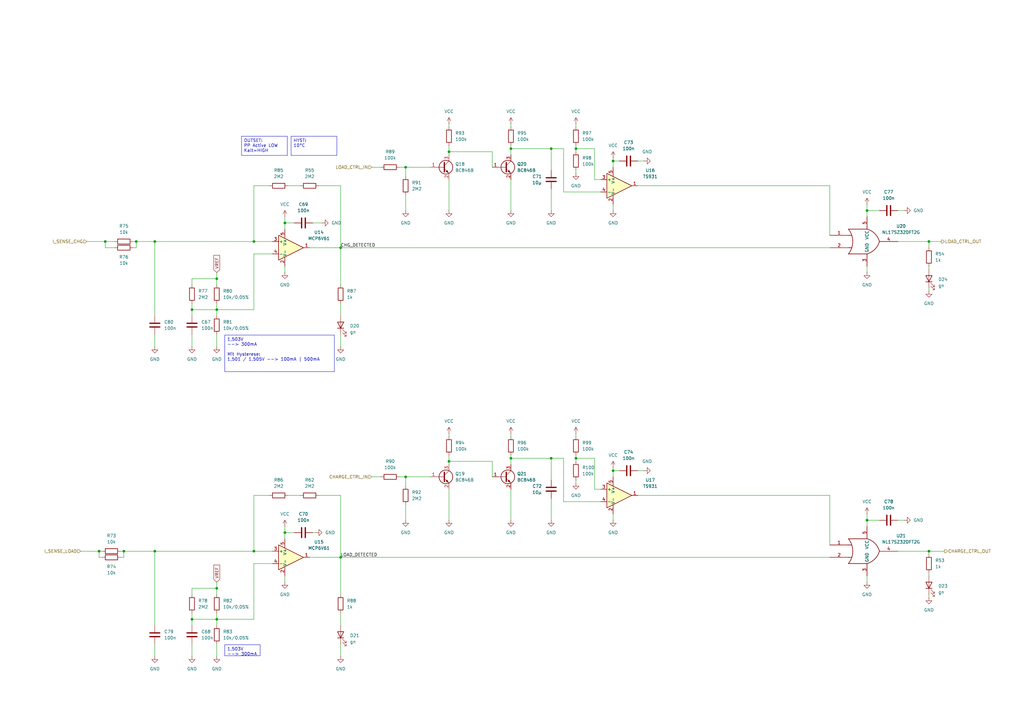
<source format=kicad_sch>
(kicad_sch
	(version 20250114)
	(generator "eeschema")
	(generator_version "9.0")
	(uuid "ae0b96a2-4831-417f-834b-5ffc35c52390")
	(paper "A3")
	(lib_symbols
		(symbol "74xGxx:74AHC1G32"
			(exclude_from_sim no)
			(in_bom yes)
			(on_board yes)
			(property "Reference" "U"
				(at -2.54 3.81 0)
				(effects
					(font
						(size 1.27 1.27)
					)
				)
			)
			(property "Value" "74AHC1G32"
				(at 0 -3.81 0)
				(effects
					(font
						(size 1.27 1.27)
					)
				)
			)
			(property "Footprint" ""
				(at 0 0 0)
				(effects
					(font
						(size 1.27 1.27)
					)
					(hide yes)
				)
			)
			(property "Datasheet" "http://www.ti.com/lit/sg/scyt129e/scyt129e.pdf"
				(at 0 0 0)
				(effects
					(font
						(size 1.27 1.27)
					)
					(hide yes)
				)
			)
			(property "Description" "Single OR Gate, Low-Voltage CMOS"
				(at 0 0 0)
				(effects
					(font
						(size 1.27 1.27)
					)
					(hide yes)
				)
			)
			(property "ki_keywords" "Single Gate OR LVC CMOS"
				(at 0 0 0)
				(effects
					(font
						(size 1.27 1.27)
					)
					(hide yes)
				)
			)
			(property "ki_fp_filters" "SOT* SG-*"
				(at 0 0 0)
				(effects
					(font
						(size 1.27 1.27)
					)
					(hide yes)
				)
			)
			(symbol "74AHC1G32_0_1"
				(arc
					(start -7.62 5.08)
					(mid -5.838 0)
					(end -7.62 -5.08)
					(stroke
						(width 0.254)
						(type default)
					)
					(fill
						(type none)
					)
				)
				(polyline
					(pts
						(xy -7.62 2.54) (xy -6.35 2.54)
					)
					(stroke
						(width 0.254)
						(type default)
					)
					(fill
						(type background)
					)
				)
				(polyline
					(pts
						(xy -7.62 -2.54) (xy -6.35 -2.54)
					)
					(stroke
						(width 0.254)
						(type default)
					)
					(fill
						(type background)
					)
				)
				(arc
					(start 5.08 0)
					(mid 3.202 -3.202)
					(end 0 -5.08)
					(stroke
						(width 0.254)
						(type default)
					)
					(fill
						(type none)
					)
				)
				(arc
					(start 0 5.08)
					(mid 3.2271 3.2271)
					(end 5.08 0)
					(stroke
						(width 0.254)
						(type default)
					)
					(fill
						(type none)
					)
				)
				(polyline
					(pts
						(xy 0 5.08) (xy -7.62 5.08)
					)
					(stroke
						(width 0.254)
						(type default)
					)
					(fill
						(type background)
					)
				)
				(polyline
					(pts
						(xy 0 -5.08) (xy -7.62 -5.08)
					)
					(stroke
						(width 0.254)
						(type default)
					)
					(fill
						(type background)
					)
				)
			)
			(symbol "74AHC1G32_1_1"
				(pin input line
					(at -15.24 2.54 0)
					(length 7.62)
					(name "~"
						(effects
							(font
								(size 1.27 1.27)
							)
						)
					)
					(number "1"
						(effects
							(font
								(size 1.27 1.27)
							)
						)
					)
				)
				(pin input line
					(at -15.24 -2.54 0)
					(length 7.62)
					(name "~"
						(effects
							(font
								(size 1.27 1.27)
							)
						)
					)
					(number "2"
						(effects
							(font
								(size 1.27 1.27)
							)
						)
					)
				)
				(pin power_in line
					(at 0 10.16 270)
					(length 5.08)
					(name "VCC"
						(effects
							(font
								(size 1.27 1.27)
							)
						)
					)
					(number "5"
						(effects
							(font
								(size 1.27 1.27)
							)
						)
					)
				)
				(pin power_in line
					(at 0 -10.16 90)
					(length 5.08)
					(name "GND"
						(effects
							(font
								(size 1.27 1.27)
							)
						)
					)
					(number "3"
						(effects
							(font
								(size 1.27 1.27)
							)
						)
					)
				)
				(pin output line
					(at 12.7 0 180)
					(length 7.62)
					(name "~"
						(effects
							(font
								(size 1.27 1.27)
							)
						)
					)
					(number "4"
						(effects
							(font
								(size 1.27 1.27)
							)
						)
					)
				)
			)
			(embedded_fonts no)
		)
		(symbol "Amplifier_Operational:MCP6001-OT"
			(pin_names
				(offset 0.127)
			)
			(exclude_from_sim no)
			(in_bom yes)
			(on_board yes)
			(property "Reference" "U"
				(at -1.27 6.35 0)
				(effects
					(font
						(size 1.27 1.27)
					)
					(justify left)
				)
			)
			(property "Value" "MCP6001-OT"
				(at -1.27 3.81 0)
				(effects
					(font
						(size 1.27 1.27)
					)
					(justify left)
				)
			)
			(property "Footprint" "Package_TO_SOT_SMD:SOT-23-5"
				(at -2.54 -5.08 0)
				(effects
					(font
						(size 1.27 1.27)
					)
					(justify left)
					(hide yes)
				)
			)
			(property "Datasheet" "https://ww1.microchip.com/downloads/en/DeviceDoc/MCP6001-1R-1U-2-4-1-MHz-Low-Power-Op-Amp-DS20001733L.pdf"
				(at 0 5.08 0)
				(effects
					(font
						(size 1.27 1.27)
					)
					(hide yes)
				)
			)
			(property "Description" "1MHz, Low-Power Op Amp, SOT-23-5"
				(at 0 0 0)
				(effects
					(font
						(size 1.27 1.27)
					)
					(hide yes)
				)
			)
			(property "ki_keywords" "single opamp"
				(at 0 0 0)
				(effects
					(font
						(size 1.27 1.27)
					)
					(hide yes)
				)
			)
			(property "ki_fp_filters" "SOT?23*"
				(at 0 0 0)
				(effects
					(font
						(size 1.27 1.27)
					)
					(hide yes)
				)
			)
			(symbol "MCP6001-OT_0_1"
				(polyline
					(pts
						(xy -5.08 5.08) (xy 5.08 0) (xy -5.08 -5.08) (xy -5.08 5.08)
					)
					(stroke
						(width 0.254)
						(type default)
					)
					(fill
						(type background)
					)
				)
				(pin power_in line
					(at -2.54 7.62 270)
					(length 3.81)
					(name "V+"
						(effects
							(font
								(size 1.27 1.27)
							)
						)
					)
					(number "5"
						(effects
							(font
								(size 1.27 1.27)
							)
						)
					)
				)
				(pin power_in line
					(at -2.54 -7.62 90)
					(length 3.81)
					(name "V-"
						(effects
							(font
								(size 1.27 1.27)
							)
						)
					)
					(number "2"
						(effects
							(font
								(size 1.27 1.27)
							)
						)
					)
				)
			)
			(symbol "MCP6001-OT_1_1"
				(pin input line
					(at -7.62 2.54 0)
					(length 2.54)
					(name "+"
						(effects
							(font
								(size 1.27 1.27)
							)
						)
					)
					(number "3"
						(effects
							(font
								(size 1.27 1.27)
							)
						)
					)
				)
				(pin input line
					(at -7.62 -2.54 0)
					(length 2.54)
					(name "-"
						(effects
							(font
								(size 1.27 1.27)
							)
						)
					)
					(number "4"
						(effects
							(font
								(size 1.27 1.27)
							)
						)
					)
				)
				(pin output line
					(at 7.62 0 180)
					(length 2.54)
					(name "~"
						(effects
							(font
								(size 1.27 1.27)
							)
						)
					)
					(number "1"
						(effects
							(font
								(size 1.27 1.27)
							)
						)
					)
				)
			)
			(embedded_fonts no)
		)
		(symbol "Amplifier_Operational:TLV9301xDBV"
			(pin_names
				(offset 0.127)
			)
			(exclude_from_sim no)
			(in_bom yes)
			(on_board yes)
			(property "Reference" "U"
				(at -1.27 6.35 0)
				(effects
					(font
						(size 1.27 1.27)
					)
					(justify left)
				)
			)
			(property "Value" "TLV9301xDBV"
				(at -1.27 3.81 0)
				(effects
					(font
						(size 1.27 1.27)
					)
					(justify left)
				)
			)
			(property "Footprint" "Package_TO_SOT_SMD:SOT-23-5"
				(at -2.54 -5.08 0)
				(effects
					(font
						(size 1.27 1.27)
					)
					(justify left)
					(hide yes)
				)
			)
			(property "Datasheet" "https://www.ti.com/lit/ds/symlink/tlv9301.pdf"
				(at 0 5.08 0)
				(effects
					(font
						(size 1.27 1.27)
					)
					(hide yes)
				)
			)
			(property "Description" "40-V, 1-MHz, RRO Operational Amplifiers for Cost-Sensitive Systems, SOT-23-5"
				(at 0 0 0)
				(effects
					(font
						(size 1.27 1.27)
					)
					(hide yes)
				)
			)
			(property "ki_keywords" "single opamp 40V rail to rail output"
				(at 0 0 0)
				(effects
					(font
						(size 1.27 1.27)
					)
					(hide yes)
				)
			)
			(property "ki_fp_filters" "SOT?23*"
				(at 0 0 0)
				(effects
					(font
						(size 1.27 1.27)
					)
					(hide yes)
				)
			)
			(symbol "TLV9301xDBV_0_1"
				(polyline
					(pts
						(xy -5.08 5.08) (xy 5.08 0) (xy -5.08 -5.08) (xy -5.08 5.08)
					)
					(stroke
						(width 0.254)
						(type default)
					)
					(fill
						(type background)
					)
				)
				(pin power_in line
					(at -2.54 7.62 270)
					(length 3.81)
					(name "V+"
						(effects
							(font
								(size 1.27 1.27)
							)
						)
					)
					(number "5"
						(effects
							(font
								(size 1.27 1.27)
							)
						)
					)
				)
				(pin power_in line
					(at -2.54 -7.62 90)
					(length 3.81)
					(name "V-"
						(effects
							(font
								(size 1.27 1.27)
							)
						)
					)
					(number "2"
						(effects
							(font
								(size 1.27 1.27)
							)
						)
					)
				)
			)
			(symbol "TLV9301xDBV_1_1"
				(pin input line
					(at -7.62 2.54 0)
					(length 2.54)
					(name "+"
						(effects
							(font
								(size 1.27 1.27)
							)
						)
					)
					(number "3"
						(effects
							(font
								(size 1.27 1.27)
							)
						)
					)
				)
				(pin input line
					(at -7.62 -2.54 0)
					(length 2.54)
					(name "-"
						(effects
							(font
								(size 1.27 1.27)
							)
						)
					)
					(number "4"
						(effects
							(font
								(size 1.27 1.27)
							)
						)
					)
				)
				(pin output line
					(at 7.62 0 180)
					(length 2.54)
					(name "~"
						(effects
							(font
								(size 1.27 1.27)
							)
						)
					)
					(number "1"
						(effects
							(font
								(size 1.27 1.27)
							)
						)
					)
				)
			)
			(embedded_fonts no)
		)
		(symbol "Device:C"
			(pin_numbers
				(hide yes)
			)
			(pin_names
				(offset 0.254)
			)
			(exclude_from_sim no)
			(in_bom yes)
			(on_board yes)
			(property "Reference" "C"
				(at 0.635 2.54 0)
				(effects
					(font
						(size 1.27 1.27)
					)
					(justify left)
				)
			)
			(property "Value" "C"
				(at 0.635 -2.54 0)
				(effects
					(font
						(size 1.27 1.27)
					)
					(justify left)
				)
			)
			(property "Footprint" ""
				(at 0.9652 -3.81 0)
				(effects
					(font
						(size 1.27 1.27)
					)
					(hide yes)
				)
			)
			(property "Datasheet" "~"
				(at 0 0 0)
				(effects
					(font
						(size 1.27 1.27)
					)
					(hide yes)
				)
			)
			(property "Description" "Unpolarized capacitor"
				(at 0 0 0)
				(effects
					(font
						(size 1.27 1.27)
					)
					(hide yes)
				)
			)
			(property "ki_keywords" "cap capacitor"
				(at 0 0 0)
				(effects
					(font
						(size 1.27 1.27)
					)
					(hide yes)
				)
			)
			(property "ki_fp_filters" "C_*"
				(at 0 0 0)
				(effects
					(font
						(size 1.27 1.27)
					)
					(hide yes)
				)
			)
			(symbol "C_0_1"
				(polyline
					(pts
						(xy -2.032 0.762) (xy 2.032 0.762)
					)
					(stroke
						(width 0.508)
						(type default)
					)
					(fill
						(type none)
					)
				)
				(polyline
					(pts
						(xy -2.032 -0.762) (xy 2.032 -0.762)
					)
					(stroke
						(width 0.508)
						(type default)
					)
					(fill
						(type none)
					)
				)
			)
			(symbol "C_1_1"
				(pin passive line
					(at 0 3.81 270)
					(length 2.794)
					(name "~"
						(effects
							(font
								(size 1.27 1.27)
							)
						)
					)
					(number "1"
						(effects
							(font
								(size 1.27 1.27)
							)
						)
					)
				)
				(pin passive line
					(at 0 -3.81 90)
					(length 2.794)
					(name "~"
						(effects
							(font
								(size 1.27 1.27)
							)
						)
					)
					(number "2"
						(effects
							(font
								(size 1.27 1.27)
							)
						)
					)
				)
			)
			(embedded_fonts no)
		)
		(symbol "Device:LED"
			(pin_numbers
				(hide yes)
			)
			(pin_names
				(offset 1.016)
				(hide yes)
			)
			(exclude_from_sim no)
			(in_bom yes)
			(on_board yes)
			(property "Reference" "D"
				(at 0 2.54 0)
				(effects
					(font
						(size 1.27 1.27)
					)
				)
			)
			(property "Value" "LED"
				(at 0 -2.54 0)
				(effects
					(font
						(size 1.27 1.27)
					)
				)
			)
			(property "Footprint" ""
				(at 0 0 0)
				(effects
					(font
						(size 1.27 1.27)
					)
					(hide yes)
				)
			)
			(property "Datasheet" "~"
				(at 0 0 0)
				(effects
					(font
						(size 1.27 1.27)
					)
					(hide yes)
				)
			)
			(property "Description" "Light emitting diode"
				(at 0 0 0)
				(effects
					(font
						(size 1.27 1.27)
					)
					(hide yes)
				)
			)
			(property "Sim.Pins" "1=K 2=A"
				(at 0 0 0)
				(effects
					(font
						(size 1.27 1.27)
					)
					(hide yes)
				)
			)
			(property "ki_keywords" "LED diode"
				(at 0 0 0)
				(effects
					(font
						(size 1.27 1.27)
					)
					(hide yes)
				)
			)
			(property "ki_fp_filters" "LED* LED_SMD:* LED_THT:*"
				(at 0 0 0)
				(effects
					(font
						(size 1.27 1.27)
					)
					(hide yes)
				)
			)
			(symbol "LED_0_1"
				(polyline
					(pts
						(xy -3.048 -0.762) (xy -4.572 -2.286) (xy -3.81 -2.286) (xy -4.572 -2.286) (xy -4.572 -1.524)
					)
					(stroke
						(width 0)
						(type default)
					)
					(fill
						(type none)
					)
				)
				(polyline
					(pts
						(xy -1.778 -0.762) (xy -3.302 -2.286) (xy -2.54 -2.286) (xy -3.302 -2.286) (xy -3.302 -1.524)
					)
					(stroke
						(width 0)
						(type default)
					)
					(fill
						(type none)
					)
				)
				(polyline
					(pts
						(xy -1.27 0) (xy 1.27 0)
					)
					(stroke
						(width 0)
						(type default)
					)
					(fill
						(type none)
					)
				)
				(polyline
					(pts
						(xy -1.27 -1.27) (xy -1.27 1.27)
					)
					(stroke
						(width 0.254)
						(type default)
					)
					(fill
						(type none)
					)
				)
				(polyline
					(pts
						(xy 1.27 -1.27) (xy 1.27 1.27) (xy -1.27 0) (xy 1.27 -1.27)
					)
					(stroke
						(width 0.254)
						(type default)
					)
					(fill
						(type none)
					)
				)
			)
			(symbol "LED_1_1"
				(pin passive line
					(at -3.81 0 0)
					(length 2.54)
					(name "K"
						(effects
							(font
								(size 1.27 1.27)
							)
						)
					)
					(number "1"
						(effects
							(font
								(size 1.27 1.27)
							)
						)
					)
				)
				(pin passive line
					(at 3.81 0 180)
					(length 2.54)
					(name "A"
						(effects
							(font
								(size 1.27 1.27)
							)
						)
					)
					(number "2"
						(effects
							(font
								(size 1.27 1.27)
							)
						)
					)
				)
			)
			(embedded_fonts no)
		)
		(symbol "Device:R"
			(pin_numbers
				(hide yes)
			)
			(pin_names
				(offset 0)
			)
			(exclude_from_sim no)
			(in_bom yes)
			(on_board yes)
			(property "Reference" "R"
				(at 2.032 0 90)
				(effects
					(font
						(size 1.27 1.27)
					)
				)
			)
			(property "Value" "R"
				(at 0 0 90)
				(effects
					(font
						(size 1.27 1.27)
					)
				)
			)
			(property "Footprint" ""
				(at -1.778 0 90)
				(effects
					(font
						(size 1.27 1.27)
					)
					(hide yes)
				)
			)
			(property "Datasheet" "~"
				(at 0 0 0)
				(effects
					(font
						(size 1.27 1.27)
					)
					(hide yes)
				)
			)
			(property "Description" "Resistor"
				(at 0 0 0)
				(effects
					(font
						(size 1.27 1.27)
					)
					(hide yes)
				)
			)
			(property "ki_keywords" "R res resistor"
				(at 0 0 0)
				(effects
					(font
						(size 1.27 1.27)
					)
					(hide yes)
				)
			)
			(property "ki_fp_filters" "R_*"
				(at 0 0 0)
				(effects
					(font
						(size 1.27 1.27)
					)
					(hide yes)
				)
			)
			(symbol "R_0_1"
				(rectangle
					(start -1.016 -2.54)
					(end 1.016 2.54)
					(stroke
						(width 0.254)
						(type default)
					)
					(fill
						(type none)
					)
				)
			)
			(symbol "R_1_1"
				(pin passive line
					(at 0 3.81 270)
					(length 1.27)
					(name "~"
						(effects
							(font
								(size 1.27 1.27)
							)
						)
					)
					(number "1"
						(effects
							(font
								(size 1.27 1.27)
							)
						)
					)
				)
				(pin passive line
					(at 0 -3.81 90)
					(length 1.27)
					(name "~"
						(effects
							(font
								(size 1.27 1.27)
							)
						)
					)
					(number "2"
						(effects
							(font
								(size 1.27 1.27)
							)
						)
					)
				)
			)
			(embedded_fonts no)
		)
		(symbol "Transistor_BJT:Q_NPN_BEC"
			(pin_names
				(offset 0)
				(hide yes)
			)
			(exclude_from_sim no)
			(in_bom yes)
			(on_board yes)
			(property "Reference" "Q"
				(at 5.08 1.27 0)
				(effects
					(font
						(size 1.27 1.27)
					)
					(justify left)
				)
			)
			(property "Value" "Q_NPN_BEC"
				(at 5.08 -1.27 0)
				(effects
					(font
						(size 1.27 1.27)
					)
					(justify left)
				)
			)
			(property "Footprint" ""
				(at 5.08 2.54 0)
				(effects
					(font
						(size 1.27 1.27)
					)
					(hide yes)
				)
			)
			(property "Datasheet" "~"
				(at 0 0 0)
				(effects
					(font
						(size 1.27 1.27)
					)
					(hide yes)
				)
			)
			(property "Description" "NPN transistor, base/emitter/collector"
				(at 0 0 0)
				(effects
					(font
						(size 1.27 1.27)
					)
					(hide yes)
				)
			)
			(property "ki_keywords" "BJT"
				(at 0 0 0)
				(effects
					(font
						(size 1.27 1.27)
					)
					(hide yes)
				)
			)
			(symbol "Q_NPN_BEC_0_1"
				(polyline
					(pts
						(xy -2.54 0) (xy 0.635 0)
					)
					(stroke
						(width 0)
						(type default)
					)
					(fill
						(type none)
					)
				)
				(polyline
					(pts
						(xy 0.635 1.905) (xy 0.635 -1.905)
					)
					(stroke
						(width 0.508)
						(type default)
					)
					(fill
						(type none)
					)
				)
				(circle
					(center 1.27 0)
					(radius 2.8194)
					(stroke
						(width 0.254)
						(type default)
					)
					(fill
						(type none)
					)
				)
			)
			(symbol "Q_NPN_BEC_1_1"
				(polyline
					(pts
						(xy 0.635 0.635) (xy 2.54 2.54)
					)
					(stroke
						(width 0)
						(type default)
					)
					(fill
						(type none)
					)
				)
				(polyline
					(pts
						(xy 0.635 -0.635) (xy 2.54 -2.54)
					)
					(stroke
						(width 0)
						(type default)
					)
					(fill
						(type none)
					)
				)
				(polyline
					(pts
						(xy 1.27 -1.778) (xy 1.778 -1.27) (xy 2.286 -2.286) (xy 1.27 -1.778)
					)
					(stroke
						(width 0)
						(type default)
					)
					(fill
						(type outline)
					)
				)
				(pin input line
					(at -5.08 0 0)
					(length 2.54)
					(name "B"
						(effects
							(font
								(size 1.27 1.27)
							)
						)
					)
					(number "1"
						(effects
							(font
								(size 1.27 1.27)
							)
						)
					)
				)
				(pin passive line
					(at 2.54 5.08 270)
					(length 2.54)
					(name "C"
						(effects
							(font
								(size 1.27 1.27)
							)
						)
					)
					(number "3"
						(effects
							(font
								(size 1.27 1.27)
							)
						)
					)
				)
				(pin passive line
					(at 2.54 -5.08 90)
					(length 2.54)
					(name "E"
						(effects
							(font
								(size 1.27 1.27)
							)
						)
					)
					(number "2"
						(effects
							(font
								(size 1.27 1.27)
							)
						)
					)
				)
			)
			(embedded_fonts no)
		)
		(symbol "power:GND"
			(power)
			(pin_numbers
				(hide yes)
			)
			(pin_names
				(offset 0)
				(hide yes)
			)
			(exclude_from_sim no)
			(in_bom yes)
			(on_board yes)
			(property "Reference" "#PWR"
				(at 0 -6.35 0)
				(effects
					(font
						(size 1.27 1.27)
					)
					(hide yes)
				)
			)
			(property "Value" "GND"
				(at 0 -3.81 0)
				(effects
					(font
						(size 1.27 1.27)
					)
				)
			)
			(property "Footprint" ""
				(at 0 0 0)
				(effects
					(font
						(size 1.27 1.27)
					)
					(hide yes)
				)
			)
			(property "Datasheet" ""
				(at 0 0 0)
				(effects
					(font
						(size 1.27 1.27)
					)
					(hide yes)
				)
			)
			(property "Description" "Power symbol creates a global label with name \"GND\" , ground"
				(at 0 0 0)
				(effects
					(font
						(size 1.27 1.27)
					)
					(hide yes)
				)
			)
			(property "ki_keywords" "global power"
				(at 0 0 0)
				(effects
					(font
						(size 1.27 1.27)
					)
					(hide yes)
				)
			)
			(symbol "GND_0_1"
				(polyline
					(pts
						(xy 0 0) (xy 0 -1.27) (xy 1.27 -1.27) (xy 0 -2.54) (xy -1.27 -1.27) (xy 0 -1.27)
					)
					(stroke
						(width 0)
						(type default)
					)
					(fill
						(type none)
					)
				)
			)
			(symbol "GND_1_1"
				(pin power_in line
					(at 0 0 270)
					(length 0)
					(name "~"
						(effects
							(font
								(size 1.27 1.27)
							)
						)
					)
					(number "1"
						(effects
							(font
								(size 1.27 1.27)
							)
						)
					)
				)
			)
			(embedded_fonts no)
		)
		(symbol "power:VCC"
			(power)
			(pin_numbers
				(hide yes)
			)
			(pin_names
				(offset 0)
				(hide yes)
			)
			(exclude_from_sim no)
			(in_bom yes)
			(on_board yes)
			(property "Reference" "#PWR"
				(at 0 -3.81 0)
				(effects
					(font
						(size 1.27 1.27)
					)
					(hide yes)
				)
			)
			(property "Value" "VCC"
				(at 0 3.556 0)
				(effects
					(font
						(size 1.27 1.27)
					)
				)
			)
			(property "Footprint" ""
				(at 0 0 0)
				(effects
					(font
						(size 1.27 1.27)
					)
					(hide yes)
				)
			)
			(property "Datasheet" ""
				(at 0 0 0)
				(effects
					(font
						(size 1.27 1.27)
					)
					(hide yes)
				)
			)
			(property "Description" "Power symbol creates a global label with name \"VCC\""
				(at 0 0 0)
				(effects
					(font
						(size 1.27 1.27)
					)
					(hide yes)
				)
			)
			(property "ki_keywords" "global power"
				(at 0 0 0)
				(effects
					(font
						(size 1.27 1.27)
					)
					(hide yes)
				)
			)
			(symbol "VCC_0_1"
				(polyline
					(pts
						(xy -0.762 1.27) (xy 0 2.54)
					)
					(stroke
						(width 0)
						(type default)
					)
					(fill
						(type none)
					)
				)
				(polyline
					(pts
						(xy 0 2.54) (xy 0.762 1.27)
					)
					(stroke
						(width 0)
						(type default)
					)
					(fill
						(type none)
					)
				)
				(polyline
					(pts
						(xy 0 0) (xy 0 2.54)
					)
					(stroke
						(width 0)
						(type default)
					)
					(fill
						(type none)
					)
				)
			)
			(symbol "VCC_1_1"
				(pin power_in line
					(at 0 0 90)
					(length 0)
					(name "~"
						(effects
							(font
								(size 1.27 1.27)
							)
						)
					)
					(number "1"
						(effects
							(font
								(size 1.27 1.27)
							)
						)
					)
				)
			)
			(embedded_fonts no)
		)
	)
	(text_box "OUTSET:\nPP Active LOW\nKalt=HIGH"
		(exclude_from_sim no)
		(at 99.06 55.88 0)
		(size 18.796 7.874)
		(margins 0.9525 0.9525 0.9525 0.9525)
		(stroke
			(width 0)
			(type default)
		)
		(fill
			(type none)
		)
		(effects
			(font
				(size 1.27 1.27)
			)
			(justify left top)
		)
		(uuid "23c0376c-20c5-4c21-a50d-c70cdc630faa")
	)
	(text_box "1,503V\n--> 300mA "
		(exclude_from_sim no)
		(at 92.202 264.414 0)
		(size 14.478 4.572)
		(margins 0.9525 0.9525 0.9525 0.9525)
		(stroke
			(width 0)
			(type default)
		)
		(fill
			(type none)
		)
		(effects
			(font
				(size 1.27 1.27)
			)
			(justify left top)
		)
		(uuid "40d17b50-3300-4ed2-b864-e10d0d3e4940")
	)
	(text_box "1,503V\n--> 300mA \n\nMit Hysterese:\n1,501 / 1,505V --> 100mA | 500mA"
		(exclude_from_sim no)
		(at 92.202 137.414 0)
		(size 44.958 14.986)
		(margins 0.9525 0.9525 0.9525 0.9525)
		(stroke
			(width 0)
			(type default)
		)
		(fill
			(type none)
		)
		(effects
			(font
				(size 1.27 1.27)
			)
			(justify left top)
		)
		(uuid "42d7c6c2-ea5c-4ba8-8f23-71f7f7ae87b0")
	)
	(text_box "HYST: \n10°C"
		(exclude_from_sim no)
		(at 119.38 55.88 0)
		(size 18.796 7.874)
		(margins 0.9525 0.9525 0.9525 0.9525)
		(stroke
			(width 0)
			(type default)
		)
		(fill
			(type none)
		)
		(effects
			(font
				(size 1.27 1.27)
			)
			(justify left top)
		)
		(uuid "5e7ffb97-80e2-4881-8764-e863b951be1b")
	)
	(junction
		(at 104.14 226.06)
		(diameter 0)
		(color 0 0 0 0)
		(uuid "1443f2fb-276d-4160-8cb5-42c4046c23e7")
	)
	(junction
		(at 381 99.06)
		(diameter 0)
		(color 0 0 0 0)
		(uuid "1abf1acd-c959-48e1-aa35-de82a5af04c8")
	)
	(junction
		(at 139.7 101.6)
		(diameter 0)
		(color 0 0 0 0)
		(uuid "1d376c80-4fbd-46d6-807a-85a7ed83df36")
	)
	(junction
		(at 63.5 226.06)
		(diameter 0)
		(color 0 0 0 0)
		(uuid "21f6ca15-61c2-49f7-b31b-be162d6ca8ba")
	)
	(junction
		(at 236.22 187.96)
		(diameter 0)
		(color 0 0 0 0)
		(uuid "28eeb6f8-b447-4679-96a6-72e030dc1eb8")
	)
	(junction
		(at 40.64 226.06)
		(diameter 0)
		(color 0 0 0 0)
		(uuid "2df122f2-6237-46c8-bf84-5be1e91717e6")
	)
	(junction
		(at 116.84 218.44)
		(diameter 0)
		(color 0 0 0 0)
		(uuid "37fde800-3f04-47a6-879e-cf26a6aacab5")
	)
	(junction
		(at 55.88 99.06)
		(diameter 0)
		(color 0 0 0 0)
		(uuid "46770d2d-a3d7-4687-8fbd-a80193657f00")
	)
	(junction
		(at 226.06 60.96)
		(diameter 0)
		(color 0 0 0 0)
		(uuid "56586eea-f4e8-4976-a58f-2e11029f8df3")
	)
	(junction
		(at 43.18 99.06)
		(diameter 0)
		(color 0 0 0 0)
		(uuid "5ded7af6-ec18-4c3a-b5af-71b4b0d82500")
	)
	(junction
		(at 381 226.06)
		(diameter 0)
		(color 0 0 0 0)
		(uuid "5ec85c3a-498f-4f12-a634-d96be0a714a4")
	)
	(junction
		(at 251.46 193.04)
		(diameter 0)
		(color 0 0 0 0)
		(uuid "629f7ab9-5230-4038-9efe-cf9b7ea0ce86")
	)
	(junction
		(at 88.9 254)
		(diameter 0)
		(color 0 0 0 0)
		(uuid "6a785adb-4784-43c1-9945-c0e24b9e60fe")
	)
	(junction
		(at 104.14 99.06)
		(diameter 0)
		(color 0 0 0 0)
		(uuid "7cc24e9b-6fe3-4b6a-9568-0db1c93a8ca9")
	)
	(junction
		(at 116.84 91.44)
		(diameter 0)
		(color 0 0 0 0)
		(uuid "7d40be78-b872-4a18-bc5c-9c1f9acb8804")
	)
	(junction
		(at 88.9 114.3)
		(diameter 0)
		(color 0 0 0 0)
		(uuid "8fecf762-75db-4001-9057-d55f17e43dc9")
	)
	(junction
		(at 88.9 241.3)
		(diameter 0)
		(color 0 0 0 0)
		(uuid "9eec9dae-9c2e-4be4-9a4c-1a18402c0a71")
	)
	(junction
		(at 78.74 127)
		(diameter 0)
		(color 0 0 0 0)
		(uuid "a8859905-a96b-4195-aa4b-aa0a4ca6ceab")
	)
	(junction
		(at 166.37 195.58)
		(diameter 0)
		(color 0 0 0 0)
		(uuid "b16f951f-bc22-41fc-b722-0725bf78cded")
	)
	(junction
		(at 166.37 68.58)
		(diameter 0)
		(color 0 0 0 0)
		(uuid "b36f7d83-9a1b-4853-bf8d-22334c4354a1")
	)
	(junction
		(at 63.5 99.06)
		(diameter 0)
		(color 0 0 0 0)
		(uuid "b3de9284-4c54-43b0-a5d5-97526ca9cd48")
	)
	(junction
		(at 355.6 213.36)
		(diameter 0)
		(color 0 0 0 0)
		(uuid "b7bbf467-f288-4c5c-a8bf-4b31eb74294a")
	)
	(junction
		(at 251.46 66.04)
		(diameter 0)
		(color 0 0 0 0)
		(uuid "bab15166-ee8d-4880-acef-d21db043bb58")
	)
	(junction
		(at 139.7 228.6)
		(diameter 0)
		(color 0 0 0 0)
		(uuid "bf2cff2c-d037-4505-a888-bc32c98c4605")
	)
	(junction
		(at 50.8 226.06)
		(diameter 0)
		(color 0 0 0 0)
		(uuid "c837934a-f6ee-4ad4-9a5f-26a525b0b31a")
	)
	(junction
		(at 355.6 86.36)
		(diameter 0)
		(color 0 0 0 0)
		(uuid "c9f6b5b5-1398-4135-b327-ae1ef2dc0de2")
	)
	(junction
		(at 78.74 254)
		(diameter 0)
		(color 0 0 0 0)
		(uuid "d2faf626-39f9-4a12-95ed-67e9f80897da")
	)
	(junction
		(at 236.22 60.96)
		(diameter 0)
		(color 0 0 0 0)
		(uuid "dbc21cdc-e4e4-4efa-9d18-b19500bafc17")
	)
	(junction
		(at 184.15 62.23)
		(diameter 0)
		(color 0 0 0 0)
		(uuid "e337c27f-72ef-4d5f-8f95-87488c482464")
	)
	(junction
		(at 226.06 187.96)
		(diameter 0)
		(color 0 0 0 0)
		(uuid "ebd2c900-f3fc-435b-bbe8-e16f20d9dbb4")
	)
	(junction
		(at 209.55 60.96)
		(diameter 0)
		(color 0 0 0 0)
		(uuid "eece6246-b557-4c5c-bdb9-f71705a86c63")
	)
	(junction
		(at 184.15 189.23)
		(diameter 0)
		(color 0 0 0 0)
		(uuid "f727216d-135f-447d-a0dd-2e56c442bec1")
	)
	(junction
		(at 88.9 127)
		(diameter 0)
		(color 0 0 0 0)
		(uuid "f91bf71f-d4fb-45d5-8005-4d52b749056f")
	)
	(junction
		(at 209.55 187.96)
		(diameter 0)
		(color 0 0 0 0)
		(uuid "f924d590-acb7-49c8-911b-3fa975aa0a9f")
	)
	(wire
		(pts
			(xy 209.55 187.96) (xy 226.06 187.96)
		)
		(stroke
			(width 0)
			(type default)
		)
		(uuid "028f9144-f8a7-4e68-8f84-0330e5c5cce4")
	)
	(wire
		(pts
			(xy 49.53 226.06) (xy 50.8 226.06)
		)
		(stroke
			(width 0)
			(type default)
		)
		(uuid "033a39db-2970-4864-8a82-0cbd56d44a41")
	)
	(wire
		(pts
			(xy 236.22 60.96) (xy 243.84 60.96)
		)
		(stroke
			(width 0)
			(type default)
		)
		(uuid "0587bbfc-29e8-449e-8313-d1387c6c6aab")
	)
	(wire
		(pts
			(xy 184.15 189.23) (xy 184.15 190.5)
		)
		(stroke
			(width 0)
			(type default)
		)
		(uuid "06e3fb12-93ff-46ba-bfe8-919209e7affc")
	)
	(wire
		(pts
			(xy 176.53 68.58) (xy 166.37 68.58)
		)
		(stroke
			(width 0)
			(type default)
		)
		(uuid "08d2b74d-59bf-47c7-b32b-50096cb07289")
	)
	(wire
		(pts
			(xy 55.88 99.06) (xy 63.5 99.06)
		)
		(stroke
			(width 0)
			(type default)
		)
		(uuid "098f26a0-a3bf-46b8-bc18-56800eb15330")
	)
	(wire
		(pts
			(xy 184.15 73.66) (xy 184.15 86.36)
		)
		(stroke
			(width 0)
			(type default)
		)
		(uuid "0a2e090f-c726-4da6-be9d-8e4e7c01ae47")
	)
	(wire
		(pts
			(xy 209.55 177.8) (xy 209.55 179.07)
		)
		(stroke
			(width 0)
			(type default)
		)
		(uuid "0b2ad358-8fb2-4905-b19b-6c7fa3b10087")
	)
	(wire
		(pts
			(xy 163.83 195.58) (xy 166.37 195.58)
		)
		(stroke
			(width 0)
			(type default)
		)
		(uuid "0daa941e-c358-4205-9388-d38a74ef9ae6")
	)
	(wire
		(pts
			(xy 54.61 99.06) (xy 55.88 99.06)
		)
		(stroke
			(width 0)
			(type default)
		)
		(uuid "0e4882ae-73f5-4985-a265-a6ba9b7acd42")
	)
	(wire
		(pts
			(xy 368.3 86.36) (xy 370.84 86.36)
		)
		(stroke
			(width 0)
			(type default)
		)
		(uuid "110ac005-641d-4682-b858-84fdb317c8d7")
	)
	(wire
		(pts
			(xy 226.06 196.85) (xy 226.06 187.96)
		)
		(stroke
			(width 0)
			(type default)
		)
		(uuid "1283d4a2-8b0a-4f02-bc60-8aa8423697b3")
	)
	(wire
		(pts
			(xy 231.14 60.96) (xy 231.14 78.74)
		)
		(stroke
			(width 0)
			(type default)
		)
		(uuid "148b18ce-9e0b-4968-9390-542ce10d0580")
	)
	(wire
		(pts
			(xy 43.18 99.06) (xy 46.99 99.06)
		)
		(stroke
			(width 0)
			(type default)
		)
		(uuid "17f9cf23-092a-4c47-916a-2f69770aca0c")
	)
	(wire
		(pts
			(xy 104.14 254) (xy 104.14 231.14)
		)
		(stroke
			(width 0)
			(type default)
		)
		(uuid "19ea89c1-a34e-42ea-bf33-51f68800e5d5")
	)
	(wire
		(pts
			(xy 116.84 220.98) (xy 116.84 218.44)
		)
		(stroke
			(width 0)
			(type default)
		)
		(uuid "1dbd5dab-5b28-4b9e-936d-9730d6b2612d")
	)
	(wire
		(pts
			(xy 35.56 99.06) (xy 43.18 99.06)
		)
		(stroke
			(width 0)
			(type default)
		)
		(uuid "1de5659d-10fd-42c4-bda4-8803721b2e9e")
	)
	(wire
		(pts
			(xy 128.27 91.44) (xy 132.08 91.44)
		)
		(stroke
			(width 0)
			(type default)
		)
		(uuid "1dfb27d2-e10e-449a-beff-7e9c1e8b68ea")
	)
	(wire
		(pts
			(xy 88.9 114.3) (xy 88.9 116.84)
		)
		(stroke
			(width 0)
			(type default)
		)
		(uuid "1ea0d333-8388-4619-ad08-ab1ca2f039c0")
	)
	(wire
		(pts
			(xy 139.7 264.16) (xy 139.7 269.24)
		)
		(stroke
			(width 0)
			(type default)
		)
		(uuid "1f619fe2-4903-44c2-bf2c-e406a980caa6")
	)
	(wire
		(pts
			(xy 261.62 203.2) (xy 340.36 203.2)
		)
		(stroke
			(width 0)
			(type default)
		)
		(uuid "1fefb5a2-0fbf-421c-82e5-62d356c8d613")
	)
	(wire
		(pts
			(xy 261.62 66.04) (xy 264.16 66.04)
		)
		(stroke
			(width 0)
			(type default)
		)
		(uuid "215d3f9f-b743-48dd-ac8f-4133a8e73578")
	)
	(wire
		(pts
			(xy 355.6 215.9) (xy 355.6 213.36)
		)
		(stroke
			(width 0)
			(type default)
		)
		(uuid "2265bfc2-c3fd-4813-90a9-6df1a69b6393")
	)
	(wire
		(pts
			(xy 118.11 203.2) (xy 123.19 203.2)
		)
		(stroke
			(width 0)
			(type default)
		)
		(uuid "228ab80c-6b6d-4775-9435-535a62a3b118")
	)
	(wire
		(pts
			(xy 209.55 186.69) (xy 209.55 187.96)
		)
		(stroke
			(width 0)
			(type default)
		)
		(uuid "23542c33-cc3e-4ee0-86b8-00820c12bac8")
	)
	(wire
		(pts
			(xy 163.83 68.58) (xy 166.37 68.58)
		)
		(stroke
			(width 0)
			(type default)
		)
		(uuid "23dc4c89-c2b1-4765-a5fd-45152f436b4f")
	)
	(wire
		(pts
			(xy 50.8 228.6) (xy 50.8 226.06)
		)
		(stroke
			(width 0)
			(type default)
		)
		(uuid "2608d304-4e71-454f-8e4e-c796fc6ce861")
	)
	(wire
		(pts
			(xy 201.93 62.23) (xy 201.93 68.58)
		)
		(stroke
			(width 0)
			(type default)
		)
		(uuid "2c245386-7525-43d8-ab4f-246e72e35ef2")
	)
	(wire
		(pts
			(xy 139.7 203.2) (xy 139.7 228.6)
		)
		(stroke
			(width 0)
			(type default)
		)
		(uuid "2ff7426f-5dec-4ad6-85b7-002dcb2d9264")
	)
	(wire
		(pts
			(xy 139.7 228.6) (xy 340.36 228.6)
		)
		(stroke
			(width 0)
			(type default)
		)
		(uuid "33fa46bd-b2a9-492c-8d98-05e755764798")
	)
	(wire
		(pts
			(xy 120.65 218.44) (xy 116.84 218.44)
		)
		(stroke
			(width 0)
			(type default)
		)
		(uuid "35861de3-c069-4915-8c29-bf0d873c42ca")
	)
	(wire
		(pts
			(xy 381 243.84) (xy 381 245.11)
		)
		(stroke
			(width 0)
			(type default)
		)
		(uuid "3754a9ab-e8b6-4297-b9dd-66bb7ecd9ae4")
	)
	(wire
		(pts
			(xy 104.14 104.14) (xy 111.76 104.14)
		)
		(stroke
			(width 0)
			(type default)
		)
		(uuid "38b6cecd-3232-4b90-8dca-e10aaa32a8d4")
	)
	(wire
		(pts
			(xy 355.6 88.9) (xy 355.6 86.36)
		)
		(stroke
			(width 0)
			(type default)
		)
		(uuid "3b54f5e0-33dd-413c-a797-7f6ee8a84f55")
	)
	(wire
		(pts
			(xy 236.22 177.8) (xy 236.22 179.07)
		)
		(stroke
			(width 0)
			(type default)
		)
		(uuid "3b611b67-10f2-408b-aa63-6d914daf899a")
	)
	(wire
		(pts
			(xy 130.81 76.2) (xy 139.7 76.2)
		)
		(stroke
			(width 0)
			(type default)
		)
		(uuid "3c1b4671-4ed0-4184-8a1d-90fc90c0d3b4")
	)
	(wire
		(pts
			(xy 381 99.06) (xy 381 101.6)
		)
		(stroke
			(width 0)
			(type default)
		)
		(uuid "3c4fbf27-8e4f-4d76-93ea-990dcdcce9eb")
	)
	(wire
		(pts
			(xy 88.9 241.3) (xy 88.9 243.84)
		)
		(stroke
			(width 0)
			(type default)
		)
		(uuid "3c797d75-71f0-4239-8c1c-d3096c5d0c87")
	)
	(wire
		(pts
			(xy 139.7 101.6) (xy 127 101.6)
		)
		(stroke
			(width 0)
			(type default)
		)
		(uuid "428c8b77-0bc7-46c0-a58e-e7d31e51d192")
	)
	(wire
		(pts
			(xy 139.7 137.16) (xy 139.7 142.24)
		)
		(stroke
			(width 0)
			(type default)
		)
		(uuid "457901bc-9471-4a5b-b04c-c25ee767118c")
	)
	(wire
		(pts
			(xy 88.9 127) (xy 104.14 127)
		)
		(stroke
			(width 0)
			(type default)
		)
		(uuid "47d57da5-44dd-41e0-897b-a4dc91698354")
	)
	(wire
		(pts
			(xy 63.5 226.06) (xy 104.14 226.06)
		)
		(stroke
			(width 0)
			(type default)
		)
		(uuid "47f8e843-03ef-46b7-aa5f-705661710a97")
	)
	(wire
		(pts
			(xy 116.84 111.76) (xy 116.84 109.22)
		)
		(stroke
			(width 0)
			(type default)
		)
		(uuid "4a257fb9-9401-49c2-9adc-4bbb54eaeef7")
	)
	(wire
		(pts
			(xy 120.65 91.44) (xy 116.84 91.44)
		)
		(stroke
			(width 0)
			(type default)
		)
		(uuid "4d92c2be-64dc-4af5-bb37-b337ac38de24")
	)
	(wire
		(pts
			(xy 41.91 228.6) (xy 40.64 228.6)
		)
		(stroke
			(width 0)
			(type default)
		)
		(uuid "4df785b4-f11e-45e9-8fbe-3feb5f677445")
	)
	(wire
		(pts
			(xy 78.74 251.46) (xy 78.74 254)
		)
		(stroke
			(width 0)
			(type default)
		)
		(uuid "4e6cd83c-f1ba-4df2-b4bb-36fc5f6b7cd5")
	)
	(wire
		(pts
			(xy 251.46 66.04) (xy 251.46 68.58)
		)
		(stroke
			(width 0)
			(type default)
		)
		(uuid "52c1d495-1b43-4890-9018-70031bc1aad7")
	)
	(wire
		(pts
			(xy 78.74 254) (xy 78.74 256.54)
		)
		(stroke
			(width 0)
			(type default)
		)
		(uuid "52e207bd-8c7d-4676-ba1c-d801556b4313")
	)
	(wire
		(pts
			(xy 49.53 228.6) (xy 50.8 228.6)
		)
		(stroke
			(width 0)
			(type default)
		)
		(uuid "55848b1c-1681-4791-a46f-ba9c82c537d0")
	)
	(wire
		(pts
			(xy 33.02 226.06) (xy 40.64 226.06)
		)
		(stroke
			(width 0)
			(type default)
		)
		(uuid "55b95d90-ed94-4bc6-b00a-1617e99fa407")
	)
	(wire
		(pts
			(xy 368.3 226.06) (xy 381 226.06)
		)
		(stroke
			(width 0)
			(type default)
		)
		(uuid "55c9b8b5-e4d8-47f7-8600-ba3ffcde17ad")
	)
	(wire
		(pts
			(xy 139.7 228.6) (xy 127 228.6)
		)
		(stroke
			(width 0)
			(type default)
		)
		(uuid "55e0af07-6fa4-411e-ae3a-0ed68ff22282")
	)
	(wire
		(pts
			(xy 54.61 101.6) (xy 55.88 101.6)
		)
		(stroke
			(width 0)
			(type default)
		)
		(uuid "5bdc6b84-fb7f-4454-affe-8c0286aaedb5")
	)
	(wire
		(pts
			(xy 231.14 78.74) (xy 246.38 78.74)
		)
		(stroke
			(width 0)
			(type default)
		)
		(uuid "5e92b618-97a9-4ba8-80a0-88068d628da4")
	)
	(wire
		(pts
			(xy 261.62 76.2) (xy 340.36 76.2)
		)
		(stroke
			(width 0)
			(type default)
		)
		(uuid "605d7d53-6c7a-467c-92ed-f450c64e90a1")
	)
	(wire
		(pts
			(xy 209.55 60.96) (xy 226.06 60.96)
		)
		(stroke
			(width 0)
			(type default)
		)
		(uuid "60bcea5f-5d54-4a02-b017-7ea1c4fabb05")
	)
	(wire
		(pts
			(xy 139.7 76.2) (xy 139.7 101.6)
		)
		(stroke
			(width 0)
			(type default)
		)
		(uuid "61790986-342c-497d-9ae4-a0dbe940819e")
	)
	(wire
		(pts
			(xy 236.22 69.85) (xy 236.22 71.12)
		)
		(stroke
			(width 0)
			(type default)
		)
		(uuid "62272906-9af5-4b6e-9d3d-10c1e3c99c0d")
	)
	(wire
		(pts
			(xy 88.9 129.54) (xy 88.9 127)
		)
		(stroke
			(width 0)
			(type default)
		)
		(uuid "62cd92ce-2ae4-4ba5-8114-37facf4e7ab5")
	)
	(wire
		(pts
			(xy 261.62 193.04) (xy 264.16 193.04)
		)
		(stroke
			(width 0)
			(type default)
		)
		(uuid "63168197-983a-4bf4-ada6-6bef232bd34b")
	)
	(wire
		(pts
			(xy 251.46 193.04) (xy 254 193.04)
		)
		(stroke
			(width 0)
			(type default)
		)
		(uuid "64009ee0-4602-42c3-a6eb-c4d55c1cd412")
	)
	(wire
		(pts
			(xy 63.5 99.06) (xy 104.14 99.06)
		)
		(stroke
			(width 0)
			(type default)
		)
		(uuid "6503532e-c1db-4ffa-a31d-7907354cae38")
	)
	(wire
		(pts
			(xy 243.84 200.66) (xy 246.38 200.66)
		)
		(stroke
			(width 0)
			(type default)
		)
		(uuid "683c099f-8dc6-45da-b112-228065f5881d")
	)
	(wire
		(pts
			(xy 104.14 99.06) (xy 111.76 99.06)
		)
		(stroke
			(width 0)
			(type default)
		)
		(uuid "6c75dbe0-46f4-43dd-aa57-08a4d51cf200")
	)
	(wire
		(pts
			(xy 78.74 241.3) (xy 88.9 241.3)
		)
		(stroke
			(width 0)
			(type default)
		)
		(uuid "6ce24a1d-ecdb-43c2-87ce-794bbf116818")
	)
	(wire
		(pts
			(xy 251.46 83.82) (xy 251.46 86.36)
		)
		(stroke
			(width 0)
			(type default)
		)
		(uuid "6cf91a71-a610-447d-9221-d095f7cd231f")
	)
	(wire
		(pts
			(xy 78.74 114.3) (xy 88.9 114.3)
		)
		(stroke
			(width 0)
			(type default)
		)
		(uuid "6e15bed4-decc-4a7a-8478-646bb5bd38ca")
	)
	(wire
		(pts
			(xy 55.88 101.6) (xy 55.88 99.06)
		)
		(stroke
			(width 0)
			(type default)
		)
		(uuid "6e7384f6-eea5-4457-bcf2-9e5595e2baef")
	)
	(wire
		(pts
			(xy 251.46 193.04) (xy 251.46 195.58)
		)
		(stroke
			(width 0)
			(type default)
		)
		(uuid "6fc9b7d9-27fd-428c-ad71-193e3a3e90d6")
	)
	(wire
		(pts
			(xy 355.6 213.36) (xy 355.6 210.82)
		)
		(stroke
			(width 0)
			(type default)
		)
		(uuid "70aef669-560b-4d5d-99a4-7c2cd5d33a22")
	)
	(wire
		(pts
			(xy 243.84 187.96) (xy 243.84 200.66)
		)
		(stroke
			(width 0)
			(type default)
		)
		(uuid "731c4cd9-2bca-42ce-896a-d3aa3215dac0")
	)
	(wire
		(pts
			(xy 236.22 50.8) (xy 236.22 52.07)
		)
		(stroke
			(width 0)
			(type default)
		)
		(uuid "74393d24-c2fc-4912-b674-f8643a8a81b6")
	)
	(wire
		(pts
			(xy 116.84 238.76) (xy 116.84 236.22)
		)
		(stroke
			(width 0)
			(type default)
		)
		(uuid "74911077-23eb-4044-a81e-779b58937239")
	)
	(wire
		(pts
			(xy 184.15 59.69) (xy 184.15 62.23)
		)
		(stroke
			(width 0)
			(type default)
		)
		(uuid "76253f97-9905-42ac-8c36-b4a7eee6ec5a")
	)
	(wire
		(pts
			(xy 110.49 76.2) (xy 104.14 76.2)
		)
		(stroke
			(width 0)
			(type default)
		)
		(uuid "783031f2-803e-42e2-96d7-69dc8d5a3ec6")
	)
	(wire
		(pts
			(xy 251.46 210.82) (xy 251.46 213.36)
		)
		(stroke
			(width 0)
			(type default)
		)
		(uuid "7a75324c-8bb3-49a7-ac8b-02ee4d0ae6a0")
	)
	(wire
		(pts
			(xy 43.18 101.6) (xy 43.18 99.06)
		)
		(stroke
			(width 0)
			(type default)
		)
		(uuid "7aa1318e-5cfa-4e02-976d-3459647029bc")
	)
	(wire
		(pts
			(xy 88.9 142.24) (xy 88.9 137.16)
		)
		(stroke
			(width 0)
			(type default)
		)
		(uuid "7b2a1877-ce14-4654-bd76-1a9cf03e2b90")
	)
	(wire
		(pts
			(xy 209.55 200.66) (xy 209.55 213.36)
		)
		(stroke
			(width 0)
			(type default)
		)
		(uuid "7baf66a6-7ddd-417c-92a4-1f19186b8743")
	)
	(wire
		(pts
			(xy 209.55 59.69) (xy 209.55 60.96)
		)
		(stroke
			(width 0)
			(type default)
		)
		(uuid "7c72d72f-38d1-45a5-8361-f444da01c302")
	)
	(wire
		(pts
			(xy 139.7 129.54) (xy 139.7 124.46)
		)
		(stroke
			(width 0)
			(type default)
		)
		(uuid "7dfdfd52-e423-451a-aaf9-404ab563bd89")
	)
	(wire
		(pts
			(xy 46.99 101.6) (xy 43.18 101.6)
		)
		(stroke
			(width 0)
			(type default)
		)
		(uuid "7f79c401-b836-4b38-bf9a-e21ae6240981")
	)
	(wire
		(pts
			(xy 251.46 191.77) (xy 251.46 193.04)
		)
		(stroke
			(width 0)
			(type default)
		)
		(uuid "833d7749-5dbb-4bf6-847d-4f393e3af0cf")
	)
	(wire
		(pts
			(xy 116.84 91.44) (xy 116.84 88.9)
		)
		(stroke
			(width 0)
			(type default)
		)
		(uuid "835900b2-33fc-4065-8851-9e16f94a6fe2")
	)
	(wire
		(pts
			(xy 88.9 254) (xy 88.9 251.46)
		)
		(stroke
			(width 0)
			(type default)
		)
		(uuid "839375c8-b138-486e-9c40-401d25867c09")
	)
	(wire
		(pts
			(xy 231.14 187.96) (xy 231.14 205.74)
		)
		(stroke
			(width 0)
			(type default)
		)
		(uuid "83962734-e8e5-41f1-9ab6-86424ea8ab88")
	)
	(wire
		(pts
			(xy 88.9 127) (xy 88.9 124.46)
		)
		(stroke
			(width 0)
			(type default)
		)
		(uuid "83d4fda5-7684-4980-9bb2-a0c048566e17")
	)
	(wire
		(pts
			(xy 78.74 243.84) (xy 78.74 241.3)
		)
		(stroke
			(width 0)
			(type default)
		)
		(uuid "853e4f03-7196-4750-a817-37f3f624576d")
	)
	(wire
		(pts
			(xy 104.14 231.14) (xy 111.76 231.14)
		)
		(stroke
			(width 0)
			(type default)
		)
		(uuid "89afca63-863e-4b3b-93a2-0a4b2185a669")
	)
	(wire
		(pts
			(xy 139.7 116.84) (xy 139.7 101.6)
		)
		(stroke
			(width 0)
			(type default)
		)
		(uuid "8a53d80a-6bed-4a82-9bee-39638426b325")
	)
	(wire
		(pts
			(xy 152.4 68.58) (xy 156.21 68.58)
		)
		(stroke
			(width 0)
			(type default)
		)
		(uuid "8a88365b-b433-4361-a388-833374bf653e")
	)
	(wire
		(pts
			(xy 209.55 187.96) (xy 209.55 190.5)
		)
		(stroke
			(width 0)
			(type default)
		)
		(uuid "8b981866-cf5d-49f3-8c22-35bfb9a7d7fc")
	)
	(wire
		(pts
			(xy 110.49 203.2) (xy 104.14 203.2)
		)
		(stroke
			(width 0)
			(type default)
		)
		(uuid "8f36b862-e975-4c33-8e0b-2c7b5835c89f")
	)
	(wire
		(pts
			(xy 251.46 66.04) (xy 254 66.04)
		)
		(stroke
			(width 0)
			(type default)
		)
		(uuid "8f9affae-a4e3-49e1-8559-14df7c5692d0")
	)
	(wire
		(pts
			(xy 176.53 195.58) (xy 166.37 195.58)
		)
		(stroke
			(width 0)
			(type default)
		)
		(uuid "91dad071-234d-4e33-85d6-9a184485337e")
	)
	(wire
		(pts
			(xy 78.74 127) (xy 88.9 127)
		)
		(stroke
			(width 0)
			(type default)
		)
		(uuid "926c3cdf-3a92-4b26-9258-1352b10085e1")
	)
	(wire
		(pts
			(xy 88.9 238.76) (xy 88.9 241.3)
		)
		(stroke
			(width 0)
			(type default)
		)
		(uuid "92dc6c25-c684-4625-9271-cdb2a0d96529")
	)
	(wire
		(pts
			(xy 236.22 186.69) (xy 236.22 187.96)
		)
		(stroke
			(width 0)
			(type default)
		)
		(uuid "94105a6b-fb5d-4e9e-9f23-d5362a154ddf")
	)
	(wire
		(pts
			(xy 166.37 80.01) (xy 166.37 86.36)
		)
		(stroke
			(width 0)
			(type default)
		)
		(uuid "94755331-4870-4665-9498-0e1c0ef9bad6")
	)
	(wire
		(pts
			(xy 63.5 99.06) (xy 63.5 129.54)
		)
		(stroke
			(width 0)
			(type default)
		)
		(uuid "983eb1ed-55d0-40b7-8446-43be1a012016")
	)
	(wire
		(pts
			(xy 381 226.06) (xy 387.35 226.06)
		)
		(stroke
			(width 0)
			(type default)
		)
		(uuid "9a01ca9d-0612-40bb-b532-d94401f24ec1")
	)
	(wire
		(pts
			(xy 40.64 226.06) (xy 41.91 226.06)
		)
		(stroke
			(width 0)
			(type default)
		)
		(uuid "9d0044aa-6f76-48d7-9492-c892a49e43ba")
	)
	(wire
		(pts
			(xy 40.64 228.6) (xy 40.64 226.06)
		)
		(stroke
			(width 0)
			(type default)
		)
		(uuid "9f090e51-cfa3-49c9-ab8f-22a9a287bb51")
	)
	(wire
		(pts
			(xy 116.84 93.98) (xy 116.84 91.44)
		)
		(stroke
			(width 0)
			(type default)
		)
		(uuid "9f5c7051-dd2a-4264-b1a2-a65de21afbcc")
	)
	(wire
		(pts
			(xy 355.6 238.76) (xy 355.6 236.22)
		)
		(stroke
			(width 0)
			(type default)
		)
		(uuid "a0cb055a-c5c2-40d7-83f2-0f89d324e77d")
	)
	(wire
		(pts
			(xy 78.74 124.46) (xy 78.74 127)
		)
		(stroke
			(width 0)
			(type default)
		)
		(uuid "a18ada25-93eb-407c-a8dc-65778217e866")
	)
	(wire
		(pts
			(xy 226.06 86.36) (xy 226.06 77.47)
		)
		(stroke
			(width 0)
			(type default)
		)
		(uuid "a29e5515-7cfc-4116-9267-5fc2e94a1ae0")
	)
	(wire
		(pts
			(xy 184.15 189.23) (xy 201.93 189.23)
		)
		(stroke
			(width 0)
			(type default)
		)
		(uuid "a35f021e-fda9-4e7b-a7d5-2a4ebe888499")
	)
	(wire
		(pts
			(xy 236.22 187.96) (xy 236.22 189.23)
		)
		(stroke
			(width 0)
			(type default)
		)
		(uuid "a4dc0b15-f491-43ee-8bb2-67f183de1e16")
	)
	(wire
		(pts
			(xy 381 110.49) (xy 381 109.22)
		)
		(stroke
			(width 0)
			(type default)
		)
		(uuid "a990da7a-3310-4786-9fe6-07fbfc816783")
	)
	(wire
		(pts
			(xy 184.15 177.8) (xy 184.15 179.07)
		)
		(stroke
			(width 0)
			(type default)
		)
		(uuid "aa01a528-f922-4cc1-b148-e3fd66045090")
	)
	(wire
		(pts
			(xy 166.37 195.58) (xy 166.37 199.39)
		)
		(stroke
			(width 0)
			(type default)
		)
		(uuid "ab2e4e84-655c-4db2-80ea-7157d7e469f0")
	)
	(wire
		(pts
			(xy 104.14 203.2) (xy 104.14 226.06)
		)
		(stroke
			(width 0)
			(type default)
		)
		(uuid "abd27e4e-a4ed-4012-84c9-40e64f6c8ae5")
	)
	(wire
		(pts
			(xy 78.74 254) (xy 88.9 254)
		)
		(stroke
			(width 0)
			(type default)
		)
		(uuid "abf0536c-61b2-41c6-bf9a-3c8a8280c2c3")
	)
	(wire
		(pts
			(xy 88.9 269.24) (xy 88.9 264.16)
		)
		(stroke
			(width 0)
			(type default)
		)
		(uuid "ac2aba8b-e7a8-4799-bd48-f04a12f1b009")
	)
	(wire
		(pts
			(xy 139.7 256.54) (xy 139.7 251.46)
		)
		(stroke
			(width 0)
			(type default)
		)
		(uuid "ae56cab4-9207-45b0-8634-5b1baa79aee1")
	)
	(wire
		(pts
			(xy 381 118.11) (xy 381 119.38)
		)
		(stroke
			(width 0)
			(type default)
		)
		(uuid "afbc4c05-c0e1-40eb-98de-26915d4281c2")
	)
	(wire
		(pts
			(xy 63.5 264.16) (xy 63.5 269.24)
		)
		(stroke
			(width 0)
			(type default)
		)
		(uuid "afbcfb08-219b-4936-9f12-33f5fd9110f1")
	)
	(wire
		(pts
			(xy 152.4 195.58) (xy 156.21 195.58)
		)
		(stroke
			(width 0)
			(type default)
		)
		(uuid "b2478306-f763-401d-91b3-a9a920cd3806")
	)
	(wire
		(pts
			(xy 360.68 86.36) (xy 355.6 86.36)
		)
		(stroke
			(width 0)
			(type default)
		)
		(uuid "b3ee30f8-8362-4b97-b82b-31cb9a29c539")
	)
	(wire
		(pts
			(xy 78.74 142.24) (xy 78.74 137.16)
		)
		(stroke
			(width 0)
			(type default)
		)
		(uuid "b9fc5fb5-9d48-4e4d-aecd-b28386aebf46")
	)
	(wire
		(pts
			(xy 104.14 76.2) (xy 104.14 99.06)
		)
		(stroke
			(width 0)
			(type default)
		)
		(uuid "baee4044-ba0a-42f1-bd3e-ecf6268bb6c5")
	)
	(wire
		(pts
			(xy 78.74 116.84) (xy 78.74 114.3)
		)
		(stroke
			(width 0)
			(type default)
		)
		(uuid "bb675904-070a-44fa-86ff-6f507d0bfe96")
	)
	(wire
		(pts
			(xy 226.06 213.36) (xy 226.06 204.47)
		)
		(stroke
			(width 0)
			(type default)
		)
		(uuid "bd76547d-d4be-47ce-80e2-248bfb822acb")
	)
	(wire
		(pts
			(xy 381 99.06) (xy 386.08 99.06)
		)
		(stroke
			(width 0)
			(type default)
		)
		(uuid "beedebcb-311e-48ea-b263-2a52078c16df")
	)
	(wire
		(pts
			(xy 209.55 73.66) (xy 209.55 86.36)
		)
		(stroke
			(width 0)
			(type default)
		)
		(uuid "bf331b17-3408-459a-9adc-76686cac4233")
	)
	(wire
		(pts
			(xy 340.36 76.2) (xy 340.36 96.52)
		)
		(stroke
			(width 0)
			(type default)
		)
		(uuid "bfccff47-4de5-4336-86e5-6bb7cf661414")
	)
	(wire
		(pts
			(xy 236.22 60.96) (xy 236.22 62.23)
		)
		(stroke
			(width 0)
			(type default)
		)
		(uuid "c126e344-7314-4173-b4b9-5fd6acec1f66")
	)
	(wire
		(pts
			(xy 226.06 187.96) (xy 231.14 187.96)
		)
		(stroke
			(width 0)
			(type default)
		)
		(uuid "c2921639-f947-42e5-9cbf-a0480be30b2e")
	)
	(wire
		(pts
			(xy 243.84 73.66) (xy 246.38 73.66)
		)
		(stroke
			(width 0)
			(type default)
		)
		(uuid "c2ee05cf-c8dc-4dbd-82e8-57e48bfb03cb")
	)
	(wire
		(pts
			(xy 236.22 59.69) (xy 236.22 60.96)
		)
		(stroke
			(width 0)
			(type default)
		)
		(uuid "c2f0daae-d053-4955-91c3-571d0753cffc")
	)
	(wire
		(pts
			(xy 104.14 127) (xy 104.14 104.14)
		)
		(stroke
			(width 0)
			(type default)
		)
		(uuid "c46a4d2b-1d5a-42ca-b9cb-4e8029747787")
	)
	(wire
		(pts
			(xy 63.5 137.16) (xy 63.5 142.24)
		)
		(stroke
			(width 0)
			(type default)
		)
		(uuid "c4a744ca-8ba0-49e2-bd62-d7afa6127dd7")
	)
	(wire
		(pts
			(xy 251.46 64.77) (xy 251.46 66.04)
		)
		(stroke
			(width 0)
			(type default)
		)
		(uuid "c512add2-3683-4fdc-a089-44ae19150ed5")
	)
	(wire
		(pts
			(xy 236.22 187.96) (xy 243.84 187.96)
		)
		(stroke
			(width 0)
			(type default)
		)
		(uuid "c7a37bd5-d8f4-42a9-b795-59ce1d27dbe1")
	)
	(wire
		(pts
			(xy 184.15 62.23) (xy 201.93 62.23)
		)
		(stroke
			(width 0)
			(type default)
		)
		(uuid "c85058bb-c397-4e99-aa55-1dfda132889f")
	)
	(wire
		(pts
			(xy 360.68 213.36) (xy 355.6 213.36)
		)
		(stroke
			(width 0)
			(type default)
		)
		(uuid "c984bbee-9095-4b26-8efc-d3cc720cb203")
	)
	(wire
		(pts
			(xy 104.14 226.06) (xy 111.76 226.06)
		)
		(stroke
			(width 0)
			(type default)
		)
		(uuid "ca2eb5dd-24cd-4b0b-94f3-f5c0e2bfc669")
	)
	(wire
		(pts
			(xy 78.74 127) (xy 78.74 129.54)
		)
		(stroke
			(width 0)
			(type default)
		)
		(uuid "ca976134-e8dc-4d57-88c9-9a87968a7f4d")
	)
	(wire
		(pts
			(xy 226.06 69.85) (xy 226.06 60.96)
		)
		(stroke
			(width 0)
			(type default)
		)
		(uuid "cbbea687-c77d-4da5-af51-f9a096ef2742")
	)
	(wire
		(pts
			(xy 184.15 186.69) (xy 184.15 189.23)
		)
		(stroke
			(width 0)
			(type default)
		)
		(uuid "cebf51f3-2eca-4750-b14f-9136e7d6b70c")
	)
	(wire
		(pts
			(xy 381 226.06) (xy 381 227.33)
		)
		(stroke
			(width 0)
			(type default)
		)
		(uuid "d4a43936-788f-4720-b7a2-7786522ee246")
	)
	(wire
		(pts
			(xy 118.11 76.2) (xy 123.19 76.2)
		)
		(stroke
			(width 0)
			(type default)
		)
		(uuid "d5dc3e45-1a9f-4ebc-b11a-360588b380e5")
	)
	(wire
		(pts
			(xy 368.3 213.36) (xy 370.84 213.36)
		)
		(stroke
			(width 0)
			(type default)
		)
		(uuid "d6122c1b-cf5a-45f9-91c0-ce5d8d482313")
	)
	(wire
		(pts
			(xy 166.37 68.58) (xy 166.37 72.39)
		)
		(stroke
			(width 0)
			(type default)
		)
		(uuid "d66a1402-a3fa-41fc-8a5a-f06dca1abee4")
	)
	(wire
		(pts
			(xy 88.9 254) (xy 104.14 254)
		)
		(stroke
			(width 0)
			(type default)
		)
		(uuid "d802e350-a625-4c51-8738-0910a5cb7af2")
	)
	(wire
		(pts
			(xy 184.15 50.8) (xy 184.15 52.07)
		)
		(stroke
			(width 0)
			(type default)
		)
		(uuid "d9618074-5478-4818-913c-c44d45458a6c")
	)
	(wire
		(pts
			(xy 88.9 111.76) (xy 88.9 114.3)
		)
		(stroke
			(width 0)
			(type default)
		)
		(uuid "d97f0e0a-1148-4bef-a4ef-d3875ae7cd6f")
	)
	(wire
		(pts
			(xy 139.7 243.84) (xy 139.7 228.6)
		)
		(stroke
			(width 0)
			(type default)
		)
		(uuid "dc6dc7a2-26c9-47c9-ade5-21bbe2f6464c")
	)
	(wire
		(pts
			(xy 63.5 226.06) (xy 63.5 256.54)
		)
		(stroke
			(width 0)
			(type default)
		)
		(uuid "dcdb9644-3d23-4ba8-a9ba-95a2666fb6a6")
	)
	(wire
		(pts
			(xy 355.6 86.36) (xy 355.6 83.82)
		)
		(stroke
			(width 0)
			(type default)
		)
		(uuid "dd34a36f-f5cf-4852-936f-8361a1cbef58")
	)
	(wire
		(pts
			(xy 340.36 203.2) (xy 340.36 223.52)
		)
		(stroke
			(width 0)
			(type default)
		)
		(uuid "df9efb33-8ca1-44d0-a8d0-514aab25b29f")
	)
	(wire
		(pts
			(xy 50.8 226.06) (xy 63.5 226.06)
		)
		(stroke
			(width 0)
			(type default)
		)
		(uuid "dfe94cc9-8ebc-4849-a4ae-fba1657ddbdd")
	)
	(wire
		(pts
			(xy 209.55 50.8) (xy 209.55 52.07)
		)
		(stroke
			(width 0)
			(type default)
		)
		(uuid "e037d041-c385-4eab-8868-a8e8263dbc45")
	)
	(wire
		(pts
			(xy 381 236.22) (xy 381 234.95)
		)
		(stroke
			(width 0)
			(type default)
		)
		(uuid "e343d7b6-685c-4c02-a1eb-a7acc0cdec18")
	)
	(wire
		(pts
			(xy 184.15 200.66) (xy 184.15 213.36)
		)
		(stroke
			(width 0)
			(type default)
		)
		(uuid "e3fb835f-f1db-4a50-bd36-f9f40250b3b5")
	)
	(wire
		(pts
			(xy 166.37 207.01) (xy 166.37 213.36)
		)
		(stroke
			(width 0)
			(type default)
		)
		(uuid "e47df74e-aa9e-41fd-a4b2-04128b0514b2")
	)
	(wire
		(pts
			(xy 116.84 218.44) (xy 116.84 215.9)
		)
		(stroke
			(width 0)
			(type default)
		)
		(uuid "e4f37ea6-3081-4af9-a405-bf7fd41cae75")
	)
	(wire
		(pts
			(xy 226.06 60.96) (xy 231.14 60.96)
		)
		(stroke
			(width 0)
			(type default)
		)
		(uuid "e5fc9b9b-55c9-47a1-802e-81b681bf1285")
	)
	(wire
		(pts
			(xy 209.55 60.96) (xy 209.55 63.5)
		)
		(stroke
			(width 0)
			(type default)
		)
		(uuid "e61c883a-af4f-4f65-b896-2508b04f2f71")
	)
	(wire
		(pts
			(xy 78.74 269.24) (xy 78.74 264.16)
		)
		(stroke
			(width 0)
			(type default)
		)
		(uuid "e66878c4-4f78-4e62-9a65-94aacdb6bbbf")
	)
	(wire
		(pts
			(xy 201.93 189.23) (xy 201.93 195.58)
		)
		(stroke
			(width 0)
			(type default)
		)
		(uuid "e6fda16e-5579-4341-abe2-d64099e84430")
	)
	(wire
		(pts
			(xy 243.84 60.96) (xy 243.84 73.66)
		)
		(stroke
			(width 0)
			(type default)
		)
		(uuid "e7b2106c-fde8-4947-be33-2ca74df62946")
	)
	(wire
		(pts
			(xy 88.9 256.54) (xy 88.9 254)
		)
		(stroke
			(width 0)
			(type default)
		)
		(uuid "eb038a7e-3ab8-4dcb-bc21-e55add5f1a30")
	)
	(wire
		(pts
			(xy 184.15 62.23) (xy 184.15 63.5)
		)
		(stroke
			(width 0)
			(type default)
		)
		(uuid "ed2bf5f2-7221-4574-b6d8-f36b882fc43a")
	)
	(wire
		(pts
			(xy 236.22 196.85) (xy 236.22 198.12)
		)
		(stroke
			(width 0)
			(type default)
		)
		(uuid "f0262918-6cf4-47b0-8d9f-bb49a57ebfb2")
	)
	(wire
		(pts
			(xy 128.27 218.44) (xy 129.54 218.44)
		)
		(stroke
			(width 0)
			(type default)
		)
		(uuid "f370567c-63d0-48fe-b8a0-bda006202747")
	)
	(wire
		(pts
			(xy 130.81 203.2) (xy 139.7 203.2)
		)
		(stroke
			(width 0)
			(type default)
		)
		(uuid "f4bc0315-8e27-42c0-96e5-500c53284f99")
	)
	(wire
		(pts
			(xy 139.7 101.6) (xy 340.36 101.6)
		)
		(stroke
			(width 0)
			(type default)
		)
		(uuid "fb5a9666-e030-4678-a4cb-1de59f61face")
	)
	(wire
		(pts
			(xy 355.6 111.76) (xy 355.6 109.22)
		)
		(stroke
			(width 0)
			(type default)
		)
		(uuid "fb8874d4-7351-459c-b5f7-63f92d3135ca")
	)
	(wire
		(pts
			(xy 231.14 205.74) (xy 246.38 205.74)
		)
		(stroke
			(width 0)
			(type default)
		)
		(uuid "fd45ff20-52a2-41ce-9c76-f75cb38dea81")
	)
	(wire
		(pts
			(xy 368.3 99.06) (xy 381 99.06)
		)
		(stroke
			(width 0)
			(type default)
		)
		(uuid "fe8f5225-97e8-46fe-92b5-92caf572974f")
	)
	(label "CHG_DETECTED"
		(at 139.7 101.6 0)
		(effects
			(font
				(size 1.27 1.27)
			)
			(justify left bottom)
		)
		(uuid "5690ee78-79e0-4e26-b4ee-3c7baa68bd23")
	)
	(label "LOAD_DETECTED"
		(at 139.7 228.6 0)
		(effects
			(font
				(size 1.27 1.27)
			)
			(justify left bottom)
		)
		(uuid "ec0f2cea-e510-4043-8e06-74891ebd2ec7")
	)
	(global_label "VREF"
		(shape input)
		(at 88.9 111.76 90)
		(fields_autoplaced yes)
		(effects
			(font
				(size 1.27 1.27)
			)
			(justify left)
		)
		(uuid "9dfcd1cd-bff1-47fa-9194-688e60369cef")
		(property "Intersheetrefs" "${INTERSHEET_REFS}"
			(at 88.9 104.1786 90)
			(effects
				(font
					(size 1.27 1.27)
				)
				(justify left)
				(hide yes)
			)
		)
	)
	(global_label "VREF"
		(shape input)
		(at 88.9 238.76 90)
		(fields_autoplaced yes)
		(effects
			(font
				(size 1.27 1.27)
			)
			(justify left)
		)
		(uuid "f97201c1-d430-4472-8895-f435c97ba8c7")
		(property "Intersheetrefs" "${INTERSHEET_REFS}"
			(at 88.9 231.1786 90)
			(effects
				(font
					(size 1.27 1.27)
				)
				(justify left)
				(hide yes)
			)
		)
	)
	(hierarchical_label "CHARGE_CTRL_IN"
		(shape input)
		(at 152.4 195.58 180)
		(effects
			(font
				(size 1.27 1.27)
			)
			(justify right)
		)
		(uuid "1de8b531-7daa-4bb1-99e3-4085cf3758d6")
	)
	(hierarchical_label "I_SENSE_CHG"
		(shape input)
		(at 35.56 99.06 180)
		(effects
			(font
				(size 1.27 1.27)
			)
			(justify right)
		)
		(uuid "59325649-9875-49e4-bf34-b6710e1d4f99")
	)
	(hierarchical_label "LOAD_CTRL_OUT"
		(shape output)
		(at 386.08 99.06 0)
		(effects
			(font
				(size 1.27 1.27)
			)
			(justify left)
		)
		(uuid "830b53bb-e382-4e36-a7b9-99f711865e28")
	)
	(hierarchical_label "I_SENSE_LOAD"
		(shape input)
		(at 33.02 226.06 180)
		(effects
			(font
				(size 1.27 1.27)
			)
			(justify right)
		)
		(uuid "a3bbb524-7a38-49da-8b01-acd6d3c9ebe5")
	)
	(hierarchical_label "CHARGE_CTRL_OUT"
		(shape output)
		(at 387.35 226.06 0)
		(effects
			(font
				(size 1.27 1.27)
			)
			(justify left)
		)
		(uuid "a82455a4-672d-4c00-8e16-46aa659baa1d")
	)
	(hierarchical_label "LOAD_CTRL_IN"
		(shape input)
		(at 152.4 68.58 180)
		(effects
			(font
				(size 1.27 1.27)
			)
			(justify right)
		)
		(uuid "a9e76210-09d3-4d8b-98e4-7e2271498c16")
	)
	(symbol
		(lib_id "Device:LED")
		(at 381 114.3 90)
		(unit 1)
		(exclude_from_sim no)
		(in_bom yes)
		(on_board yes)
		(dnp no)
		(fields_autoplaced yes)
		(uuid "019a958f-a5a7-4e79-a11d-d3d3916b29e4")
		(property "Reference" "D24"
			(at 384.81 114.6174 90)
			(effects
				(font
					(size 1.27 1.27)
				)
				(justify right)
			)
		)
		(property "Value" "gn"
			(at 384.81 117.1574 90)
			(effects
				(font
					(size 1.27 1.27)
				)
				(justify right)
			)
		)
		(property "Footprint" "LED_SMD:LED_0603_1608Metric"
			(at 381 114.3 0)
			(effects
				(font
					(size 1.27 1.27)
				)
				(hide yes)
			)
		)
		(property "Datasheet" "~"
			(at 381 114.3 0)
			(effects
				(font
					(size 1.27 1.27)
				)
				(hide yes)
			)
		)
		(property "Description" "Light emitting diode"
			(at 381 114.3 0)
			(effects
				(font
					(size 1.27 1.27)
				)
				(hide yes)
			)
		)
		(property "Field-1" ""
			(at 381 114.3 0)
			(effects
				(font
					(size 1.27 1.27)
				)
				(hide yes)
			)
		)
		(property "Sim.Device" ""
			(at 381 114.3 0)
			(effects
				(font
					(size 1.27 1.27)
				)
				(hide yes)
			)
		)
		(property "Sim.Pins" "1=K 2=A"
			(at 381 114.3 0)
			(effects
				(font
					(size 1.27 1.27)
				)
				(hide yes)
			)
		)
		(property "ECS Art#" "D185"
			(at 381 114.3 0)
			(effects
				(font
					(size 1.27 1.27)
				)
				(hide yes)
			)
		)
		(property "HAN" "150 060 VS7 500 0"
			(at 381 114.3 0)
			(effects
				(font
					(size 1.27 1.27)
				)
				(hide yes)
			)
		)
		(property "Hersteller" "Würth"
			(at 381 114.3 0)
			(effects
				(font
					(size 1.27 1.27)
				)
				(hide yes)
			)
		)
		(pin "1"
			(uuid "2c0a4058-7b9a-4d8d-98cf-ce708b0bcce2")
		)
		(pin "2"
			(uuid "d99744c3-2cc9-4b22-9780-e845a9ad172e")
		)
		(instances
			(project "greenSmartSwitch"
				(path "/bf1f8167-8e29-49cc-a467-dd9cc2c77246/81d06683-0ac5-4428-9aba-04cf8d65750e"
					(reference "D24")
					(unit 1)
				)
			)
		)
	)
	(symbol
		(lib_id "Transistor_BJT:Q_NPN_BEC")
		(at 207.01 195.58 0)
		(unit 1)
		(exclude_from_sim no)
		(in_bom yes)
		(on_board yes)
		(dnp no)
		(fields_autoplaced yes)
		(uuid "0de62f54-62c9-470e-99f5-91f68e442813")
		(property "Reference" "Q21"
			(at 212.09 194.3099 0)
			(effects
				(font
					(size 1.27 1.27)
				)
				(justify left)
			)
		)
		(property "Value" "BC846B"
			(at 212.09 196.8499 0)
			(effects
				(font
					(size 1.27 1.27)
				)
				(justify left)
			)
		)
		(property "Footprint" "Package_TO_SOT_SMD:SOT-23"
			(at 212.09 193.04 0)
			(effects
				(font
					(size 1.27 1.27)
				)
				(hide yes)
			)
		)
		(property "Datasheet" "~"
			(at 207.01 195.58 0)
			(effects
				(font
					(size 1.27 1.27)
				)
				(hide yes)
			)
		)
		(property "Description" "NPN transistor, base/emitter/collector"
			(at 207.01 195.58 0)
			(effects
				(font
					(size 1.27 1.27)
				)
				(hide yes)
			)
		)
		(property "ECS Art#" "T045"
			(at 207.01 195.58 0)
			(effects
				(font
					(size 1.27 1.27)
				)
				(hide yes)
			)
		)
		(property "HAN" "BC846B"
			(at 207.01 195.58 0)
			(effects
				(font
					(size 1.27 1.27)
				)
				(hide yes)
			)
		)
		(property "Voltage" ""
			(at 207.01 195.58 0)
			(effects
				(font
					(size 1.27 1.27)
				)
				(hide yes)
			)
		)
		(property "Toleranz" ""
			(at 207.01 195.58 0)
			(effects
				(font
					(size 1.27 1.27)
				)
				(hide yes)
			)
		)
		(property "Hersteller" "TSC"
			(at 207.01 195.58 0)
			(effects
				(font
					(size 1.27 1.27)
				)
				(hide yes)
			)
		)
		(property "Field-1" ""
			(at 207.01 195.58 0)
			(effects
				(font
					(size 1.27 1.27)
				)
				(hide yes)
			)
		)
		(property "Sim.Device" ""
			(at 207.01 195.58 0)
			(effects
				(font
					(size 1.27 1.27)
				)
				(hide yes)
			)
		)
		(property "Sim.Pins" ""
			(at 207.01 195.58 0)
			(effects
				(font
					(size 1.27 1.27)
				)
				(hide yes)
			)
		)
		(pin "2"
			(uuid "27863fa3-7257-43cc-93e8-733234f5d86a")
		)
		(pin "1"
			(uuid "f031dcb6-820a-4ed1-9bb2-899438b231de")
		)
		(pin "3"
			(uuid "1d7b619d-2f97-45af-8e78-ffa8a5ce915b")
		)
		(instances
			(project "greenSmartSwitch"
				(path "/bf1f8167-8e29-49cc-a467-dd9cc2c77246/81d06683-0ac5-4428-9aba-04cf8d65750e"
					(reference "Q21")
					(unit 1)
				)
			)
		)
	)
	(symbol
		(lib_id "Device:R")
		(at 381 231.14 180)
		(unit 1)
		(exclude_from_sim no)
		(in_bom yes)
		(on_board yes)
		(dnp no)
		(fields_autoplaced yes)
		(uuid "0fb6f72c-d9ae-4f0a-820c-61c56c68c024")
		(property "Reference" "R53"
			(at 383.54 229.8699 0)
			(effects
				(font
					(size 1.27 1.27)
				)
				(justify right)
			)
		)
		(property "Value" "1k"
			(at 383.54 232.4099 0)
			(effects
				(font
					(size 1.27 1.27)
				)
				(justify right)
			)
		)
		(property "Footprint" "Resistor_SMD:R_0603_1608Metric"
			(at 382.778 231.14 90)
			(effects
				(font
					(size 1.27 1.27)
				)
				(hide yes)
			)
		)
		(property "Datasheet" "~"
			(at 381 231.14 0)
			(effects
				(font
					(size 1.27 1.27)
				)
				(hide yes)
			)
		)
		(property "Description" "1k00 0,1W 1% 0603 SMD"
			(at 381 231.14 0)
			(effects
				(font
					(size 1.27 1.27)
				)
				(hide yes)
			)
		)
		(property "Field-1" ""
			(at 381 231.14 0)
			(effects
				(font
					(size 1.27 1.27)
				)
				(hide yes)
			)
		)
		(property "Sim.Device" ""
			(at 381 231.14 0)
			(effects
				(font
					(size 1.27 1.27)
				)
				(hide yes)
			)
		)
		(property "Sim.Pins" ""
			(at 381 231.14 0)
			(effects
				(font
					(size 1.27 1.27)
				)
				(hide yes)
			)
		)
		(property "ECS Art#" "R197"
			(at 381 231.14 0)
			(effects
				(font
					(size 1.27 1.27)
				)
				(hide yes)
			)
		)
		(property "HAN" "RC0603FR-071KL"
			(at 381 231.14 0)
			(effects
				(font
					(size 1.27 1.27)
				)
				(hide yes)
			)
		)
		(property "Hersteller" "YAGEO"
			(at 381 231.14 0)
			(effects
				(font
					(size 1.27 1.27)
				)
				(hide yes)
			)
		)
		(pin "2"
			(uuid "ee139e5d-d9a0-4c69-9ef9-36fa2db4f278")
		)
		(pin "1"
			(uuid "a9579b76-3ecb-44ef-b743-748b203f6c1d")
		)
		(instances
			(project "greenSmartSwitch"
				(path "/bf1f8167-8e29-49cc-a467-dd9cc2c77246/81d06683-0ac5-4428-9aba-04cf8d65750e"
					(reference "R53")
					(unit 1)
				)
			)
		)
	)
	(symbol
		(lib_id "Device:R")
		(at 184.15 55.88 0)
		(unit 1)
		(exclude_from_sim no)
		(in_bom yes)
		(on_board yes)
		(dnp no)
		(fields_autoplaced yes)
		(uuid "155d84cc-46b2-4f73-8a35-b8f2625bfcee")
		(property "Reference" "R93"
			(at 186.69 54.6099 0)
			(effects
				(font
					(size 1.27 1.27)
				)
				(justify left)
			)
		)
		(property "Value" "100k"
			(at 186.69 57.1499 0)
			(effects
				(font
					(size 1.27 1.27)
				)
				(justify left)
			)
		)
		(property "Footprint" "Resistor_SMD:R_0603_1608Metric"
			(at 182.372 55.88 90)
			(effects
				(font
					(size 1.27 1.27)
				)
				(hide yes)
			)
		)
		(property "Datasheet" "~"
			(at 184.15 55.88 0)
			(effects
				(font
					(size 1.27 1.27)
				)
				(hide yes)
			)
		)
		(property "Description" "100k0 0,1W 1% 0603 SMD"
			(at 184.15 55.88 0)
			(effects
				(font
					(size 1.27 1.27)
				)
				(hide yes)
			)
		)
		(property "Field-1" ""
			(at 184.15 55.88 0)
			(effects
				(font
					(size 1.27 1.27)
				)
				(hide yes)
			)
		)
		(property "Sim.Device" ""
			(at 184.15 55.88 0)
			(effects
				(font
					(size 1.27 1.27)
				)
				(hide yes)
			)
		)
		(property "Sim.Pins" ""
			(at 184.15 55.88 0)
			(effects
				(font
					(size 1.27 1.27)
				)
				(hide yes)
			)
		)
		(property "ECS Art#" "R245"
			(at 184.15 55.88 0)
			(effects
				(font
					(size 1.27 1.27)
				)
				(hide yes)
			)
		)
		(property "HAN" "RC0603FR-07100KL"
			(at 184.15 55.88 0)
			(effects
				(font
					(size 1.27 1.27)
				)
				(hide yes)
			)
		)
		(property "Hersteller" "YAGEO"
			(at 184.15 55.88 0)
			(effects
				(font
					(size 1.27 1.27)
				)
				(hide yes)
			)
		)
		(pin "2"
			(uuid "f2b143f3-0caa-4573-ab4f-ebc0bb87cbbf")
		)
		(pin "1"
			(uuid "aee0f6bf-a57f-4a15-95a1-87031650027d")
		)
		(instances
			(project "greenSmartSwitch"
				(path "/bf1f8167-8e29-49cc-a467-dd9cc2c77246/81d06683-0ac5-4428-9aba-04cf8d65750e"
					(reference "R93")
					(unit 1)
				)
			)
		)
	)
	(symbol
		(lib_id "Device:LED")
		(at 381 240.03 90)
		(unit 1)
		(exclude_from_sim no)
		(in_bom yes)
		(on_board yes)
		(dnp no)
		(fields_autoplaced yes)
		(uuid "15fbe937-2091-4c1a-bcb7-130ab6cac851")
		(property "Reference" "D23"
			(at 384.81 240.3474 90)
			(effects
				(font
					(size 1.27 1.27)
				)
				(justify right)
			)
		)
		(property "Value" "gn"
			(at 384.81 242.8874 90)
			(effects
				(font
					(size 1.27 1.27)
				)
				(justify right)
			)
		)
		(property "Footprint" "LED_SMD:LED_0603_1608Metric"
			(at 381 240.03 0)
			(effects
				(font
					(size 1.27 1.27)
				)
				(hide yes)
			)
		)
		(property "Datasheet" "~"
			(at 381 240.03 0)
			(effects
				(font
					(size 1.27 1.27)
				)
				(hide yes)
			)
		)
		(property "Description" "Light emitting diode"
			(at 381 240.03 0)
			(effects
				(font
					(size 1.27 1.27)
				)
				(hide yes)
			)
		)
		(property "Field-1" ""
			(at 381 240.03 0)
			(effects
				(font
					(size 1.27 1.27)
				)
				(hide yes)
			)
		)
		(property "Sim.Device" ""
			(at 381 240.03 0)
			(effects
				(font
					(size 1.27 1.27)
				)
				(hide yes)
			)
		)
		(property "Sim.Pins" "1=K 2=A"
			(at 381 240.03 0)
			(effects
				(font
					(size 1.27 1.27)
				)
				(hide yes)
			)
		)
		(property "ECS Art#" "D185"
			(at 381 240.03 0)
			(effects
				(font
					(size 1.27 1.27)
				)
				(hide yes)
			)
		)
		(property "HAN" "150 060 VS7 500 0"
			(at 381 240.03 0)
			(effects
				(font
					(size 1.27 1.27)
				)
				(hide yes)
			)
		)
		(property "Hersteller" "Würth"
			(at 381 240.03 0)
			(effects
				(font
					(size 1.27 1.27)
				)
				(hide yes)
			)
		)
		(pin "1"
			(uuid "9a307679-6c08-471b-b4e7-88a3560f7233")
		)
		(pin "2"
			(uuid "98011787-186b-4c11-bd5b-d757e932706e")
		)
		(instances
			(project "greenSmartSwitch"
				(path "/bf1f8167-8e29-49cc-a467-dd9cc2c77246/81d06683-0ac5-4428-9aba-04cf8d65750e"
					(reference "D23")
					(unit 1)
				)
			)
		)
	)
	(symbol
		(lib_id "Device:R")
		(at 88.9 133.35 180)
		(unit 1)
		(exclude_from_sim no)
		(in_bom yes)
		(on_board yes)
		(dnp no)
		(fields_autoplaced yes)
		(uuid "162ac097-b6e9-41ef-a929-c2bb6af61655")
		(property "Reference" "R81"
			(at 91.44 132.0799 0)
			(effects
				(font
					(size 1.27 1.27)
				)
				(justify right)
			)
		)
		(property "Value" "10k/0,05%"
			(at 91.44 134.6199 0)
			(effects
				(font
					(size 1.27 1.27)
				)
				(justify right)
			)
		)
		(property "Footprint" "Resistor_SMD:R_0603_1608Metric"
			(at 90.678 133.35 90)
			(effects
				(font
					(size 1.27 1.27)
				)
				(hide yes)
			)
		)
		(property "Datasheet" "~"
			(at 88.9 133.35 0)
			(effects
				(font
					(size 1.27 1.27)
				)
				(hide yes)
			)
		)
		(property "Description" "10K0 0,1W 0,05% 10ppm 0603 SMD"
			(at 88.9 133.35 0)
			(effects
				(font
					(size 1.27 1.27)
				)
				(hide yes)
			)
		)
		(property "Field-1" ""
			(at 88.9 133.35 0)
			(effects
				(font
					(size 1.27 1.27)
				)
				(hide yes)
			)
		)
		(property "Sim.Device" ""
			(at 88.9 133.35 0)
			(effects
				(font
					(size 1.27 1.27)
				)
				(hide yes)
			)
		)
		(property "Sim.Pins" ""
			(at 88.9 133.35 0)
			(effects
				(font
					(size 1.27 1.27)
				)
				(hide yes)
			)
		)
		(property "ECS Art#" "R869"
			(at 88.9 133.35 0)
			(effects
				(font
					(size 1.27 1.27)
				)
				(hide yes)
			)
		)
		(property "HAN" "RG1608N-103-W-T1 "
			(at 88.9 133.35 0)
			(effects
				(font
					(size 1.27 1.27)
				)
				(hide yes)
			)
		)
		(property "Hersteller" "Susumu"
			(at 88.9 133.35 0)
			(effects
				(font
					(size 1.27 1.27)
				)
				(hide yes)
			)
		)
		(pin "2"
			(uuid "20d4aa26-5587-4ddf-8347-9444b53b3868")
		)
		(pin "1"
			(uuid "36489cd0-b780-46bc-b3d1-b5539cbaa799")
		)
		(instances
			(project "greenSmartSwitch"
				(path "/bf1f8167-8e29-49cc-a467-dd9cc2c77246/81d06683-0ac5-4428-9aba-04cf8d65750e"
					(reference "R81")
					(unit 1)
				)
			)
		)
	)
	(symbol
		(lib_id "Device:R")
		(at 166.37 76.2 0)
		(unit 1)
		(exclude_from_sim no)
		(in_bom yes)
		(on_board yes)
		(dnp no)
		(fields_autoplaced yes)
		(uuid "17422543-0b20-4b89-9121-31573f4ad9fa")
		(property "Reference" "R91"
			(at 168.91 74.9299 0)
			(effects
				(font
					(size 1.27 1.27)
				)
				(justify left)
			)
		)
		(property "Value" "2M2"
			(at 168.91 77.4699 0)
			(effects
				(font
					(size 1.27 1.27)
				)
				(justify left)
			)
		)
		(property "Footprint" "Resistor_SMD:R_0603_1608Metric"
			(at 164.592 76.2 90)
			(effects
				(font
					(size 1.27 1.27)
				)
				(hide yes)
			)
		)
		(property "Datasheet" "~"
			(at 166.37 76.2 0)
			(effects
				(font
					(size 1.27 1.27)
				)
				(hide yes)
			)
		)
		(property "Description" "2M20 0,1W 1% 0603 SMD"
			(at 166.37 76.2 0)
			(effects
				(font
					(size 1.27 1.27)
				)
				(hide yes)
			)
		)
		(property "Field-1" ""
			(at 166.37 76.2 0)
			(effects
				(font
					(size 1.27 1.27)
				)
				(hide yes)
			)
		)
		(property "Sim.Device" ""
			(at 166.37 76.2 0)
			(effects
				(font
					(size 1.27 1.27)
				)
				(hide yes)
			)
		)
		(property "Sim.Pins" ""
			(at 166.37 76.2 0)
			(effects
				(font
					(size 1.27 1.27)
				)
				(hide yes)
			)
		)
		(property "ECS Art#" "R277"
			(at 166.37 76.2 0)
			(effects
				(font
					(size 1.27 1.27)
				)
				(hide yes)
			)
		)
		(property "HAN" "RC0603FR-072M2L"
			(at 166.37 76.2 0)
			(effects
				(font
					(size 1.27 1.27)
				)
				(hide yes)
			)
		)
		(property "Hersteller" "YAGEO"
			(at 166.37 76.2 0)
			(effects
				(font
					(size 1.27 1.27)
				)
				(hide yes)
			)
		)
		(pin "2"
			(uuid "6942a05c-4b16-4893-8f0b-28f84ca6488e")
		)
		(pin "1"
			(uuid "5bfe63ab-ba13-4c22-9f44-cf24a15e5f3d")
		)
		(instances
			(project "greenSmartSwitch"
				(path "/bf1f8167-8e29-49cc-a467-dd9cc2c77246/81d06683-0ac5-4428-9aba-04cf8d65750e"
					(reference "R91")
					(unit 1)
				)
			)
		)
	)
	(symbol
		(lib_id "Device:R")
		(at 166.37 203.2 0)
		(unit 1)
		(exclude_from_sim no)
		(in_bom yes)
		(on_board yes)
		(dnp no)
		(fields_autoplaced yes)
		(uuid "186ba171-4b56-4a4e-92d0-569c0ed57f1d")
		(property "Reference" "R92"
			(at 168.91 201.9299 0)
			(effects
				(font
					(size 1.27 1.27)
				)
				(justify left)
			)
		)
		(property "Value" "2M2"
			(at 168.91 204.4699 0)
			(effects
				(font
					(size 1.27 1.27)
				)
				(justify left)
			)
		)
		(property "Footprint" "Resistor_SMD:R_0603_1608Metric"
			(at 164.592 203.2 90)
			(effects
				(font
					(size 1.27 1.27)
				)
				(hide yes)
			)
		)
		(property "Datasheet" "~"
			(at 166.37 203.2 0)
			(effects
				(font
					(size 1.27 1.27)
				)
				(hide yes)
			)
		)
		(property "Description" "2M20 0,1W 1% 0603 SMD"
			(at 166.37 203.2 0)
			(effects
				(font
					(size 1.27 1.27)
				)
				(hide yes)
			)
		)
		(property "Field-1" ""
			(at 166.37 203.2 0)
			(effects
				(font
					(size 1.27 1.27)
				)
				(hide yes)
			)
		)
		(property "Sim.Device" ""
			(at 166.37 203.2 0)
			(effects
				(font
					(size 1.27 1.27)
				)
				(hide yes)
			)
		)
		(property "Sim.Pins" ""
			(at 166.37 203.2 0)
			(effects
				(font
					(size 1.27 1.27)
				)
				(hide yes)
			)
		)
		(property "ECS Art#" "R277"
			(at 166.37 203.2 0)
			(effects
				(font
					(size 1.27 1.27)
				)
				(hide yes)
			)
		)
		(property "HAN" "RC0603FR-072M2L"
			(at 166.37 203.2 0)
			(effects
				(font
					(size 1.27 1.27)
				)
				(hide yes)
			)
		)
		(property "Hersteller" "YAGEO"
			(at 166.37 203.2 0)
			(effects
				(font
					(size 1.27 1.27)
				)
				(hide yes)
			)
		)
		(pin "2"
			(uuid "593b940a-c333-421c-94b4-35f35b952c20")
		)
		(pin "1"
			(uuid "f1e25adf-976e-4971-8cec-e7218cbd3ae2")
		)
		(instances
			(project "greenSmartSwitch"
				(path "/bf1f8167-8e29-49cc-a467-dd9cc2c77246/81d06683-0ac5-4428-9aba-04cf8d65750e"
					(reference "R92")
					(unit 1)
				)
			)
		)
	)
	(symbol
		(lib_id "power:GND")
		(at 381 245.11 0)
		(unit 1)
		(exclude_from_sim no)
		(in_bom yes)
		(on_board yes)
		(dnp no)
		(fields_autoplaced yes)
		(uuid "19455c50-3ada-4f14-8395-c466683e2e25")
		(property "Reference" "#PWR081"
			(at 381 251.46 0)
			(effects
				(font
					(size 1.27 1.27)
				)
				(hide yes)
			)
		)
		(property "Value" "GND"
			(at 381 250.19 0)
			(effects
				(font
					(size 1.27 1.27)
				)
			)
		)
		(property "Footprint" ""
			(at 381 245.11 0)
			(effects
				(font
					(size 1.27 1.27)
				)
				(hide yes)
			)
		)
		(property "Datasheet" ""
			(at 381 245.11 0)
			(effects
				(font
					(size 1.27 1.27)
				)
				(hide yes)
			)
		)
		(property "Description" "Power symbol creates a global label with name \"GND\" , ground"
			(at 381 245.11 0)
			(effects
				(font
					(size 1.27 1.27)
				)
				(hide yes)
			)
		)
		(pin "1"
			(uuid "1670130f-741e-49ec-a20f-3331d8103022")
		)
		(instances
			(project "greenSmartSwitch"
				(path "/bf1f8167-8e29-49cc-a467-dd9cc2c77246/81d06683-0ac5-4428-9aba-04cf8d65750e"
					(reference "#PWR081")
					(unit 1)
				)
			)
		)
	)
	(symbol
		(lib_id "power:GND")
		(at 139.7 269.24 0)
		(unit 1)
		(exclude_from_sim no)
		(in_bom yes)
		(on_board yes)
		(dnp no)
		(fields_autoplaced yes)
		(uuid "1a097fee-2ecd-4c92-9ba3-2fe43bd96439")
		(property "Reference" "#PWR0147"
			(at 139.7 275.59 0)
			(effects
				(font
					(size 1.27 1.27)
				)
				(hide yes)
			)
		)
		(property "Value" "GND"
			(at 139.7 274.32 0)
			(effects
				(font
					(size 1.27 1.27)
				)
			)
		)
		(property "Footprint" ""
			(at 139.7 269.24 0)
			(effects
				(font
					(size 1.27 1.27)
				)
				(hide yes)
			)
		)
		(property "Datasheet" ""
			(at 139.7 269.24 0)
			(effects
				(font
					(size 1.27 1.27)
				)
				(hide yes)
			)
		)
		(property "Description" "Power symbol creates a global label with name \"GND\" , ground"
			(at 139.7 269.24 0)
			(effects
				(font
					(size 1.27 1.27)
				)
				(hide yes)
			)
		)
		(pin "1"
			(uuid "b94618eb-cd34-404b-9765-70dd6506ecc7")
		)
		(instances
			(project "greenSmartSwitch"
				(path "/bf1f8167-8e29-49cc-a467-dd9cc2c77246/81d06683-0ac5-4428-9aba-04cf8d65750e"
					(reference "#PWR0147")
					(unit 1)
				)
			)
		)
	)
	(symbol
		(lib_id "power:GND")
		(at 264.16 66.04 90)
		(unit 1)
		(exclude_from_sim no)
		(in_bom yes)
		(on_board yes)
		(dnp no)
		(fields_autoplaced yes)
		(uuid "1f2adf4c-984d-4ae6-b752-b0a2cacddf8f")
		(property "Reference" "#PWR0168"
			(at 270.51 66.04 0)
			(effects
				(font
					(size 1.27 1.27)
				)
				(hide yes)
			)
		)
		(property "Value" "GND"
			(at 265.43 62.23 90)
			(effects
				(font
					(size 1.27 1.27)
				)
			)
		)
		(property "Footprint" ""
			(at 264.16 66.04 0)
			(effects
				(font
					(size 1.27 1.27)
				)
				(hide yes)
			)
		)
		(property "Datasheet" ""
			(at 264.16 66.04 0)
			(effects
				(font
					(size 1.27 1.27)
				)
				(hide yes)
			)
		)
		(property "Description" "Power symbol creates a global label with name \"GND\" , ground"
			(at 264.16 66.04 0)
			(effects
				(font
					(size 1.27 1.27)
				)
				(hide yes)
			)
		)
		(pin "1"
			(uuid "33537ee4-1551-4fdf-9644-4f509e55ee37")
		)
		(instances
			(project "greenSmartSwitch"
				(path "/bf1f8167-8e29-49cc-a467-dd9cc2c77246/81d06683-0ac5-4428-9aba-04cf8d65750e"
					(reference "#PWR0168")
					(unit 1)
				)
			)
		)
	)
	(symbol
		(lib_id "Device:C")
		(at 63.5 260.35 0)
		(unit 1)
		(exclude_from_sim no)
		(in_bom yes)
		(on_board yes)
		(dnp no)
		(fields_autoplaced yes)
		(uuid "1fb2d5d2-dd6c-438f-9096-3d534d6f079f")
		(property "Reference" "C79"
			(at 67.31 259.0799 0)
			(effects
				(font
					(size 1.27 1.27)
				)
				(justify left)
			)
		)
		(property "Value" "100n"
			(at 67.31 261.6199 0)
			(effects
				(font
					(size 1.27 1.27)
				)
				(justify left)
			)
		)
		(property "Footprint" "Capacitor_SMD:C_0603_1608Metric"
			(at 64.4652 264.16 0)
			(effects
				(font
					(size 1.27 1.27)
				)
				(hide yes)
			)
		)
		(property "Datasheet" "~"
			(at 63.5 260.35 0)
			(effects
				(font
					(size 1.27 1.27)
				)
				(hide yes)
			)
		)
		(property "Description" "100n 10% 50V X7R 0603 SMD"
			(at 63.5 260.35 0)
			(effects
				(font
					(size 1.27 1.27)
				)
				(hide yes)
			)
		)
		(property "ECS Art#" "C067"
			(at 63.5 260.35 0)
			(effects
				(font
					(size 1.27 1.27)
				)
				(hide yes)
			)
		)
		(property "HAN" "CL10B104KB8NNNC"
			(at 63.5 260.35 0)
			(effects
				(font
					(size 1.27 1.27)
				)
				(hide yes)
			)
		)
		(property "Voltage" "50V"
			(at 63.5 260.35 0)
			(effects
				(font
					(size 1.27 1.27)
				)
				(hide yes)
			)
		)
		(property "Toleranz" ""
			(at 63.5 260.35 0)
			(effects
				(font
					(size 1.27 1.27)
				)
				(hide yes)
			)
		)
		(property "Hersteller" "SAMSUNG"
			(at 63.5 260.35 0)
			(effects
				(font
					(size 1.27 1.27)
				)
				(hide yes)
			)
		)
		(property "Field-1" ""
			(at 63.5 260.35 0)
			(effects
				(font
					(size 1.27 1.27)
				)
				(hide yes)
			)
		)
		(property "Sim.Device" ""
			(at 63.5 260.35 0)
			(effects
				(font
					(size 1.27 1.27)
				)
				(hide yes)
			)
		)
		(property "Sim.Pins" ""
			(at 63.5 260.35 0)
			(effects
				(font
					(size 1.27 1.27)
				)
				(hide yes)
			)
		)
		(pin "2"
			(uuid "4146260a-b41f-422e-94fa-635c787662fe")
		)
		(pin "1"
			(uuid "a82d5e76-294a-40b7-8fdf-df649ef09a47")
		)
		(instances
			(project "greenSmartSwitch"
				(path "/bf1f8167-8e29-49cc-a467-dd9cc2c77246/81d06683-0ac5-4428-9aba-04cf8d65750e"
					(reference "C79")
					(unit 1)
				)
			)
		)
	)
	(symbol
		(lib_id "Amplifier_Operational:MCP6001-OT")
		(at 119.38 101.6 0)
		(unit 1)
		(exclude_from_sim no)
		(in_bom yes)
		(on_board yes)
		(dnp no)
		(fields_autoplaced yes)
		(uuid "21b90331-7f41-4a0f-8fb4-7c715579d490")
		(property "Reference" "U14"
			(at 130.81 95.2814 0)
			(effects
				(font
					(size 1.27 1.27)
				)
			)
		)
		(property "Value" "MCP6V61"
			(at 130.81 97.8214 0)
			(effects
				(font
					(size 1.27 1.27)
				)
			)
		)
		(property "Footprint" "Package_TO_SOT_SMD:SOT-23-5"
			(at 116.84 106.68 0)
			(effects
				(font
					(size 1.27 1.27)
				)
				(justify left)
				(hide yes)
			)
		)
		(property "Datasheet" "https://ww1.microchip.com/downloads/aemDocuments/documents/OTH/ProductDocuments/DataSheets/20005367B.pdf"
			(at 119.38 96.52 0)
			(effects
				(font
					(size 1.27 1.27)
				)
				(hide yes)
			)
		)
		(property "Description" "MCP6V61 OP-VERSTÄRKER 80µA 1Mhz Zero-Drift 1,8 bis 5,5V OFFSET_MAX=0,008mV SOT23-5"
			(at 119.38 101.6 0)
			(effects
				(font
					(size 1.27 1.27)
				)
				(hide yes)
			)
		)
		(property "Field-1" ""
			(at 119.38 101.6 0)
			(effects
				(font
					(size 1.27 1.27)
				)
				(hide yes)
			)
		)
		(property "Sim.Device" ""
			(at 119.38 101.6 0)
			(effects
				(font
					(size 1.27 1.27)
				)
				(hide yes)
			)
		)
		(property "Sim.Pins" ""
			(at 119.38 101.6 0)
			(effects
				(font
					(size 1.27 1.27)
				)
				(hide yes)
			)
		)
		(property "ECS Art#" "IC389"
			(at 119.38 101.6 0)
			(effects
				(font
					(size 1.27 1.27)
				)
				(hide yes)
			)
		)
		(property "HAN" "MCP6V61T-E/OT"
			(at 119.38 101.6 0)
			(effects
				(font
					(size 1.27 1.27)
				)
				(hide yes)
			)
		)
		(property "Hersteller" "MICROCHIP"
			(at 119.38 101.6 0)
			(effects
				(font
					(size 1.27 1.27)
				)
				(hide yes)
			)
		)
		(pin "3"
			(uuid "f4d84a8c-6799-4976-bd87-edbad3bd62a2")
		)
		(pin "5"
			(uuid "9f787b11-95ff-404f-af37-b9684943cc80")
		)
		(pin "2"
			(uuid "e520b51e-3ab9-4362-8981-e132343fc852")
		)
		(pin "1"
			(uuid "b98d101a-0561-4894-a2f3-a3be6aec0fd0")
		)
		(pin "4"
			(uuid "879c2037-ccbf-408a-bdd2-e929137c1802")
		)
		(instances
			(project ""
				(path "/bf1f8167-8e29-49cc-a467-dd9cc2c77246/81d06683-0ac5-4428-9aba-04cf8d65750e"
					(reference "U14")
					(unit 1)
				)
			)
		)
	)
	(symbol
		(lib_id "Device:R")
		(at 45.72 226.06 270)
		(unit 1)
		(exclude_from_sim no)
		(in_bom yes)
		(on_board yes)
		(dnp no)
		(fields_autoplaced yes)
		(uuid "24afc1af-5014-4eb2-a23a-7d0e5029c6fb")
		(property "Reference" "R73"
			(at 45.72 219.71 90)
			(effects
				(font
					(size 1.27 1.27)
				)
			)
		)
		(property "Value" "10k"
			(at 45.72 222.25 90)
			(effects
				(font
					(size 1.27 1.27)
				)
			)
		)
		(property "Footprint" "Resistor_SMD:R_0603_1608Metric"
			(at 45.72 224.282 90)
			(effects
				(font
					(size 1.27 1.27)
				)
				(hide yes)
			)
		)
		(property "Datasheet" "~"
			(at 45.72 226.06 0)
			(effects
				(font
					(size 1.27 1.27)
				)
				(hide yes)
			)
		)
		(property "Description" "10k0 0,1W 1% 0603 SMD"
			(at 45.72 226.06 0)
			(effects
				(font
					(size 1.27 1.27)
				)
				(hide yes)
			)
		)
		(property "Field-1" ""
			(at 45.72 226.06 0)
			(effects
				(font
					(size 1.27 1.27)
				)
				(hide yes)
			)
		)
		(property "Sim.Device" ""
			(at 45.72 226.06 0)
			(effects
				(font
					(size 1.27 1.27)
				)
				(hide yes)
			)
		)
		(property "Sim.Pins" ""
			(at 45.72 226.06 0)
			(effects
				(font
					(size 1.27 1.27)
				)
				(hide yes)
			)
		)
		(property "ECS Art#" "R221"
			(at 45.72 226.06 0)
			(effects
				(font
					(size 1.27 1.27)
				)
				(hide yes)
			)
		)
		(property "HAN" "RC0603FR-0710KL"
			(at 45.72 226.06 0)
			(effects
				(font
					(size 1.27 1.27)
				)
				(hide yes)
			)
		)
		(property "Hersteller" "YAGEO"
			(at 45.72 226.06 0)
			(effects
				(font
					(size 1.27 1.27)
				)
				(hide yes)
			)
		)
		(pin "2"
			(uuid "e7ce059f-23ad-4239-9733-77b2c3a2c08d")
		)
		(pin "1"
			(uuid "717e1a07-453e-4a6e-80f4-d2cc6ef4f16f")
		)
		(instances
			(project "greenSmartSwitch"
				(path "/bf1f8167-8e29-49cc-a467-dd9cc2c77246/81d06683-0ac5-4428-9aba-04cf8d65750e"
					(reference "R73")
					(unit 1)
				)
			)
		)
	)
	(symbol
		(lib_id "74xGxx:74AHC1G32")
		(at 355.6 99.06 0)
		(unit 1)
		(exclude_from_sim no)
		(in_bom yes)
		(on_board yes)
		(dnp no)
		(fields_autoplaced yes)
		(uuid "2633ca4a-2686-498e-bb1a-14251bf51227")
		(property "Reference" "U20"
			(at 369.57 92.7414 0)
			(effects
				(font
					(size 1.27 1.27)
				)
			)
		)
		(property "Value" "NL17SZ32DFT2G"
			(at 369.57 95.2814 0)
			(effects
				(font
					(size 1.27 1.27)
				)
			)
		)
		(property "Footprint" "Package_TO_SOT_SMD:SOT-353_SC-70-5"
			(at 355.6 99.06 0)
			(effects
				(font
					(size 1.27 1.27)
				)
				(hide yes)
			)
		)
		(property "Datasheet" "http://www.ti.com/lit/sg/scyt129e/scyt129e.pdf"
			(at 355.6 99.06 0)
			(effects
				(font
					(size 1.27 1.27)
				)
				(hide yes)
			)
		)
		(property "Description" "NL17SZ32DFT2G OR GATTER SINGLE 5,5V 2-IN SMD SOT353"
			(at 355.6 99.06 0)
			(effects
				(font
					(size 1.27 1.27)
				)
				(hide yes)
			)
		)
		(property "Field-1" ""
			(at 355.6 99.06 0)
			(effects
				(font
					(size 1.27 1.27)
				)
				(hide yes)
			)
		)
		(property "Sim.Device" ""
			(at 355.6 99.06 0)
			(effects
				(font
					(size 1.27 1.27)
				)
				(hide yes)
			)
		)
		(property "Sim.Pins" ""
			(at 355.6 99.06 0)
			(effects
				(font
					(size 1.27 1.27)
				)
				(hide yes)
			)
		)
		(property "ECS Art#" "IC217"
			(at 355.6 99.06 0)
			(effects
				(font
					(size 1.27 1.27)
				)
				(hide yes)
			)
		)
		(property "HAN" "NL17SZ32DFT2G"
			(at 355.6 99.06 0)
			(effects
				(font
					(size 1.27 1.27)
				)
				(hide yes)
			)
		)
		(property "Hersteller" "ONSEMI"
			(at 355.6 99.06 0)
			(effects
				(font
					(size 1.27 1.27)
				)
				(hide yes)
			)
		)
		(pin "1"
			(uuid "958a977e-c416-475d-beb6-ca18aa0565af")
		)
		(pin "3"
			(uuid "1c075743-ef02-4db4-9aca-b2094dddaf37")
		)
		(pin "4"
			(uuid "21e0ab58-9059-47df-b6e0-651fae854544")
		)
		(pin "2"
			(uuid "d1d5df53-af7a-40ee-9ee1-98a7ded426f9")
		)
		(pin "5"
			(uuid "4d7f8074-2946-4189-881b-d4a6b8e30439")
		)
		(instances
			(project ""
				(path "/bf1f8167-8e29-49cc-a467-dd9cc2c77246/81d06683-0ac5-4428-9aba-04cf8d65750e"
					(reference "U20")
					(unit 1)
				)
			)
		)
	)
	(symbol
		(lib_id "Device:R")
		(at 50.8 101.6 270)
		(unit 1)
		(exclude_from_sim no)
		(in_bom yes)
		(on_board yes)
		(dnp no)
		(fields_autoplaced yes)
		(uuid "26d2cf1b-1e57-422f-827d-7d0fa37859f5")
		(property "Reference" "R76"
			(at 50.8 105.41 90)
			(effects
				(font
					(size 1.27 1.27)
				)
			)
		)
		(property "Value" "10k"
			(at 50.8 107.95 90)
			(effects
				(font
					(size 1.27 1.27)
				)
			)
		)
		(property "Footprint" "Resistor_SMD:R_0603_1608Metric"
			(at 50.8 99.822 90)
			(effects
				(font
					(size 1.27 1.27)
				)
				(hide yes)
			)
		)
		(property "Datasheet" "~"
			(at 50.8 101.6 0)
			(effects
				(font
					(size 1.27 1.27)
				)
				(hide yes)
			)
		)
		(property "Description" "10k0 0,1W 1% 0603 SMD"
			(at 50.8 101.6 0)
			(effects
				(font
					(size 1.27 1.27)
				)
				(hide yes)
			)
		)
		(property "Field-1" ""
			(at 50.8 101.6 0)
			(effects
				(font
					(size 1.27 1.27)
				)
				(hide yes)
			)
		)
		(property "Sim.Device" ""
			(at 50.8 101.6 0)
			(effects
				(font
					(size 1.27 1.27)
				)
				(hide yes)
			)
		)
		(property "Sim.Pins" ""
			(at 50.8 101.6 0)
			(effects
				(font
					(size 1.27 1.27)
				)
				(hide yes)
			)
		)
		(property "ECS Art#" "R221"
			(at 50.8 101.6 0)
			(effects
				(font
					(size 1.27 1.27)
				)
				(hide yes)
			)
		)
		(property "HAN" "RC0603FR-0710KL"
			(at 50.8 101.6 0)
			(effects
				(font
					(size 1.27 1.27)
				)
				(hide yes)
			)
		)
		(property "Hersteller" "YAGEO"
			(at 50.8 101.6 0)
			(effects
				(font
					(size 1.27 1.27)
				)
				(hide yes)
			)
		)
		(pin "2"
			(uuid "0cd047ea-61dc-4e57-b2b8-a7cc51bd2ed2")
		)
		(pin "1"
			(uuid "54ef0cef-7066-458d-b0d6-6d0a7328382f")
		)
		(instances
			(project "greenSmartSwitch"
				(path "/bf1f8167-8e29-49cc-a467-dd9cc2c77246/81d06683-0ac5-4428-9aba-04cf8d65750e"
					(reference "R76")
					(unit 1)
				)
			)
		)
	)
	(symbol
		(lib_id "Device:C")
		(at 78.74 133.35 0)
		(unit 1)
		(exclude_from_sim no)
		(in_bom yes)
		(on_board yes)
		(dnp no)
		(fields_autoplaced yes)
		(uuid "27626a9c-af0d-4238-99f1-b1475c4842b7")
		(property "Reference" "C67"
			(at 82.55 132.0799 0)
			(effects
				(font
					(size 1.27 1.27)
				)
				(justify left)
			)
		)
		(property "Value" "100n"
			(at 82.55 134.6199 0)
			(effects
				(font
					(size 1.27 1.27)
				)
				(justify left)
			)
		)
		(property "Footprint" "Capacitor_SMD:C_0603_1608Metric"
			(at 79.7052 137.16 0)
			(effects
				(font
					(size 1.27 1.27)
				)
				(hide yes)
			)
		)
		(property "Datasheet" "~"
			(at 78.74 133.35 0)
			(effects
				(font
					(size 1.27 1.27)
				)
				(hide yes)
			)
		)
		(property "Description" "100n 10% 50V X7R 0603 SMD"
			(at 78.74 133.35 0)
			(effects
				(font
					(size 1.27 1.27)
				)
				(hide yes)
			)
		)
		(property "ECS Art#" "C067"
			(at 78.74 133.35 0)
			(effects
				(font
					(size 1.27 1.27)
				)
				(hide yes)
			)
		)
		(property "HAN" "CL10B104KB8NNNC"
			(at 78.74 133.35 0)
			(effects
				(font
					(size 1.27 1.27)
				)
				(hide yes)
			)
		)
		(property "Voltage" "50V"
			(at 78.74 133.35 0)
			(effects
				(font
					(size 1.27 1.27)
				)
				(hide yes)
			)
		)
		(property "Toleranz" ""
			(at 78.74 133.35 0)
			(effects
				(font
					(size 1.27 1.27)
				)
				(hide yes)
			)
		)
		(property "Hersteller" "SAMSUNG"
			(at 78.74 133.35 0)
			(effects
				(font
					(size 1.27 1.27)
				)
				(hide yes)
			)
		)
		(property "Field-1" ""
			(at 78.74 133.35 0)
			(effects
				(font
					(size 1.27 1.27)
				)
				(hide yes)
			)
		)
		(property "Sim.Device" ""
			(at 78.74 133.35 0)
			(effects
				(font
					(size 1.27 1.27)
				)
				(hide yes)
			)
		)
		(property "Sim.Pins" ""
			(at 78.74 133.35 0)
			(effects
				(font
					(size 1.27 1.27)
				)
				(hide yes)
			)
		)
		(pin "2"
			(uuid "0ba59ec7-ca74-4bfd-98e6-f8ba631b5ad3")
		)
		(pin "1"
			(uuid "4068e4d1-adb8-4529-9a8d-39ff1589622e")
		)
		(instances
			(project ""
				(path "/bf1f8167-8e29-49cc-a467-dd9cc2c77246/81d06683-0ac5-4428-9aba-04cf8d65750e"
					(reference "C67")
					(unit 1)
				)
			)
		)
	)
	(symbol
		(lib_id "Device:R")
		(at 45.72 228.6 270)
		(unit 1)
		(exclude_from_sim no)
		(in_bom yes)
		(on_board yes)
		(dnp no)
		(fields_autoplaced yes)
		(uuid "34592376-d8a1-4361-8e03-5338f0a0bb9c")
		(property "Reference" "R74"
			(at 45.72 232.41 90)
			(effects
				(font
					(size 1.27 1.27)
				)
			)
		)
		(property "Value" "10k"
			(at 45.72 234.95 90)
			(effects
				(font
					(size 1.27 1.27)
				)
			)
		)
		(property "Footprint" "Resistor_SMD:R_0603_1608Metric"
			(at 45.72 226.822 90)
			(effects
				(font
					(size 1.27 1.27)
				)
				(hide yes)
			)
		)
		(property "Datasheet" "~"
			(at 45.72 228.6 0)
			(effects
				(font
					(size 1.27 1.27)
				)
				(hide yes)
			)
		)
		(property "Description" "10k0 0,1W 1% 0603 SMD"
			(at 45.72 228.6 0)
			(effects
				(font
					(size 1.27 1.27)
				)
				(hide yes)
			)
		)
		(property "Field-1" ""
			(at 45.72 228.6 0)
			(effects
				(font
					(size 1.27 1.27)
				)
				(hide yes)
			)
		)
		(property "Sim.Device" ""
			(at 45.72 228.6 0)
			(effects
				(font
					(size 1.27 1.27)
				)
				(hide yes)
			)
		)
		(property "Sim.Pins" ""
			(at 45.72 228.6 0)
			(effects
				(font
					(size 1.27 1.27)
				)
				(hide yes)
			)
		)
		(property "ECS Art#" "R221"
			(at 45.72 228.6 0)
			(effects
				(font
					(size 1.27 1.27)
				)
				(hide yes)
			)
		)
		(property "HAN" "RC0603FR-0710KL"
			(at 45.72 228.6 0)
			(effects
				(font
					(size 1.27 1.27)
				)
				(hide yes)
			)
		)
		(property "Hersteller" "YAGEO"
			(at 45.72 228.6 0)
			(effects
				(font
					(size 1.27 1.27)
				)
				(hide yes)
			)
		)
		(pin "2"
			(uuid "498e38c0-4303-4145-81eb-2fc7d1319e05")
		)
		(pin "1"
			(uuid "1f35042b-7111-460f-8b5c-ec2377aae40e")
		)
		(instances
			(project "greenSmartSwitch"
				(path "/bf1f8167-8e29-49cc-a467-dd9cc2c77246/81d06683-0ac5-4428-9aba-04cf8d65750e"
					(reference "R74")
					(unit 1)
				)
			)
		)
	)
	(symbol
		(lib_id "Transistor_BJT:Q_NPN_BEC")
		(at 207.01 68.58 0)
		(unit 1)
		(exclude_from_sim no)
		(in_bom yes)
		(on_board yes)
		(dnp no)
		(fields_autoplaced yes)
		(uuid "352163b4-5867-46ae-bbb6-c33e4a634093")
		(property "Reference" "Q20"
			(at 212.09 67.3099 0)
			(effects
				(font
					(size 1.27 1.27)
				)
				(justify left)
			)
		)
		(property "Value" "BC846B"
			(at 212.09 69.8499 0)
			(effects
				(font
					(size 1.27 1.27)
				)
				(justify left)
			)
		)
		(property "Footprint" "Package_TO_SOT_SMD:SOT-23"
			(at 212.09 66.04 0)
			(effects
				(font
					(size 1.27 1.27)
				)
				(hide yes)
			)
		)
		(property "Datasheet" "~"
			(at 207.01 68.58 0)
			(effects
				(font
					(size 1.27 1.27)
				)
				(hide yes)
			)
		)
		(property "Description" "NPN transistor, base/emitter/collector"
			(at 207.01 68.58 0)
			(effects
				(font
					(size 1.27 1.27)
				)
				(hide yes)
			)
		)
		(property "ECS Art#" "T045"
			(at 207.01 68.58 0)
			(effects
				(font
					(size 1.27 1.27)
				)
				(hide yes)
			)
		)
		(property "HAN" "BC846B"
			(at 207.01 68.58 0)
			(effects
				(font
					(size 1.27 1.27)
				)
				(hide yes)
			)
		)
		(property "Voltage" ""
			(at 207.01 68.58 0)
			(effects
				(font
					(size 1.27 1.27)
				)
				(hide yes)
			)
		)
		(property "Toleranz" ""
			(at 207.01 68.58 0)
			(effects
				(font
					(size 1.27 1.27)
				)
				(hide yes)
			)
		)
		(property "Hersteller" "TSC"
			(at 207.01 68.58 0)
			(effects
				(font
					(size 1.27 1.27)
				)
				(hide yes)
			)
		)
		(property "Field-1" ""
			(at 207.01 68.58 0)
			(effects
				(font
					(size 1.27 1.27)
				)
				(hide yes)
			)
		)
		(property "Sim.Device" ""
			(at 207.01 68.58 0)
			(effects
				(font
					(size 1.27 1.27)
				)
				(hide yes)
			)
		)
		(property "Sim.Pins" ""
			(at 207.01 68.58 0)
			(effects
				(font
					(size 1.27 1.27)
				)
				(hide yes)
			)
		)
		(pin "2"
			(uuid "d69447a0-187e-4ce7-97a5-b7bdd866a7dd")
		)
		(pin "1"
			(uuid "7be60b36-1e57-40e1-bf2e-22abc1bd9fc7")
		)
		(pin "3"
			(uuid "f7bac077-2870-42b4-8a8e-bb895c538763")
		)
		(instances
			(project "greenSmartSwitch"
				(path "/bf1f8167-8e29-49cc-a467-dd9cc2c77246/81d06683-0ac5-4428-9aba-04cf8d65750e"
					(reference "Q20")
					(unit 1)
				)
			)
		)
	)
	(symbol
		(lib_id "Device:R")
		(at 236.22 193.04 0)
		(unit 1)
		(exclude_from_sim no)
		(in_bom yes)
		(on_board yes)
		(dnp no)
		(fields_autoplaced yes)
		(uuid "3789ddba-ca2b-4069-b189-0ffe9faca29b")
		(property "Reference" "R100"
			(at 238.76 191.7699 0)
			(effects
				(font
					(size 1.27 1.27)
				)
				(justify left)
			)
		)
		(property "Value" "100k"
			(at 238.76 194.3099 0)
			(effects
				(font
					(size 1.27 1.27)
				)
				(justify left)
			)
		)
		(property "Footprint" "Resistor_SMD:R_0603_1608Metric"
			(at 234.442 193.04 90)
			(effects
				(font
					(size 1.27 1.27)
				)
				(hide yes)
			)
		)
		(property "Datasheet" "~"
			(at 236.22 193.04 0)
			(effects
				(font
					(size 1.27 1.27)
				)
				(hide yes)
			)
		)
		(property "Description" "100k0 0,1W 1% 0603 SMD"
			(at 236.22 193.04 0)
			(effects
				(font
					(size 1.27 1.27)
				)
				(hide yes)
			)
		)
		(property "Field-1" ""
			(at 236.22 193.04 0)
			(effects
				(font
					(size 1.27 1.27)
				)
				(hide yes)
			)
		)
		(property "Sim.Device" ""
			(at 236.22 193.04 0)
			(effects
				(font
					(size 1.27 1.27)
				)
				(hide yes)
			)
		)
		(property "Sim.Pins" ""
			(at 236.22 193.04 0)
			(effects
				(font
					(size 1.27 1.27)
				)
				(hide yes)
			)
		)
		(property "ECS Art#" "R245"
			(at 236.22 193.04 0)
			(effects
				(font
					(size 1.27 1.27)
				)
				(hide yes)
			)
		)
		(property "HAN" "RC0603FR-07100KL"
			(at 236.22 193.04 0)
			(effects
				(font
					(size 1.27 1.27)
				)
				(hide yes)
			)
		)
		(property "Hersteller" "YAGEO"
			(at 236.22 193.04 0)
			(effects
				(font
					(size 1.27 1.27)
				)
				(hide yes)
			)
		)
		(pin "2"
			(uuid "9e8997e8-228a-4226-bdd3-5220864c4c3c")
		)
		(pin "1"
			(uuid "f3be76e1-65d8-437f-9a64-06187ba41d9f")
		)
		(instances
			(project "greenSmartSwitch"
				(path "/bf1f8167-8e29-49cc-a467-dd9cc2c77246/81d06683-0ac5-4428-9aba-04cf8d65750e"
					(reference "R100")
					(unit 1)
				)
			)
		)
	)
	(symbol
		(lib_id "power:GND")
		(at 236.22 198.12 0)
		(unit 1)
		(exclude_from_sim no)
		(in_bom yes)
		(on_board yes)
		(dnp no)
		(fields_autoplaced yes)
		(uuid "3a512b9d-4bd2-4178-8a9f-414322d46b48")
		(property "Reference" "#PWR0163"
			(at 236.22 204.47 0)
			(effects
				(font
					(size 1.27 1.27)
				)
				(hide yes)
			)
		)
		(property "Value" "GND"
			(at 236.22 203.2 0)
			(effects
				(font
					(size 1.27 1.27)
				)
			)
		)
		(property "Footprint" ""
			(at 236.22 198.12 0)
			(effects
				(font
					(size 1.27 1.27)
				)
				(hide yes)
			)
		)
		(property "Datasheet" ""
			(at 236.22 198.12 0)
			(effects
				(font
					(size 1.27 1.27)
				)
				(hide yes)
			)
		)
		(property "Description" "Power symbol creates a global label with name \"GND\" , ground"
			(at 236.22 198.12 0)
			(effects
				(font
					(size 1.27 1.27)
				)
				(hide yes)
			)
		)
		(pin "1"
			(uuid "12a74bc3-5e74-47fc-a5d8-8533fe304267")
		)
		(instances
			(project "greenSmartSwitch"
				(path "/bf1f8167-8e29-49cc-a467-dd9cc2c77246/81d06683-0ac5-4428-9aba-04cf8d65750e"
					(reference "#PWR0163")
					(unit 1)
				)
			)
		)
	)
	(symbol
		(lib_id "Device:R")
		(at 160.02 195.58 270)
		(unit 1)
		(exclude_from_sim no)
		(in_bom yes)
		(on_board yes)
		(dnp no)
		(fields_autoplaced yes)
		(uuid "3bf75b41-f655-4d73-8c6a-0b8e19008938")
		(property "Reference" "R90"
			(at 160.02 189.23 90)
			(effects
				(font
					(size 1.27 1.27)
				)
			)
		)
		(property "Value" "100k"
			(at 160.02 191.77 90)
			(effects
				(font
					(size 1.27 1.27)
				)
			)
		)
		(property "Footprint" "Resistor_SMD:R_0603_1608Metric"
			(at 160.02 193.802 90)
			(effects
				(font
					(size 1.27 1.27)
				)
				(hide yes)
			)
		)
		(property "Datasheet" "~"
			(at 160.02 195.58 0)
			(effects
				(font
					(size 1.27 1.27)
				)
				(hide yes)
			)
		)
		(property "Description" "100k0 0,1W 1% 0603 SMD"
			(at 160.02 195.58 0)
			(effects
				(font
					(size 1.27 1.27)
				)
				(hide yes)
			)
		)
		(property "Field-1" ""
			(at 160.02 195.58 0)
			(effects
				(font
					(size 1.27 1.27)
				)
				(hide yes)
			)
		)
		(property "Sim.Device" ""
			(at 160.02 195.58 0)
			(effects
				(font
					(size 1.27 1.27)
				)
				(hide yes)
			)
		)
		(property "Sim.Pins" ""
			(at 160.02 195.58 0)
			(effects
				(font
					(size 1.27 1.27)
				)
				(hide yes)
			)
		)
		(property "ECS Art#" "R245"
			(at 160.02 195.58 0)
			(effects
				(font
					(size 1.27 1.27)
				)
				(hide yes)
			)
		)
		(property "HAN" "RC0603FR-07100KL"
			(at 160.02 195.58 0)
			(effects
				(font
					(size 1.27 1.27)
				)
				(hide yes)
			)
		)
		(property "Hersteller" "YAGEO"
			(at 160.02 195.58 0)
			(effects
				(font
					(size 1.27 1.27)
				)
				(hide yes)
			)
		)
		(pin "2"
			(uuid "de8c223c-81b7-4d47-bc75-2c226b20e514")
		)
		(pin "1"
			(uuid "728becf6-b39d-49de-a887-6233ea0ad309")
		)
		(instances
			(project "greenSmartSwitch"
				(path "/bf1f8167-8e29-49cc-a467-dd9cc2c77246/81d06683-0ac5-4428-9aba-04cf8d65750e"
					(reference "R90")
					(unit 1)
				)
			)
		)
	)
	(symbol
		(lib_id "power:GND")
		(at 63.5 142.24 0)
		(unit 1)
		(exclude_from_sim no)
		(in_bom yes)
		(on_board yes)
		(dnp no)
		(fields_autoplaced yes)
		(uuid "3efedf61-bebe-4f2f-9787-d3744e8a28c6")
		(property "Reference" "#PWR0139"
			(at 63.5 148.59 0)
			(effects
				(font
					(size 1.27 1.27)
				)
				(hide yes)
			)
		)
		(property "Value" "GND"
			(at 63.5 147.32 0)
			(effects
				(font
					(size 1.27 1.27)
				)
			)
		)
		(property "Footprint" ""
			(at 63.5 142.24 0)
			(effects
				(font
					(size 1.27 1.27)
				)
				(hide yes)
			)
		)
		(property "Datasheet" ""
			(at 63.5 142.24 0)
			(effects
				(font
					(size 1.27 1.27)
				)
				(hide yes)
			)
		)
		(property "Description" "Power symbol creates a global label with name \"GND\" , ground"
			(at 63.5 142.24 0)
			(effects
				(font
					(size 1.27 1.27)
				)
				(hide yes)
			)
		)
		(pin "1"
			(uuid "3496ba3d-3fef-48d0-a029-af14886a8154")
		)
		(instances
			(project "greenSmartSwitch"
				(path "/bf1f8167-8e29-49cc-a467-dd9cc2c77246/81d06683-0ac5-4428-9aba-04cf8d65750e"
					(reference "#PWR0139")
					(unit 1)
				)
			)
		)
	)
	(symbol
		(lib_id "power:GND")
		(at 226.06 86.36 0)
		(unit 1)
		(exclude_from_sim no)
		(in_bom yes)
		(on_board yes)
		(dnp no)
		(fields_autoplaced yes)
		(uuid "411bcdec-f4dc-4492-9ac2-f270a8fd453a")
		(property "Reference" "#PWR0158"
			(at 226.06 92.71 0)
			(effects
				(font
					(size 1.27 1.27)
				)
				(hide yes)
			)
		)
		(property "Value" "GND"
			(at 226.06 91.44 0)
			(effects
				(font
					(size 1.27 1.27)
				)
			)
		)
		(property "Footprint" ""
			(at 226.06 86.36 0)
			(effects
				(font
					(size 1.27 1.27)
				)
				(hide yes)
			)
		)
		(property "Datasheet" ""
			(at 226.06 86.36 0)
			(effects
				(font
					(size 1.27 1.27)
				)
				(hide yes)
			)
		)
		(property "Description" "Power symbol creates a global label with name \"GND\" , ground"
			(at 226.06 86.36 0)
			(effects
				(font
					(size 1.27 1.27)
				)
				(hide yes)
			)
		)
		(pin "1"
			(uuid "bcb338e4-d0b7-4af9-9ba7-7d5af31ae301")
		)
		(instances
			(project "greenSmartSwitch"
				(path "/bf1f8167-8e29-49cc-a467-dd9cc2c77246/81d06683-0ac5-4428-9aba-04cf8d65750e"
					(reference "#PWR0158")
					(unit 1)
				)
			)
		)
	)
	(symbol
		(lib_id "Device:C")
		(at 257.81 66.04 90)
		(unit 1)
		(exclude_from_sim no)
		(in_bom yes)
		(on_board yes)
		(dnp no)
		(fields_autoplaced yes)
		(uuid "47d50f00-1131-44d9-9259-b9eb81c6bdff")
		(property "Reference" "C73"
			(at 257.81 58.42 90)
			(effects
				(font
					(size 1.27 1.27)
				)
			)
		)
		(property "Value" "100n"
			(at 257.81 60.96 90)
			(effects
				(font
					(size 1.27 1.27)
				)
			)
		)
		(property "Footprint" "Capacitor_SMD:C_0603_1608Metric"
			(at 261.62 65.0748 0)
			(effects
				(font
					(size 1.27 1.27)
				)
				(hide yes)
			)
		)
		(property "Datasheet" "~"
			(at 257.81 66.04 0)
			(effects
				(font
					(size 1.27 1.27)
				)
				(hide yes)
			)
		)
		(property "Description" "100n 10% 50V X7R 0603 SMD"
			(at 257.81 66.04 0)
			(effects
				(font
					(size 1.27 1.27)
				)
				(hide yes)
			)
		)
		(property "ECS Art#" "C067"
			(at 257.81 66.04 0)
			(effects
				(font
					(size 1.27 1.27)
				)
				(hide yes)
			)
		)
		(property "Field-1" ""
			(at 257.81 66.04 0)
			(effects
				(font
					(size 1.27 1.27)
				)
				(hide yes)
			)
		)
		(property "HAN" "CL10B104KB8NNNC"
			(at 257.81 66.04 0)
			(effects
				(font
					(size 1.27 1.27)
				)
				(hide yes)
			)
		)
		(property "Hersteller" "SAMSUNG"
			(at 257.81 66.04 0)
			(effects
				(font
					(size 1.27 1.27)
				)
				(hide yes)
			)
		)
		(property "Voltage" "50V"
			(at 257.81 66.04 0)
			(effects
				(font
					(size 1.27 1.27)
				)
				(hide yes)
			)
		)
		(property "Sim.Device" ""
			(at 257.81 66.04 0)
			(effects
				(font
					(size 1.27 1.27)
				)
				(hide yes)
			)
		)
		(property "Sim.Pins" ""
			(at 257.81 66.04 0)
			(effects
				(font
					(size 1.27 1.27)
				)
				(hide yes)
			)
		)
		(pin "1"
			(uuid "b419f178-87b7-4206-8ab6-916a4ae8037c")
		)
		(pin "2"
			(uuid "747b4eba-5bcd-424c-9440-1e22519ca8ba")
		)
		(instances
			(project "greenSmartSwitch"
				(path "/bf1f8167-8e29-49cc-a467-dd9cc2c77246/81d06683-0ac5-4428-9aba-04cf8d65750e"
					(reference "C73")
					(unit 1)
				)
			)
		)
	)
	(symbol
		(lib_id "power:VCC")
		(at 184.15 177.8 0)
		(unit 1)
		(exclude_from_sim no)
		(in_bom yes)
		(on_board yes)
		(dnp no)
		(fields_autoplaced yes)
		(uuid "497b2668-bf7c-426e-8c51-d27d8722da66")
		(property "Reference" "#PWR0152"
			(at 184.15 181.61 0)
			(effects
				(font
					(size 1.27 1.27)
				)
				(hide yes)
			)
		)
		(property "Value" "VCC"
			(at 184.15 172.72 0)
			(effects
				(font
					(size 1.27 1.27)
				)
			)
		)
		(property "Footprint" ""
			(at 184.15 177.8 0)
			(effects
				(font
					(size 1.27 1.27)
				)
				(hide yes)
			)
		)
		(property "Datasheet" ""
			(at 184.15 177.8 0)
			(effects
				(font
					(size 1.27 1.27)
				)
				(hide yes)
			)
		)
		(property "Description" "Power symbol creates a global label with name \"VCC\""
			(at 184.15 177.8 0)
			(effects
				(font
					(size 1.27 1.27)
				)
				(hide yes)
			)
		)
		(pin "1"
			(uuid "bfe64b1f-2990-4dbe-b155-9eff7b4c3ec5")
		)
		(instances
			(project "greenSmartSwitch"
				(path "/bf1f8167-8e29-49cc-a467-dd9cc2c77246/81d06683-0ac5-4428-9aba-04cf8d65750e"
					(reference "#PWR0152")
					(unit 1)
				)
			)
		)
	)
	(symbol
		(lib_id "Device:C")
		(at 364.49 86.36 90)
		(unit 1)
		(exclude_from_sim no)
		(in_bom yes)
		(on_board yes)
		(dnp no)
		(fields_autoplaced yes)
		(uuid "4c8f842d-f247-4905-bb39-8f35a53c8f74")
		(property "Reference" "C77"
			(at 364.49 78.74 90)
			(effects
				(font
					(size 1.27 1.27)
				)
			)
		)
		(property "Value" "100n"
			(at 364.49 81.28 90)
			(effects
				(font
					(size 1.27 1.27)
				)
			)
		)
		(property "Footprint" "Capacitor_SMD:C_0603_1608Metric"
			(at 368.3 85.3948 0)
			(effects
				(font
					(size 1.27 1.27)
				)
				(hide yes)
			)
		)
		(property "Datasheet" "~"
			(at 364.49 86.36 0)
			(effects
				(font
					(size 1.27 1.27)
				)
				(hide yes)
			)
		)
		(property "Description" "100n 10% 50V X7R 0603 SMD"
			(at 364.49 86.36 0)
			(effects
				(font
					(size 1.27 1.27)
				)
				(hide yes)
			)
		)
		(property "ECS Art#" "C067"
			(at 364.49 86.36 0)
			(effects
				(font
					(size 1.27 1.27)
				)
				(hide yes)
			)
		)
		(property "Field-1" ""
			(at 364.49 86.36 0)
			(effects
				(font
					(size 1.27 1.27)
				)
				(hide yes)
			)
		)
		(property "HAN" "CL10B104KB8NNNC"
			(at 364.49 86.36 0)
			(effects
				(font
					(size 1.27 1.27)
				)
				(hide yes)
			)
		)
		(property "Hersteller" "SAMSUNG"
			(at 364.49 86.36 0)
			(effects
				(font
					(size 1.27 1.27)
				)
				(hide yes)
			)
		)
		(property "Voltage" "50V"
			(at 364.49 86.36 0)
			(effects
				(font
					(size 1.27 1.27)
				)
				(hide yes)
			)
		)
		(property "Sim.Device" ""
			(at 364.49 86.36 0)
			(effects
				(font
					(size 1.27 1.27)
				)
				(hide yes)
			)
		)
		(property "Sim.Pins" ""
			(at 364.49 86.36 0)
			(effects
				(font
					(size 1.27 1.27)
				)
				(hide yes)
			)
		)
		(pin "1"
			(uuid "0f6976aa-2d66-4cb0-a696-b23a79057eca")
		)
		(pin "2"
			(uuid "6dce4f81-fae2-447e-9aa8-dc21b259481b")
		)
		(instances
			(project "greenSmartSwitch"
				(path "/bf1f8167-8e29-49cc-a467-dd9cc2c77246/81d06683-0ac5-4428-9aba-04cf8d65750e"
					(reference "C77")
					(unit 1)
				)
			)
		)
	)
	(symbol
		(lib_id "power:GND")
		(at 132.08 91.44 90)
		(unit 1)
		(exclude_from_sim no)
		(in_bom yes)
		(on_board yes)
		(dnp no)
		(fields_autoplaced yes)
		(uuid "535f45bd-0716-4e6e-9510-02f9cb5dd9eb")
		(property "Reference" "#PWR0145"
			(at 138.43 91.44 0)
			(effects
				(font
					(size 1.27 1.27)
				)
				(hide yes)
			)
		)
		(property "Value" "GND"
			(at 135.89 91.4399 90)
			(effects
				(font
					(size 1.27 1.27)
				)
				(justify right)
			)
		)
		(property "Footprint" ""
			(at 132.08 91.44 0)
			(effects
				(font
					(size 1.27 1.27)
				)
				(hide yes)
			)
		)
		(property "Datasheet" ""
			(at 132.08 91.44 0)
			(effects
				(font
					(size 1.27 1.27)
				)
				(hide yes)
			)
		)
		(property "Description" "Power symbol creates a global label with name \"GND\" , ground"
			(at 132.08 91.44 0)
			(effects
				(font
					(size 1.27 1.27)
				)
				(hide yes)
			)
		)
		(pin "1"
			(uuid "a5eac87f-1c53-4247-9e8c-2d2e223ffa52")
		)
		(instances
			(project "greenSmartSwitch"
				(path "/bf1f8167-8e29-49cc-a467-dd9cc2c77246/81d06683-0ac5-4428-9aba-04cf8d65750e"
					(reference "#PWR0145")
					(unit 1)
				)
			)
		)
	)
	(symbol
		(lib_id "power:GND")
		(at 226.06 213.36 0)
		(unit 1)
		(exclude_from_sim no)
		(in_bom yes)
		(on_board yes)
		(dnp no)
		(fields_autoplaced yes)
		(uuid "56877b13-0143-4e1b-91d1-bc0997522e50")
		(property "Reference" "#PWR0159"
			(at 226.06 219.71 0)
			(effects
				(font
					(size 1.27 1.27)
				)
				(hide yes)
			)
		)
		(property "Value" "GND"
			(at 226.06 218.44 0)
			(effects
				(font
					(size 1.27 1.27)
				)
			)
		)
		(property "Footprint" ""
			(at 226.06 213.36 0)
			(effects
				(font
					(size 1.27 1.27)
				)
				(hide yes)
			)
		)
		(property "Datasheet" ""
			(at 226.06 213.36 0)
			(effects
				(font
					(size 1.27 1.27)
				)
				(hide yes)
			)
		)
		(property "Description" "Power symbol creates a global label with name \"GND\" , ground"
			(at 226.06 213.36 0)
			(effects
				(font
					(size 1.27 1.27)
				)
				(hide yes)
			)
		)
		(pin "1"
			(uuid "732a3fd7-466f-4e96-a96d-02081ff876f9")
		)
		(instances
			(project "greenSmartSwitch"
				(path "/bf1f8167-8e29-49cc-a467-dd9cc2c77246/81d06683-0ac5-4428-9aba-04cf8d65750e"
					(reference "#PWR0159")
					(unit 1)
				)
			)
		)
	)
	(symbol
		(lib_id "Device:R")
		(at 184.15 182.88 0)
		(unit 1)
		(exclude_from_sim no)
		(in_bom yes)
		(on_board yes)
		(dnp no)
		(fields_autoplaced yes)
		(uuid "5d7f71ed-1272-4342-a652-26d7d47e69e3")
		(property "Reference" "R94"
			(at 186.69 181.6099 0)
			(effects
				(font
					(size 1.27 1.27)
				)
				(justify left)
			)
		)
		(property "Value" "100k"
			(at 186.69 184.1499 0)
			(effects
				(font
					(size 1.27 1.27)
				)
				(justify left)
			)
		)
		(property "Footprint" "Resistor_SMD:R_0603_1608Metric"
			(at 182.372 182.88 90)
			(effects
				(font
					(size 1.27 1.27)
				)
				(hide yes)
			)
		)
		(property "Datasheet" "~"
			(at 184.15 182.88 0)
			(effects
				(font
					(size 1.27 1.27)
				)
				(hide yes)
			)
		)
		(property "Description" "100k0 0,1W 1% 0603 SMD"
			(at 184.15 182.88 0)
			(effects
				(font
					(size 1.27 1.27)
				)
				(hide yes)
			)
		)
		(property "Field-1" ""
			(at 184.15 182.88 0)
			(effects
				(font
					(size 1.27 1.27)
				)
				(hide yes)
			)
		)
		(property "Sim.Device" ""
			(at 184.15 182.88 0)
			(effects
				(font
					(size 1.27 1.27)
				)
				(hide yes)
			)
		)
		(property "Sim.Pins" ""
			(at 184.15 182.88 0)
			(effects
				(font
					(size 1.27 1.27)
				)
				(hide yes)
			)
		)
		(property "ECS Art#" "R245"
			(at 184.15 182.88 0)
			(effects
				(font
					(size 1.27 1.27)
				)
				(hide yes)
			)
		)
		(property "HAN" "RC0603FR-07100KL"
			(at 184.15 182.88 0)
			(effects
				(font
					(size 1.27 1.27)
				)
				(hide yes)
			)
		)
		(property "Hersteller" "YAGEO"
			(at 184.15 182.88 0)
			(effects
				(font
					(size 1.27 1.27)
				)
				(hide yes)
			)
		)
		(pin "2"
			(uuid "ba32046f-c5af-4225-9248-ceaa356e5002")
		)
		(pin "1"
			(uuid "92bebbd5-6f43-4719-8dbd-20dd3a1ec9a5")
		)
		(instances
			(project "greenSmartSwitch"
				(path "/bf1f8167-8e29-49cc-a467-dd9cc2c77246/81d06683-0ac5-4428-9aba-04cf8d65750e"
					(reference "R94")
					(unit 1)
				)
			)
		)
	)
	(symbol
		(lib_id "power:GND")
		(at 251.46 86.36 0)
		(unit 1)
		(exclude_from_sim no)
		(in_bom yes)
		(on_board yes)
		(dnp no)
		(fields_autoplaced yes)
		(uuid "5f6dd37d-2bcd-45dc-aa28-e0831d0d4dcd")
		(property "Reference" "#PWR0165"
			(at 251.46 92.71 0)
			(effects
				(font
					(size 1.27 1.27)
				)
				(hide yes)
			)
		)
		(property "Value" "GND"
			(at 251.46 91.44 0)
			(effects
				(font
					(size 1.27 1.27)
				)
			)
		)
		(property "Footprint" ""
			(at 251.46 86.36 0)
			(effects
				(font
					(size 1.27 1.27)
				)
				(hide yes)
			)
		)
		(property "Datasheet" ""
			(at 251.46 86.36 0)
			(effects
				(font
					(size 1.27 1.27)
				)
				(hide yes)
			)
		)
		(property "Description" "Power symbol creates a global label with name \"GND\" , ground"
			(at 251.46 86.36 0)
			(effects
				(font
					(size 1.27 1.27)
				)
				(hide yes)
			)
		)
		(pin "1"
			(uuid "9112fa4d-029c-4be9-a797-f9bf566bcd75")
		)
		(instances
			(project "greenSmartSwitch"
				(path "/bf1f8167-8e29-49cc-a467-dd9cc2c77246/81d06683-0ac5-4428-9aba-04cf8d65750e"
					(reference "#PWR0165")
					(unit 1)
				)
			)
		)
	)
	(symbol
		(lib_id "Device:R")
		(at 127 76.2 270)
		(unit 1)
		(exclude_from_sim no)
		(in_bom yes)
		(on_board yes)
		(dnp no)
		(fields_autoplaced yes)
		(uuid "63649aae-ae2d-471b-816e-80d5b63c9797")
		(property "Reference" "R55"
			(at 127 69.85 90)
			(effects
				(font
					(size 1.27 1.27)
				)
			)
		)
		(property "Value" "2M2"
			(at 127 72.39 90)
			(effects
				(font
					(size 1.27 1.27)
				)
			)
		)
		(property "Footprint" "Resistor_SMD:R_0603_1608Metric"
			(at 127 74.422 90)
			(effects
				(font
					(size 1.27 1.27)
				)
				(hide yes)
			)
		)
		(property "Datasheet" "~"
			(at 127 76.2 0)
			(effects
				(font
					(size 1.27 1.27)
				)
				(hide yes)
			)
		)
		(property "Description" "2M20 0,1W 1% 0603 SMD"
			(at 127 76.2 0)
			(effects
				(font
					(size 1.27 1.27)
				)
				(hide yes)
			)
		)
		(property "Field-1" ""
			(at 127 76.2 0)
			(effects
				(font
					(size 1.27 1.27)
				)
				(hide yes)
			)
		)
		(property "Sim.Device" ""
			(at 127 76.2 0)
			(effects
				(font
					(size 1.27 1.27)
				)
				(hide yes)
			)
		)
		(property "Sim.Pins" ""
			(at 127 76.2 0)
			(effects
				(font
					(size 1.27 1.27)
				)
				(hide yes)
			)
		)
		(property "ECS Art#" "R277"
			(at 127 76.2 0)
			(effects
				(font
					(size 1.27 1.27)
				)
				(hide yes)
			)
		)
		(property "HAN" "RC0603FR-072M2L"
			(at 127 76.2 0)
			(effects
				(font
					(size 1.27 1.27)
				)
				(hide yes)
			)
		)
		(property "Hersteller" "YAGEO"
			(at 127 76.2 0)
			(effects
				(font
					(size 1.27 1.27)
				)
				(hide yes)
			)
		)
		(pin "2"
			(uuid "5764046f-c2dc-4f5a-9301-38443c39cd9d")
		)
		(pin "1"
			(uuid "07e0e135-1c5b-42df-96d1-bf2c874f1b05")
		)
		(instances
			(project "greenSmartSwitch"
				(path "/bf1f8167-8e29-49cc-a467-dd9cc2c77246/81d06683-0ac5-4428-9aba-04cf8d65750e"
					(reference "R55")
					(unit 1)
				)
			)
		)
	)
	(symbol
		(lib_id "Device:R")
		(at 78.74 247.65 180)
		(unit 1)
		(exclude_from_sim no)
		(in_bom yes)
		(on_board yes)
		(dnp no)
		(fields_autoplaced yes)
		(uuid "656413d6-72be-4768-b664-298f1c7538e1")
		(property "Reference" "R78"
			(at 81.28 246.3799 0)
			(effects
				(font
					(size 1.27 1.27)
				)
				(justify right)
			)
		)
		(property "Value" "2M2"
			(at 81.28 248.9199 0)
			(effects
				(font
					(size 1.27 1.27)
				)
				(justify right)
			)
		)
		(property "Footprint" "Resistor_SMD:R_0603_1608Metric"
			(at 80.518 247.65 90)
			(effects
				(font
					(size 1.27 1.27)
				)
				(hide yes)
			)
		)
		(property "Datasheet" "~"
			(at 78.74 247.65 0)
			(effects
				(font
					(size 1.27 1.27)
				)
				(hide yes)
			)
		)
		(property "Description" "2M20 0,1W 1% 0603 SMD"
			(at 78.74 247.65 0)
			(effects
				(font
					(size 1.27 1.27)
				)
				(hide yes)
			)
		)
		(property "Field-1" ""
			(at 78.74 247.65 0)
			(effects
				(font
					(size 1.27 1.27)
				)
				(hide yes)
			)
		)
		(property "Sim.Device" ""
			(at 78.74 247.65 0)
			(effects
				(font
					(size 1.27 1.27)
				)
				(hide yes)
			)
		)
		(property "Sim.Pins" ""
			(at 78.74 247.65 0)
			(effects
				(font
					(size 1.27 1.27)
				)
				(hide yes)
			)
		)
		(property "ECS Art#" "R277"
			(at 78.74 247.65 0)
			(effects
				(font
					(size 1.27 1.27)
				)
				(hide yes)
			)
		)
		(property "HAN" "RC0603FR-072M2L"
			(at 78.74 247.65 0)
			(effects
				(font
					(size 1.27 1.27)
				)
				(hide yes)
			)
		)
		(property "Hersteller" "YAGEO"
			(at 78.74 247.65 0)
			(effects
				(font
					(size 1.27 1.27)
				)
				(hide yes)
			)
		)
		(pin "2"
			(uuid "35f2eea1-9636-4222-a882-3057c4c4f60b")
		)
		(pin "1"
			(uuid "6db83281-2fb9-4407-885f-56e3f2b490bd")
		)
		(instances
			(project "greenSmartSwitch"
				(path "/bf1f8167-8e29-49cc-a467-dd9cc2c77246/81d06683-0ac5-4428-9aba-04cf8d65750e"
					(reference "R78")
					(unit 1)
				)
			)
		)
	)
	(symbol
		(lib_id "Device:C")
		(at 226.06 73.66 0)
		(unit 1)
		(exclude_from_sim no)
		(in_bom yes)
		(on_board yes)
		(dnp no)
		(fields_autoplaced yes)
		(uuid "658a876a-d90f-4d9f-be6c-3663ddbd93af")
		(property "Reference" "C71"
			(at 222.25 72.3899 0)
			(effects
				(font
					(size 1.27 1.27)
				)
				(justify right)
			)
		)
		(property "Value" "10µ"
			(at 222.25 74.9299 0)
			(effects
				(font
					(size 1.27 1.27)
				)
				(justify right)
			)
		)
		(property "Footprint" "Capacitor_SMD:C_1206_3216Metric"
			(at 227.0252 77.47 0)
			(effects
				(font
					(size 1.27 1.27)
				)
				(hide yes)
			)
		)
		(property "Datasheet" "~"
			(at 226.06 73.66 0)
			(effects
				(font
					(size 1.27 1.27)
				)
				(hide yes)
			)
		)
		(property "Description" "10µ0 10% 16V X7R 1206 SMD"
			(at 226.06 73.66 0)
			(effects
				(font
					(size 1.27 1.27)
				)
				(hide yes)
			)
		)
		(property "Field-1" ""
			(at 226.06 73.66 0)
			(effects
				(font
					(size 1.27 1.27)
				)
				(hide yes)
			)
		)
		(property "ECS Art#" "C242"
			(at 226.06 73.66 0)
			(effects
				(font
					(size 1.27 1.27)
				)
				(hide yes)
			)
		)
		(property "HAN" "CL31B106KOHNNNE"
			(at 226.06 73.66 0)
			(effects
				(font
					(size 1.27 1.27)
				)
				(hide yes)
			)
		)
		(property "Hersteller" "SAMSUNG"
			(at 226.06 73.66 0)
			(effects
				(font
					(size 1.27 1.27)
				)
				(hide yes)
			)
		)
		(property "Voltage" "16V"
			(at 226.06 73.66 0)
			(effects
				(font
					(size 1.27 1.27)
				)
				(hide yes)
			)
		)
		(property "Sim.Device" ""
			(at 226.06 73.66 0)
			(effects
				(font
					(size 1.27 1.27)
				)
				(hide yes)
			)
		)
		(property "Sim.Pins" ""
			(at 226.06 73.66 0)
			(effects
				(font
					(size 1.27 1.27)
				)
				(hide yes)
			)
		)
		(pin "1"
			(uuid "ade49aff-04ee-47d1-b366-9492a9a79a88")
		)
		(pin "2"
			(uuid "009d5efb-62fc-4eff-9fb5-84a8c310c7c2")
		)
		(instances
			(project "greenSmartSwitch"
				(path "/bf1f8167-8e29-49cc-a467-dd9cc2c77246/81d06683-0ac5-4428-9aba-04cf8d65750e"
					(reference "C71")
					(unit 1)
				)
			)
		)
	)
	(symbol
		(lib_id "power:VCC")
		(at 209.55 177.8 0)
		(unit 1)
		(exclude_from_sim no)
		(in_bom yes)
		(on_board yes)
		(dnp no)
		(fields_autoplaced yes)
		(uuid "65caee71-db60-4ea7-993e-3c9653b59271")
		(property "Reference" "#PWR0156"
			(at 209.55 181.61 0)
			(effects
				(font
					(size 1.27 1.27)
				)
				(hide yes)
			)
		)
		(property "Value" "VCC"
			(at 209.55 172.72 0)
			(effects
				(font
					(size 1.27 1.27)
				)
			)
		)
		(property "Footprint" ""
			(at 209.55 177.8 0)
			(effects
				(font
					(size 1.27 1.27)
				)
				(hide yes)
			)
		)
		(property "Datasheet" ""
			(at 209.55 177.8 0)
			(effects
				(font
					(size 1.27 1.27)
				)
				(hide yes)
			)
		)
		(property "Description" "Power symbol creates a global label with name \"VCC\""
			(at 209.55 177.8 0)
			(effects
				(font
					(size 1.27 1.27)
				)
				(hide yes)
			)
		)
		(pin "1"
			(uuid "3d5d4dcc-4da0-4afb-977c-fccc343d0c25")
		)
		(instances
			(project "greenSmartSwitch"
				(path "/bf1f8167-8e29-49cc-a467-dd9cc2c77246/81d06683-0ac5-4428-9aba-04cf8d65750e"
					(reference "#PWR0156")
					(unit 1)
				)
			)
		)
	)
	(symbol
		(lib_id "power:GND")
		(at 116.84 238.76 0)
		(unit 1)
		(exclude_from_sim no)
		(in_bom yes)
		(on_board yes)
		(dnp no)
		(fields_autoplaced yes)
		(uuid "678f9eb9-838b-46d2-9ffe-6c70f785e57a")
		(property "Reference" "#PWR0143"
			(at 116.84 245.11 0)
			(effects
				(font
					(size 1.27 1.27)
				)
				(hide yes)
			)
		)
		(property "Value" "GND"
			(at 116.84 243.84 0)
			(effects
				(font
					(size 1.27 1.27)
				)
			)
		)
		(property "Footprint" ""
			(at 116.84 238.76 0)
			(effects
				(font
					(size 1.27 1.27)
				)
				(hide yes)
			)
		)
		(property "Datasheet" ""
			(at 116.84 238.76 0)
			(effects
				(font
					(size 1.27 1.27)
				)
				(hide yes)
			)
		)
		(property "Description" "Power symbol creates a global label with name \"GND\" , ground"
			(at 116.84 238.76 0)
			(effects
				(font
					(size 1.27 1.27)
				)
				(hide yes)
			)
		)
		(pin "1"
			(uuid "c9ee910e-0e8c-4dc8-9a4d-2629c7ff585d")
		)
		(instances
			(project "greenSmartSwitch"
				(path "/bf1f8167-8e29-49cc-a467-dd9cc2c77246/81d06683-0ac5-4428-9aba-04cf8d65750e"
					(reference "#PWR0143")
					(unit 1)
				)
			)
		)
	)
	(symbol
		(lib_id "Device:R")
		(at 114.3 76.2 270)
		(unit 1)
		(exclude_from_sim no)
		(in_bom yes)
		(on_board yes)
		(dnp no)
		(fields_autoplaced yes)
		(uuid "68dda00c-563d-4fb1-9f59-53c93e06d94a")
		(property "Reference" "R85"
			(at 114.3 69.85 90)
			(effects
				(font
					(size 1.27 1.27)
				)
			)
		)
		(property "Value" "2M2"
			(at 114.3 72.39 90)
			(effects
				(font
					(size 1.27 1.27)
				)
			)
		)
		(property "Footprint" "Resistor_SMD:R_0603_1608Metric"
			(at 114.3 74.422 90)
			(effects
				(font
					(size 1.27 1.27)
				)
				(hide yes)
			)
		)
		(property "Datasheet" "~"
			(at 114.3 76.2 0)
			(effects
				(font
					(size 1.27 1.27)
				)
				(hide yes)
			)
		)
		(property "Description" "2M20 0,1W 1% 0603 SMD"
			(at 114.3 76.2 0)
			(effects
				(font
					(size 1.27 1.27)
				)
				(hide yes)
			)
		)
		(property "Field-1" ""
			(at 114.3 76.2 0)
			(effects
				(font
					(size 1.27 1.27)
				)
				(hide yes)
			)
		)
		(property "Sim.Device" ""
			(at 114.3 76.2 0)
			(effects
				(font
					(size 1.27 1.27)
				)
				(hide yes)
			)
		)
		(property "Sim.Pins" ""
			(at 114.3 76.2 0)
			(effects
				(font
					(size 1.27 1.27)
				)
				(hide yes)
			)
		)
		(property "ECS Art#" "R277"
			(at 114.3 76.2 0)
			(effects
				(font
					(size 1.27 1.27)
				)
				(hide yes)
			)
		)
		(property "HAN" "RC0603FR-072M2L"
			(at 114.3 76.2 0)
			(effects
				(font
					(size 1.27 1.27)
				)
				(hide yes)
			)
		)
		(property "Hersteller" "YAGEO"
			(at 114.3 76.2 0)
			(effects
				(font
					(size 1.27 1.27)
				)
				(hide yes)
			)
		)
		(pin "2"
			(uuid "a9f1d46b-e97e-4684-a378-0050a7e59283")
		)
		(pin "1"
			(uuid "c78a3901-b30a-4067-a907-4c1f07fe6719")
		)
		(instances
			(project "greenSmartSwitch"
				(path "/bf1f8167-8e29-49cc-a467-dd9cc2c77246/81d06683-0ac5-4428-9aba-04cf8d65750e"
					(reference "R85")
					(unit 1)
				)
			)
		)
	)
	(symbol
		(lib_id "Device:R")
		(at 236.22 66.04 0)
		(unit 1)
		(exclude_from_sim no)
		(in_bom yes)
		(on_board yes)
		(dnp no)
		(fields_autoplaced yes)
		(uuid "69461426-2f46-49ec-a15c-5d58b4963358")
		(property "Reference" "R98"
			(at 238.76 64.7699 0)
			(effects
				(font
					(size 1.27 1.27)
				)
				(justify left)
			)
		)
		(property "Value" "100k"
			(at 238.76 67.3099 0)
			(effects
				(font
					(size 1.27 1.27)
				)
				(justify left)
			)
		)
		(property "Footprint" "Resistor_SMD:R_0603_1608Metric"
			(at 234.442 66.04 90)
			(effects
				(font
					(size 1.27 1.27)
				)
				(hide yes)
			)
		)
		(property "Datasheet" "~"
			(at 236.22 66.04 0)
			(effects
				(font
					(size 1.27 1.27)
				)
				(hide yes)
			)
		)
		(property "Description" "100k0 0,1W 1% 0603 SMD"
			(at 236.22 66.04 0)
			(effects
				(font
					(size 1.27 1.27)
				)
				(hide yes)
			)
		)
		(property "Field-1" ""
			(at 236.22 66.04 0)
			(effects
				(font
					(size 1.27 1.27)
				)
				(hide yes)
			)
		)
		(property "Sim.Device" ""
			(at 236.22 66.04 0)
			(effects
				(font
					(size 1.27 1.27)
				)
				(hide yes)
			)
		)
		(property "Sim.Pins" ""
			(at 236.22 66.04 0)
			(effects
				(font
					(size 1.27 1.27)
				)
				(hide yes)
			)
		)
		(property "ECS Art#" "R245"
			(at 236.22 66.04 0)
			(effects
				(font
					(size 1.27 1.27)
				)
				(hide yes)
			)
		)
		(property "HAN" "RC0603FR-07100KL"
			(at 236.22 66.04 0)
			(effects
				(font
					(size 1.27 1.27)
				)
				(hide yes)
			)
		)
		(property "Hersteller" "YAGEO"
			(at 236.22 66.04 0)
			(effects
				(font
					(size 1.27 1.27)
				)
				(hide yes)
			)
		)
		(pin "2"
			(uuid "89d7c758-c664-4819-8396-90e2adf46a1c")
		)
		(pin "1"
			(uuid "7c45d391-8154-421c-8fe2-797da4f7e8ce")
		)
		(instances
			(project "greenSmartSwitch"
				(path "/bf1f8167-8e29-49cc-a467-dd9cc2c77246/81d06683-0ac5-4428-9aba-04cf8d65750e"
					(reference "R98")
					(unit 1)
				)
			)
		)
	)
	(symbol
		(lib_id "power:VCC")
		(at 251.46 191.77 0)
		(unit 1)
		(exclude_from_sim no)
		(in_bom yes)
		(on_board yes)
		(dnp no)
		(fields_autoplaced yes)
		(uuid "69ad6b9f-0acb-4a30-9443-b117afb1c9ff")
		(property "Reference" "#PWR0166"
			(at 251.46 195.58 0)
			(effects
				(font
					(size 1.27 1.27)
				)
				(hide yes)
			)
		)
		(property "Value" "VCC"
			(at 251.46 186.69 0)
			(effects
				(font
					(size 1.27 1.27)
				)
			)
		)
		(property "Footprint" ""
			(at 251.46 191.77 0)
			(effects
				(font
					(size 1.27 1.27)
				)
				(hide yes)
			)
		)
		(property "Datasheet" ""
			(at 251.46 191.77 0)
			(effects
				(font
					(size 1.27 1.27)
				)
				(hide yes)
			)
		)
		(property "Description" "Power symbol creates a global label with name \"VCC\""
			(at 251.46 191.77 0)
			(effects
				(font
					(size 1.27 1.27)
				)
				(hide yes)
			)
		)
		(pin "1"
			(uuid "e966b897-763b-4534-a1a3-a8b599143d8c")
		)
		(instances
			(project "greenSmartSwitch"
				(path "/bf1f8167-8e29-49cc-a467-dd9cc2c77246/81d06683-0ac5-4428-9aba-04cf8d65750e"
					(reference "#PWR0166")
					(unit 1)
				)
			)
		)
	)
	(symbol
		(lib_id "power:GND")
		(at 78.74 142.24 0)
		(unit 1)
		(exclude_from_sim no)
		(in_bom yes)
		(on_board yes)
		(dnp no)
		(fields_autoplaced yes)
		(uuid "6ce7c1a3-b7f9-4402-a878-020ccd5130ed")
		(property "Reference" "#PWR0131"
			(at 78.74 148.59 0)
			(effects
				(font
					(size 1.27 1.27)
				)
				(hide yes)
			)
		)
		(property "Value" "GND"
			(at 78.74 147.32 0)
			(effects
				(font
					(size 1.27 1.27)
				)
			)
		)
		(property "Footprint" ""
			(at 78.74 142.24 0)
			(effects
				(font
					(size 1.27 1.27)
				)
				(hide yes)
			)
		)
		(property "Datasheet" ""
			(at 78.74 142.24 0)
			(effects
				(font
					(size 1.27 1.27)
				)
				(hide yes)
			)
		)
		(property "Description" "Power symbol creates a global label with name \"GND\" , ground"
			(at 78.74 142.24 0)
			(effects
				(font
					(size 1.27 1.27)
				)
				(hide yes)
			)
		)
		(pin "1"
			(uuid "7cb2b1ab-5cc6-48fb-9362-61a306f06d65")
		)
		(instances
			(project "greenSmartSwitch"
				(path "/bf1f8167-8e29-49cc-a467-dd9cc2c77246/81d06683-0ac5-4428-9aba-04cf8d65750e"
					(reference "#PWR0131")
					(unit 1)
				)
			)
		)
	)
	(symbol
		(lib_id "Amplifier_Operational:MCP6001-OT")
		(at 119.38 228.6 0)
		(unit 1)
		(exclude_from_sim no)
		(in_bom yes)
		(on_board yes)
		(dnp no)
		(fields_autoplaced yes)
		(uuid "74108b3b-60ef-41fb-b940-5081228d368b")
		(property "Reference" "U15"
			(at 130.81 222.2814 0)
			(effects
				(font
					(size 1.27 1.27)
				)
			)
		)
		(property "Value" "MCP6V61"
			(at 130.81 224.8214 0)
			(effects
				(font
					(size 1.27 1.27)
				)
			)
		)
		(property "Footprint" "Package_TO_SOT_SMD:SOT-23-5"
			(at 116.84 233.68 0)
			(effects
				(font
					(size 1.27 1.27)
				)
				(justify left)
				(hide yes)
			)
		)
		(property "Datasheet" "https://ww1.microchip.com/downloads/aemDocuments/documents/OTH/ProductDocuments/DataSheets/20005367B.pdf"
			(at 119.38 223.52 0)
			(effects
				(font
					(size 1.27 1.27)
				)
				(hide yes)
			)
		)
		(property "Description" "MCP6V61 OP-VERSTÄRKER 80µA 1Mhz Zero-Drift 1,8 bis 5,5V OFFSET_MAX=0,008mV SOT23-5"
			(at 119.38 228.6 0)
			(effects
				(font
					(size 1.27 1.27)
				)
				(hide yes)
			)
		)
		(property "Field-1" ""
			(at 119.38 228.6 0)
			(effects
				(font
					(size 1.27 1.27)
				)
				(hide yes)
			)
		)
		(property "Sim.Device" ""
			(at 119.38 228.6 0)
			(effects
				(font
					(size 1.27 1.27)
				)
				(hide yes)
			)
		)
		(property "Sim.Pins" ""
			(at 119.38 228.6 0)
			(effects
				(font
					(size 1.27 1.27)
				)
				(hide yes)
			)
		)
		(property "ECS Art#" "IC389"
			(at 119.38 228.6 0)
			(effects
				(font
					(size 1.27 1.27)
				)
				(hide yes)
			)
		)
		(property "HAN" "MCP6V61T-E/OT"
			(at 119.38 228.6 0)
			(effects
				(font
					(size 1.27 1.27)
				)
				(hide yes)
			)
		)
		(property "Hersteller" "MICROCHIP"
			(at 119.38 228.6 0)
			(effects
				(font
					(size 1.27 1.27)
				)
				(hide yes)
			)
		)
		(pin "3"
			(uuid "6c469212-9c88-4f71-b0a6-de5e7150f461")
		)
		(pin "5"
			(uuid "42e92468-ea09-47a4-93f3-4b9311ce2348")
		)
		(pin "2"
			(uuid "3668ba76-372d-454c-a638-2688ae276ee2")
		)
		(pin "1"
			(uuid "a298c863-f024-47b2-85cc-760aeab67617")
		)
		(pin "4"
			(uuid "242d76cc-760a-420f-a7e8-e45a7805e4ed")
		)
		(instances
			(project "greenSmartSwitch"
				(path "/bf1f8167-8e29-49cc-a467-dd9cc2c77246/81d06683-0ac5-4428-9aba-04cf8d65750e"
					(reference "U15")
					(unit 1)
				)
			)
		)
	)
	(symbol
		(lib_id "Amplifier_Operational:TLV9301xDBV")
		(at 254 203.2 0)
		(unit 1)
		(exclude_from_sim no)
		(in_bom yes)
		(on_board yes)
		(dnp no)
		(fields_autoplaced yes)
		(uuid "74cfbecb-c7ae-4e2c-b341-a89e93f98a7c")
		(property "Reference" "U17"
			(at 266.7 196.8814 0)
			(effects
				(font
					(size 1.27 1.27)
				)
			)
		)
		(property "Value" "TS931"
			(at 266.7 199.4214 0)
			(effects
				(font
					(size 1.27 1.27)
				)
			)
		)
		(property "Footprint" "Package_TO_SOT_SMD:SOT-23-5"
			(at 251.46 208.28 0)
			(effects
				(font
					(size 1.27 1.27)
				)
				(justify left)
				(hide yes)
			)
		)
		(property "Datasheet" "https://www.st.com/en/amplifiers-and-comparators/ts931.html"
			(at 254 198.12 0)
			(effects
				(font
					(size 1.27 1.27)
				)
				(hide yes)
			)
		)
		(property "Description" "TS931ILT OP-VERSTÄRKER SINGLE OFFSET_MAX=10mV SOT23-5"
			(at 254 203.2 0)
			(effects
				(font
					(size 1.27 1.27)
				)
				(hide yes)
			)
		)
		(property "Field-1" ""
			(at 254 203.2 0)
			(effects
				(font
					(size 1.27 1.27)
				)
				(hide yes)
			)
		)
		(property "Sim.Device" ""
			(at 254 203.2 0)
			(effects
				(font
					(size 1.27 1.27)
				)
				(hide yes)
			)
		)
		(property "Sim.Pins" ""
			(at 254 203.2 0)
			(effects
				(font
					(size 1.27 1.27)
				)
				(hide yes)
			)
		)
		(property "ECS Art#" "IC219"
			(at 254 203.2 0)
			(effects
				(font
					(size 1.27 1.27)
				)
				(hide yes)
			)
		)
		(property "HAN" "TS931ILT "
			(at 254 203.2 0)
			(effects
				(font
					(size 1.27 1.27)
				)
				(hide yes)
			)
		)
		(property "Hersteller" "ST"
			(at 254 203.2 0)
			(effects
				(font
					(size 1.27 1.27)
				)
				(hide yes)
			)
		)
		(pin "5"
			(uuid "cd16b430-257e-4c35-b381-b34b9562c62d")
		)
		(pin "4"
			(uuid "2ad5339a-3843-4c3e-b9f5-b3b4f016b3b6")
		)
		(pin "1"
			(uuid "4250c75a-d36d-4ea4-9188-e0b362dbd28c")
		)
		(pin "2"
			(uuid "9e17c17b-df46-42b8-9ad6-af17c52071d9")
		)
		(pin "3"
			(uuid "3abf433b-b31c-4fba-9b74-e00b11338a57")
		)
		(instances
			(project "greenSmartSwitch"
				(path "/bf1f8167-8e29-49cc-a467-dd9cc2c77246/81d06683-0ac5-4428-9aba-04cf8d65750e"
					(reference "U17")
					(unit 1)
				)
			)
		)
	)
	(symbol
		(lib_id "Device:R")
		(at 160.02 68.58 270)
		(unit 1)
		(exclude_from_sim no)
		(in_bom yes)
		(on_board yes)
		(dnp no)
		(fields_autoplaced yes)
		(uuid "7549a575-2b43-4309-aa5d-103344f38a02")
		(property "Reference" "R89"
			(at 160.02 62.23 90)
			(effects
				(font
					(size 1.27 1.27)
				)
			)
		)
		(property "Value" "100k"
			(at 160.02 64.77 90)
			(effects
				(font
					(size 1.27 1.27)
				)
			)
		)
		(property "Footprint" "Resistor_SMD:R_0603_1608Metric"
			(at 160.02 66.802 90)
			(effects
				(font
					(size 1.27 1.27)
				)
				(hide yes)
			)
		)
		(property "Datasheet" "~"
			(at 160.02 68.58 0)
			(effects
				(font
					(size 1.27 1.27)
				)
				(hide yes)
			)
		)
		(property "Description" "100k0 0,1W 1% 0603 SMD"
			(at 160.02 68.58 0)
			(effects
				(font
					(size 1.27 1.27)
				)
				(hide yes)
			)
		)
		(property "Field-1" ""
			(at 160.02 68.58 0)
			(effects
				(font
					(size 1.27 1.27)
				)
				(hide yes)
			)
		)
		(property "Sim.Device" ""
			(at 160.02 68.58 0)
			(effects
				(font
					(size 1.27 1.27)
				)
				(hide yes)
			)
		)
		(property "Sim.Pins" ""
			(at 160.02 68.58 0)
			(effects
				(font
					(size 1.27 1.27)
				)
				(hide yes)
			)
		)
		(property "ECS Art#" "R245"
			(at 160.02 68.58 0)
			(effects
				(font
					(size 1.27 1.27)
				)
				(hide yes)
			)
		)
		(property "HAN" "RC0603FR-07100KL"
			(at 160.02 68.58 0)
			(effects
				(font
					(size 1.27 1.27)
				)
				(hide yes)
			)
		)
		(property "Hersteller" "YAGEO"
			(at 160.02 68.58 0)
			(effects
				(font
					(size 1.27 1.27)
				)
				(hide yes)
			)
		)
		(pin "2"
			(uuid "fb50a0a4-c632-4f7c-891a-4a766d809877")
		)
		(pin "1"
			(uuid "b177122f-ebe5-42b3-bb7c-c6cde07b37c0")
		)
		(instances
			(project "greenSmartSwitch"
				(path "/bf1f8167-8e29-49cc-a467-dd9cc2c77246/81d06683-0ac5-4428-9aba-04cf8d65750e"
					(reference "R89")
					(unit 1)
				)
			)
		)
	)
	(symbol
		(lib_id "Device:R")
		(at 209.55 55.88 0)
		(unit 1)
		(exclude_from_sim no)
		(in_bom yes)
		(on_board yes)
		(dnp no)
		(fields_autoplaced yes)
		(uuid "75a3e624-3855-4094-9e78-afd62cbf3e3d")
		(property "Reference" "R95"
			(at 212.09 54.6099 0)
			(effects
				(font
					(size 1.27 1.27)
				)
				(justify left)
			)
		)
		(property "Value" "100k"
			(at 212.09 57.1499 0)
			(effects
				(font
					(size 1.27 1.27)
				)
				(justify left)
			)
		)
		(property "Footprint" "Resistor_SMD:R_0603_1608Metric"
			(at 207.772 55.88 90)
			(effects
				(font
					(size 1.27 1.27)
				)
				(hide yes)
			)
		)
		(property "Datasheet" "~"
			(at 209.55 55.88 0)
			(effects
				(font
					(size 1.27 1.27)
				)
				(hide yes)
			)
		)
		(property "Description" "100k0 0,1W 1% 0603 SMD"
			(at 209.55 55.88 0)
			(effects
				(font
					(size 1.27 1.27)
				)
				(hide yes)
			)
		)
		(property "Field-1" ""
			(at 209.55 55.88 0)
			(effects
				(font
					(size 1.27 1.27)
				)
				(hide yes)
			)
		)
		(property "Sim.Device" ""
			(at 209.55 55.88 0)
			(effects
				(font
					(size 1.27 1.27)
				)
				(hide yes)
			)
		)
		(property "Sim.Pins" ""
			(at 209.55 55.88 0)
			(effects
				(font
					(size 1.27 1.27)
				)
				(hide yes)
			)
		)
		(property "ECS Art#" "R245"
			(at 209.55 55.88 0)
			(effects
				(font
					(size 1.27 1.27)
				)
				(hide yes)
			)
		)
		(property "HAN" "RC0603FR-07100KL"
			(at 209.55 55.88 0)
			(effects
				(font
					(size 1.27 1.27)
				)
				(hide yes)
			)
		)
		(property "Hersteller" "YAGEO"
			(at 209.55 55.88 0)
			(effects
				(font
					(size 1.27 1.27)
				)
				(hide yes)
			)
		)
		(pin "2"
			(uuid "45a188ea-4fd1-4d83-ba58-478aaa29d836")
		)
		(pin "1"
			(uuid "965addcb-0671-4c0e-90cb-0295b3574937")
		)
		(instances
			(project "greenSmartSwitch"
				(path "/bf1f8167-8e29-49cc-a467-dd9cc2c77246/81d06683-0ac5-4428-9aba-04cf8d65750e"
					(reference "R95")
					(unit 1)
				)
			)
		)
	)
	(symbol
		(lib_id "power:GND")
		(at 370.84 86.36 90)
		(unit 1)
		(exclude_from_sim no)
		(in_bom yes)
		(on_board yes)
		(dnp no)
		(fields_autoplaced yes)
		(uuid "766b5fbd-8cef-4537-b6f0-37353aeb8099")
		(property "Reference" "#PWR0180"
			(at 377.19 86.36 0)
			(effects
				(font
					(size 1.27 1.27)
				)
				(hide yes)
			)
		)
		(property "Value" "GND"
			(at 374.65 86.3599 90)
			(effects
				(font
					(size 1.27 1.27)
				)
				(justify right)
			)
		)
		(property "Footprint" ""
			(at 370.84 86.36 0)
			(effects
				(font
					(size 1.27 1.27)
				)
				(hide yes)
			)
		)
		(property "Datasheet" ""
			(at 370.84 86.36 0)
			(effects
				(font
					(size 1.27 1.27)
				)
				(hide yes)
			)
		)
		(property "Description" "Power symbol creates a global label with name \"GND\" , ground"
			(at 370.84 86.36 0)
			(effects
				(font
					(size 1.27 1.27)
				)
				(hide yes)
			)
		)
		(pin "1"
			(uuid "3be801b3-8f03-4a45-92d6-dd7d7cbaa36e")
		)
		(instances
			(project "greenSmartSwitch"
				(path "/bf1f8167-8e29-49cc-a467-dd9cc2c77246/81d06683-0ac5-4428-9aba-04cf8d65750e"
					(reference "#PWR0180")
					(unit 1)
				)
			)
		)
	)
	(symbol
		(lib_id "Device:R")
		(at 381 105.41 180)
		(unit 1)
		(exclude_from_sim no)
		(in_bom yes)
		(on_board yes)
		(dnp no)
		(fields_autoplaced yes)
		(uuid "799431a3-8174-440e-b7d1-ced626e90cb1")
		(property "Reference" "R54"
			(at 383.54 104.1399 0)
			(effects
				(font
					(size 1.27 1.27)
				)
				(justify right)
			)
		)
		(property "Value" "1k"
			(at 383.54 106.6799 0)
			(effects
				(font
					(size 1.27 1.27)
				)
				(justify right)
			)
		)
		(property "Footprint" "Resistor_SMD:R_0603_1608Metric"
			(at 382.778 105.41 90)
			(effects
				(font
					(size 1.27 1.27)
				)
				(hide yes)
			)
		)
		(property "Datasheet" "~"
			(at 381 105.41 0)
			(effects
				(font
					(size 1.27 1.27)
				)
				(hide yes)
			)
		)
		(property "Description" "1k00 0,1W 1% 0603 SMD"
			(at 381 105.41 0)
			(effects
				(font
					(size 1.27 1.27)
				)
				(hide yes)
			)
		)
		(property "Field-1" ""
			(at 381 105.41 0)
			(effects
				(font
					(size 1.27 1.27)
				)
				(hide yes)
			)
		)
		(property "Sim.Device" ""
			(at 381 105.41 0)
			(effects
				(font
					(size 1.27 1.27)
				)
				(hide yes)
			)
		)
		(property "Sim.Pins" ""
			(at 381 105.41 0)
			(effects
				(font
					(size 1.27 1.27)
				)
				(hide yes)
			)
		)
		(property "ECS Art#" "R197"
			(at 381 105.41 0)
			(effects
				(font
					(size 1.27 1.27)
				)
				(hide yes)
			)
		)
		(property "HAN" "RC0603FR-071KL"
			(at 381 105.41 0)
			(effects
				(font
					(size 1.27 1.27)
				)
				(hide yes)
			)
		)
		(property "Hersteller" "YAGEO"
			(at 381 105.41 0)
			(effects
				(font
					(size 1.27 1.27)
				)
				(hide yes)
			)
		)
		(pin "2"
			(uuid "8dc847b5-4e2e-46a1-b750-afdb88cce218")
		)
		(pin "1"
			(uuid "30c3b579-6feb-4709-9277-7ec6289272cf")
		)
		(instances
			(project "greenSmartSwitch"
				(path "/bf1f8167-8e29-49cc-a467-dd9cc2c77246/81d06683-0ac5-4428-9aba-04cf8d65750e"
					(reference "R54")
					(unit 1)
				)
			)
		)
	)
	(symbol
		(lib_id "power:GND")
		(at 78.74 269.24 0)
		(unit 1)
		(exclude_from_sim no)
		(in_bom yes)
		(on_board yes)
		(dnp no)
		(fields_autoplaced yes)
		(uuid "7a7eb2d6-e6a2-437f-a223-9c38fa7e0c5e")
		(property "Reference" "#PWR0132"
			(at 78.74 275.59 0)
			(effects
				(font
					(size 1.27 1.27)
				)
				(hide yes)
			)
		)
		(property "Value" "GND"
			(at 78.74 274.32 0)
			(effects
				(font
					(size 1.27 1.27)
				)
			)
		)
		(property "Footprint" ""
			(at 78.74 269.24 0)
			(effects
				(font
					(size 1.27 1.27)
				)
				(hide yes)
			)
		)
		(property "Datasheet" ""
			(at 78.74 269.24 0)
			(effects
				(font
					(size 1.27 1.27)
				)
				(hide yes)
			)
		)
		(property "Description" "Power symbol creates a global label with name \"GND\" , ground"
			(at 78.74 269.24 0)
			(effects
				(font
					(size 1.27 1.27)
				)
				(hide yes)
			)
		)
		(pin "1"
			(uuid "f39c6a64-3962-4133-a5d2-4b62b12d4943")
		)
		(instances
			(project "greenSmartSwitch"
				(path "/bf1f8167-8e29-49cc-a467-dd9cc2c77246/81d06683-0ac5-4428-9aba-04cf8d65750e"
					(reference "#PWR0132")
					(unit 1)
				)
			)
		)
	)
	(symbol
		(lib_id "power:GND")
		(at 116.84 111.76 0)
		(unit 1)
		(exclude_from_sim no)
		(in_bom yes)
		(on_board yes)
		(dnp no)
		(fields_autoplaced yes)
		(uuid "7b1e8604-cb8d-4600-87cd-0caa85bd3a65")
		(property "Reference" "#PWR0141"
			(at 116.84 118.11 0)
			(effects
				(font
					(size 1.27 1.27)
				)
				(hide yes)
			)
		)
		(property "Value" "GND"
			(at 116.84 116.84 0)
			(effects
				(font
					(size 1.27 1.27)
				)
			)
		)
		(property "Footprint" ""
			(at 116.84 111.76 0)
			(effects
				(font
					(size 1.27 1.27)
				)
				(hide yes)
			)
		)
		(property "Datasheet" ""
			(at 116.84 111.76 0)
			(effects
				(font
					(size 1.27 1.27)
				)
				(hide yes)
			)
		)
		(property "Description" "Power symbol creates a global label with name \"GND\" , ground"
			(at 116.84 111.76 0)
			(effects
				(font
					(size 1.27 1.27)
				)
				(hide yes)
			)
		)
		(pin "1"
			(uuid "d3020e5a-72ad-4fef-8824-a2f97adb0fbd")
		)
		(instances
			(project ""
				(path "/bf1f8167-8e29-49cc-a467-dd9cc2c77246/81d06683-0ac5-4428-9aba-04cf8d65750e"
					(reference "#PWR0141")
					(unit 1)
				)
			)
		)
	)
	(symbol
		(lib_id "power:GND")
		(at 236.22 71.12 0)
		(unit 1)
		(exclude_from_sim no)
		(in_bom yes)
		(on_board yes)
		(dnp no)
		(fields_autoplaced yes)
		(uuid "7ea206f5-af74-4d93-bebe-635644f7f909")
		(property "Reference" "#PWR0161"
			(at 236.22 77.47 0)
			(effects
				(font
					(size 1.27 1.27)
				)
				(hide yes)
			)
		)
		(property "Value" "GND"
			(at 236.22 76.2 0)
			(effects
				(font
					(size 1.27 1.27)
				)
			)
		)
		(property "Footprint" ""
			(at 236.22 71.12 0)
			(effects
				(font
					(size 1.27 1.27)
				)
				(hide yes)
			)
		)
		(property "Datasheet" ""
			(at 236.22 71.12 0)
			(effects
				(font
					(size 1.27 1.27)
				)
				(hide yes)
			)
		)
		(property "Description" "Power symbol creates a global label with name \"GND\" , ground"
			(at 236.22 71.12 0)
			(effects
				(font
					(size 1.27 1.27)
				)
				(hide yes)
			)
		)
		(pin "1"
			(uuid "e55b7a09-20ed-45a8-980c-4794e458eef8")
		)
		(instances
			(project "greenSmartSwitch"
				(path "/bf1f8167-8e29-49cc-a467-dd9cc2c77246/81d06683-0ac5-4428-9aba-04cf8d65750e"
					(reference "#PWR0161")
					(unit 1)
				)
			)
		)
	)
	(symbol
		(lib_id "power:GND")
		(at 355.6 111.76 0)
		(unit 1)
		(exclude_from_sim no)
		(in_bom yes)
		(on_board yes)
		(dnp no)
		(fields_autoplaced yes)
		(uuid "7eddd851-177d-49db-98f5-104e42d2dbec")
		(property "Reference" "#PWR0177"
			(at 355.6 118.11 0)
			(effects
				(font
					(size 1.27 1.27)
				)
				(hide yes)
			)
		)
		(property "Value" "GND"
			(at 355.6 116.84 0)
			(effects
				(font
					(size 1.27 1.27)
				)
			)
		)
		(property "Footprint" ""
			(at 355.6 111.76 0)
			(effects
				(font
					(size 1.27 1.27)
				)
				(hide yes)
			)
		)
		(property "Datasheet" ""
			(at 355.6 111.76 0)
			(effects
				(font
					(size 1.27 1.27)
				)
				(hide yes)
			)
		)
		(property "Description" "Power symbol creates a global label with name \"GND\" , ground"
			(at 355.6 111.76 0)
			(effects
				(font
					(size 1.27 1.27)
				)
				(hide yes)
			)
		)
		(pin "1"
			(uuid "c64b6fa3-25cd-49be-9649-ff50009a9b9b")
		)
		(instances
			(project "greenSmartSwitch"
				(path "/bf1f8167-8e29-49cc-a467-dd9cc2c77246/81d06683-0ac5-4428-9aba-04cf8d65750e"
					(reference "#PWR0177")
					(unit 1)
				)
			)
		)
	)
	(symbol
		(lib_id "Device:R")
		(at 88.9 260.35 180)
		(unit 1)
		(exclude_from_sim no)
		(in_bom yes)
		(on_board yes)
		(dnp no)
		(fields_autoplaced yes)
		(uuid "85615033-ce20-4ee7-a355-64ce6490d064")
		(property "Reference" "R83"
			(at 91.44 259.0799 0)
			(effects
				(font
					(size 1.27 1.27)
				)
				(justify right)
			)
		)
		(property "Value" "10k/0,05%"
			(at 91.44 261.6199 0)
			(effects
				(font
					(size 1.27 1.27)
				)
				(justify right)
			)
		)
		(property "Footprint" "Resistor_SMD:R_0603_1608Metric"
			(at 90.678 260.35 90)
			(effects
				(font
					(size 1.27 1.27)
				)
				(hide yes)
			)
		)
		(property "Datasheet" "~"
			(at 88.9 260.35 0)
			(effects
				(font
					(size 1.27 1.27)
				)
				(hide yes)
			)
		)
		(property "Description" "10K0 0,1W 0,05% 10ppm 0603 SMD"
			(at 88.9 260.35 0)
			(effects
				(font
					(size 1.27 1.27)
				)
				(hide yes)
			)
		)
		(property "Field-1" ""
			(at 88.9 260.35 0)
			(effects
				(font
					(size 1.27 1.27)
				)
				(hide yes)
			)
		)
		(property "Sim.Device" ""
			(at 88.9 260.35 0)
			(effects
				(font
					(size 1.27 1.27)
				)
				(hide yes)
			)
		)
		(property "Sim.Pins" ""
			(at 88.9 260.35 0)
			(effects
				(font
					(size 1.27 1.27)
				)
				(hide yes)
			)
		)
		(property "ECS Art#" "R869"
			(at 88.9 260.35 0)
			(effects
				(font
					(size 1.27 1.27)
				)
				(hide yes)
			)
		)
		(property "HAN" "RG1608N-103-W-T1 "
			(at 88.9 260.35 0)
			(effects
				(font
					(size 1.27 1.27)
				)
				(hide yes)
			)
		)
		(property "Hersteller" "Susumu"
			(at 88.9 260.35 0)
			(effects
				(font
					(size 1.27 1.27)
				)
				(hide yes)
			)
		)
		(pin "2"
			(uuid "848a3c9f-5fe0-4f31-ba4a-f7414d507d14")
		)
		(pin "1"
			(uuid "9e1cf3c6-d9f9-4b21-b74d-3eb2aff96fb2")
		)
		(instances
			(project "greenSmartSwitch"
				(path "/bf1f8167-8e29-49cc-a467-dd9cc2c77246/81d06683-0ac5-4428-9aba-04cf8d65750e"
					(reference "R83")
					(unit 1)
				)
			)
		)
	)
	(symbol
		(lib_id "Device:C")
		(at 364.49 213.36 90)
		(unit 1)
		(exclude_from_sim no)
		(in_bom yes)
		(on_board yes)
		(dnp no)
		(fields_autoplaced yes)
		(uuid "8c240c16-96c0-4454-ae83-b7da5af29606")
		(property "Reference" "C78"
			(at 364.49 205.74 90)
			(effects
				(font
					(size 1.27 1.27)
				)
			)
		)
		(property "Value" "100n"
			(at 364.49 208.28 90)
			(effects
				(font
					(size 1.27 1.27)
				)
			)
		)
		(property "Footprint" "Capacitor_SMD:C_0603_1608Metric"
			(at 368.3 212.3948 0)
			(effects
				(font
					(size 1.27 1.27)
				)
				(hide yes)
			)
		)
		(property "Datasheet" "~"
			(at 364.49 213.36 0)
			(effects
				(font
					(size 1.27 1.27)
				)
				(hide yes)
			)
		)
		(property "Description" "100n 10% 50V X7R 0603 SMD"
			(at 364.49 213.36 0)
			(effects
				(font
					(size 1.27 1.27)
				)
				(hide yes)
			)
		)
		(property "ECS Art#" "C067"
			(at 364.49 213.36 0)
			(effects
				(font
					(size 1.27 1.27)
				)
				(hide yes)
			)
		)
		(property "Field-1" ""
			(at 364.49 213.36 0)
			(effects
				(font
					(size 1.27 1.27)
				)
				(hide yes)
			)
		)
		(property "HAN" "CL10B104KB8NNNC"
			(at 364.49 213.36 0)
			(effects
				(font
					(size 1.27 1.27)
				)
				(hide yes)
			)
		)
		(property "Hersteller" "SAMSUNG"
			(at 364.49 213.36 0)
			(effects
				(font
					(size 1.27 1.27)
				)
				(hide yes)
			)
		)
		(property "Voltage" "50V"
			(at 364.49 213.36 0)
			(effects
				(font
					(size 1.27 1.27)
				)
				(hide yes)
			)
		)
		(property "Sim.Device" ""
			(at 364.49 213.36 0)
			(effects
				(font
					(size 1.27 1.27)
				)
				(hide yes)
			)
		)
		(property "Sim.Pins" ""
			(at 364.49 213.36 0)
			(effects
				(font
					(size 1.27 1.27)
				)
				(hide yes)
			)
		)
		(pin "1"
			(uuid "4b229ee2-1faa-46c8-9af6-e53d2791aa0d")
		)
		(pin "2"
			(uuid "ef523f1e-8251-4b57-a0ef-586ba70ab903")
		)
		(instances
			(project "greenSmartSwitch"
				(path "/bf1f8167-8e29-49cc-a467-dd9cc2c77246/81d06683-0ac5-4428-9aba-04cf8d65750e"
					(reference "C78")
					(unit 1)
				)
			)
		)
	)
	(symbol
		(lib_id "Device:C")
		(at 257.81 193.04 90)
		(unit 1)
		(exclude_from_sim no)
		(in_bom yes)
		(on_board yes)
		(dnp no)
		(fields_autoplaced yes)
		(uuid "919072a1-e816-4c49-b2a6-015ddb99cc02")
		(property "Reference" "C74"
			(at 257.81 185.42 90)
			(effects
				(font
					(size 1.27 1.27)
				)
			)
		)
		(property "Value" "100n"
			(at 257.81 187.96 90)
			(effects
				(font
					(size 1.27 1.27)
				)
			)
		)
		(property "Footprint" "Capacitor_SMD:C_0603_1608Metric"
			(at 261.62 192.0748 0)
			(effects
				(font
					(size 1.27 1.27)
				)
				(hide yes)
			)
		)
		(property "Datasheet" "~"
			(at 257.81 193.04 0)
			(effects
				(font
					(size 1.27 1.27)
				)
				(hide yes)
			)
		)
		(property "Description" "100n 10% 50V X7R 0603 SMD"
			(at 257.81 193.04 0)
			(effects
				(font
					(size 1.27 1.27)
				)
				(hide yes)
			)
		)
		(property "ECS Art#" "C067"
			(at 257.81 193.04 0)
			(effects
				(font
					(size 1.27 1.27)
				)
				(hide yes)
			)
		)
		(property "Field-1" ""
			(at 257.81 193.04 0)
			(effects
				(font
					(size 1.27 1.27)
				)
				(hide yes)
			)
		)
		(property "HAN" "CL10B104KB8NNNC"
			(at 257.81 193.04 0)
			(effects
				(font
					(size 1.27 1.27)
				)
				(hide yes)
			)
		)
		(property "Hersteller" "SAMSUNG"
			(at 257.81 193.04 0)
			(effects
				(font
					(size 1.27 1.27)
				)
				(hide yes)
			)
		)
		(property "Voltage" "50V"
			(at 257.81 193.04 0)
			(effects
				(font
					(size 1.27 1.27)
				)
				(hide yes)
			)
		)
		(property "Sim.Device" ""
			(at 257.81 193.04 0)
			(effects
				(font
					(size 1.27 1.27)
				)
				(hide yes)
			)
		)
		(property "Sim.Pins" ""
			(at 257.81 193.04 0)
			(effects
				(font
					(size 1.27 1.27)
				)
				(hide yes)
			)
		)
		(pin "1"
			(uuid "6991d2b8-dd2a-4339-ba77-2f71998bf1a0")
		)
		(pin "2"
			(uuid "25428586-4165-48fd-b911-f30ab68c4dd9")
		)
		(instances
			(project "greenSmartSwitch"
				(path "/bf1f8167-8e29-49cc-a467-dd9cc2c77246/81d06683-0ac5-4428-9aba-04cf8d65750e"
					(reference "C74")
					(unit 1)
				)
			)
		)
	)
	(symbol
		(lib_id "power:VCC")
		(at 236.22 50.8 0)
		(unit 1)
		(exclude_from_sim no)
		(in_bom yes)
		(on_board yes)
		(dnp no)
		(fields_autoplaced yes)
		(uuid "95611235-6bdb-4d22-b850-7143371b0893")
		(property "Reference" "#PWR0160"
			(at 236.22 54.61 0)
			(effects
				(font
					(size 1.27 1.27)
				)
				(hide yes)
			)
		)
		(property "Value" "VCC"
			(at 236.22 45.72 0)
			(effects
				(font
					(size 1.27 1.27)
				)
			)
		)
		(property "Footprint" ""
			(at 236.22 50.8 0)
			(effects
				(font
					(size 1.27 1.27)
				)
				(hide yes)
			)
		)
		(property "Datasheet" ""
			(at 236.22 50.8 0)
			(effects
				(font
					(size 1.27 1.27)
				)
				(hide yes)
			)
		)
		(property "Description" "Power symbol creates a global label with name \"VCC\""
			(at 236.22 50.8 0)
			(effects
				(font
					(size 1.27 1.27)
				)
				(hide yes)
			)
		)
		(pin "1"
			(uuid "9b384708-2e31-49da-ae82-97552f73c6b2")
		)
		(instances
			(project "greenSmartSwitch"
				(path "/bf1f8167-8e29-49cc-a467-dd9cc2c77246/81d06683-0ac5-4428-9aba-04cf8d65750e"
					(reference "#PWR0160")
					(unit 1)
				)
			)
		)
	)
	(symbol
		(lib_id "power:GND")
		(at 166.37 213.36 0)
		(unit 1)
		(exclude_from_sim no)
		(in_bom yes)
		(on_board yes)
		(dnp no)
		(fields_autoplaced yes)
		(uuid "9758b438-5d7a-43e4-a2ca-c5df61e7125e")
		(property "Reference" "#PWR0149"
			(at 166.37 219.71 0)
			(effects
				(font
					(size 1.27 1.27)
				)
				(hide yes)
			)
		)
		(property "Value" "GND"
			(at 166.37 218.44 0)
			(effects
				(font
					(size 1.27 1.27)
				)
			)
		)
		(property "Footprint" ""
			(at 166.37 213.36 0)
			(effects
				(font
					(size 1.27 1.27)
				)
				(hide yes)
			)
		)
		(property "Datasheet" ""
			(at 166.37 213.36 0)
			(effects
				(font
					(size 1.27 1.27)
				)
				(hide yes)
			)
		)
		(property "Description" "Power symbol creates a global label with name \"GND\" , ground"
			(at 166.37 213.36 0)
			(effects
				(font
					(size 1.27 1.27)
				)
				(hide yes)
			)
		)
		(pin "1"
			(uuid "f65eb9a6-29f7-4242-a423-4aa29a7b225c")
		)
		(instances
			(project "greenSmartSwitch"
				(path "/bf1f8167-8e29-49cc-a467-dd9cc2c77246/81d06683-0ac5-4428-9aba-04cf8d65750e"
					(reference "#PWR0149")
					(unit 1)
				)
			)
		)
	)
	(symbol
		(lib_id "power:GND")
		(at 251.46 213.36 0)
		(unit 1)
		(exclude_from_sim no)
		(in_bom yes)
		(on_board yes)
		(dnp no)
		(fields_autoplaced yes)
		(uuid "981f713d-b671-485e-86ec-a01df4d27e4d")
		(property "Reference" "#PWR0167"
			(at 251.46 219.71 0)
			(effects
				(font
					(size 1.27 1.27)
				)
				(hide yes)
			)
		)
		(property "Value" "GND"
			(at 251.46 218.44 0)
			(effects
				(font
					(size 1.27 1.27)
				)
			)
		)
		(property "Footprint" ""
			(at 251.46 213.36 0)
			(effects
				(font
					(size 1.27 1.27)
				)
				(hide yes)
			)
		)
		(property "Datasheet" ""
			(at 251.46 213.36 0)
			(effects
				(font
					(size 1.27 1.27)
				)
				(hide yes)
			)
		)
		(property "Description" "Power symbol creates a global label with name \"GND\" , ground"
			(at 251.46 213.36 0)
			(effects
				(font
					(size 1.27 1.27)
				)
				(hide yes)
			)
		)
		(pin "1"
			(uuid "131ed8cf-984d-445b-9179-535bd8af7ce4")
		)
		(instances
			(project "greenSmartSwitch"
				(path "/bf1f8167-8e29-49cc-a467-dd9cc2c77246/81d06683-0ac5-4428-9aba-04cf8d65750e"
					(reference "#PWR0167")
					(unit 1)
				)
			)
		)
	)
	(symbol
		(lib_id "power:GND")
		(at 88.9 269.24 0)
		(unit 1)
		(exclude_from_sim no)
		(in_bom yes)
		(on_board yes)
		(dnp no)
		(fields_autoplaced yes)
		(uuid "997cea84-6a20-4dd2-bd76-1d90fe10a60c")
		(property "Reference" "#PWR0136"
			(at 88.9 275.59 0)
			(effects
				(font
					(size 1.27 1.27)
				)
				(hide yes)
			)
		)
		(property "Value" "GND"
			(at 88.9 274.32 0)
			(effects
				(font
					(size 1.27 1.27)
				)
			)
		)
		(property "Footprint" ""
			(at 88.9 269.24 0)
			(effects
				(font
					(size 1.27 1.27)
				)
				(hide yes)
			)
		)
		(property "Datasheet" ""
			(at 88.9 269.24 0)
			(effects
				(font
					(size 1.27 1.27)
				)
				(hide yes)
			)
		)
		(property "Description" "Power symbol creates a global label with name \"GND\" , ground"
			(at 88.9 269.24 0)
			(effects
				(font
					(size 1.27 1.27)
				)
				(hide yes)
			)
		)
		(pin "1"
			(uuid "d099b09a-6a99-45d0-a2e7-36c49e088628")
		)
		(instances
			(project "greenSmartSwitch"
				(path "/bf1f8167-8e29-49cc-a467-dd9cc2c77246/81d06683-0ac5-4428-9aba-04cf8d65750e"
					(reference "#PWR0136")
					(unit 1)
				)
			)
		)
	)
	(symbol
		(lib_id "Device:LED")
		(at 139.7 260.35 90)
		(unit 1)
		(exclude_from_sim no)
		(in_bom yes)
		(on_board yes)
		(dnp no)
		(fields_autoplaced yes)
		(uuid "9c55e1cd-8b6c-41ec-b517-dd21ff84c0cc")
		(property "Reference" "D21"
			(at 143.51 260.6674 90)
			(effects
				(font
					(size 1.27 1.27)
				)
				(justify right)
			)
		)
		(property "Value" "gn"
			(at 143.51 263.2074 90)
			(effects
				(font
					(size 1.27 1.27)
				)
				(justify right)
			)
		)
		(property "Footprint" "LED_SMD:LED_0603_1608Metric"
			(at 139.7 260.35 0)
			(effects
				(font
					(size 1.27 1.27)
				)
				(hide yes)
			)
		)
		(property "Datasheet" "~"
			(at 139.7 260.35 0)
			(effects
				(font
					(size 1.27 1.27)
				)
				(hide yes)
			)
		)
		(property "Description" "Light emitting diode"
			(at 139.7 260.35 0)
			(effects
				(font
					(size 1.27 1.27)
				)
				(hide yes)
			)
		)
		(property "Field-1" ""
			(at 139.7 260.35 0)
			(effects
				(font
					(size 1.27 1.27)
				)
				(hide yes)
			)
		)
		(property "Sim.Device" ""
			(at 139.7 260.35 0)
			(effects
				(font
					(size 1.27 1.27)
				)
				(hide yes)
			)
		)
		(property "Sim.Pins" "1=K 2=A"
			(at 139.7 260.35 0)
			(effects
				(font
					(size 1.27 1.27)
				)
				(hide yes)
			)
		)
		(property "ECS Art#" "D185"
			(at 139.7 260.35 0)
			(effects
				(font
					(size 1.27 1.27)
				)
				(hide yes)
			)
		)
		(property "HAN" "150 060 VS7 500 0"
			(at 139.7 260.35 0)
			(effects
				(font
					(size 1.27 1.27)
				)
				(hide yes)
			)
		)
		(property "Hersteller" "Würth"
			(at 139.7 260.35 0)
			(effects
				(font
					(size 1.27 1.27)
				)
				(hide yes)
			)
		)
		(pin "1"
			(uuid "ac518372-b270-4105-859a-6f2f2eada9ec")
		)
		(pin "2"
			(uuid "fb4f319e-f829-46ff-a4de-54b6647753d5")
		)
		(instances
			(project "greenSmartSwitch"
				(path "/bf1f8167-8e29-49cc-a467-dd9cc2c77246/81d06683-0ac5-4428-9aba-04cf8d65750e"
					(reference "D21")
					(unit 1)
				)
			)
		)
	)
	(symbol
		(lib_id "power:VCC")
		(at 355.6 210.82 0)
		(unit 1)
		(exclude_from_sim no)
		(in_bom yes)
		(on_board yes)
		(dnp no)
		(fields_autoplaced yes)
		(uuid "9de4aba7-9458-4526-aa60-394215a3bc1c")
		(property "Reference" "#PWR0178"
			(at 355.6 214.63 0)
			(effects
				(font
					(size 1.27 1.27)
				)
				(hide yes)
			)
		)
		(property "Value" "VCC"
			(at 355.6 205.74 0)
			(effects
				(font
					(size 1.27 1.27)
				)
			)
		)
		(property "Footprint" ""
			(at 355.6 210.82 0)
			(effects
				(font
					(size 1.27 1.27)
				)
				(hide yes)
			)
		)
		(property "Datasheet" ""
			(at 355.6 210.82 0)
			(effects
				(font
					(size 1.27 1.27)
				)
				(hide yes)
			)
		)
		(property "Description" "Power symbol creates a global label with name \"VCC\""
			(at 355.6 210.82 0)
			(effects
				(font
					(size 1.27 1.27)
				)
				(hide yes)
			)
		)
		(pin "1"
			(uuid "1f2dd8d4-64d6-4193-80de-9b71f38a90b1")
		)
		(instances
			(project "greenSmartSwitch"
				(path "/bf1f8167-8e29-49cc-a467-dd9cc2c77246/81d06683-0ac5-4428-9aba-04cf8d65750e"
					(reference "#PWR0178")
					(unit 1)
				)
			)
		)
	)
	(symbol
		(lib_id "Device:R")
		(at 114.3 203.2 270)
		(unit 1)
		(exclude_from_sim no)
		(in_bom yes)
		(on_board yes)
		(dnp no)
		(fields_autoplaced yes)
		(uuid "9e9396c1-5f06-45a4-b9fc-6f43661e6b25")
		(property "Reference" "R86"
			(at 114.3 196.85 90)
			(effects
				(font
					(size 1.27 1.27)
				)
			)
		)
		(property "Value" "2M2"
			(at 114.3 199.39 90)
			(effects
				(font
					(size 1.27 1.27)
				)
			)
		)
		(property "Footprint" "Resistor_SMD:R_0603_1608Metric"
			(at 114.3 201.422 90)
			(effects
				(font
					(size 1.27 1.27)
				)
				(hide yes)
			)
		)
		(property "Datasheet" "~"
			(at 114.3 203.2 0)
			(effects
				(font
					(size 1.27 1.27)
				)
				(hide yes)
			)
		)
		(property "Description" "2M20 0,1W 1% 0603 SMD"
			(at 114.3 203.2 0)
			(effects
				(font
					(size 1.27 1.27)
				)
				(hide yes)
			)
		)
		(property "Field-1" ""
			(at 114.3 203.2 0)
			(effects
				(font
					(size 1.27 1.27)
				)
				(hide yes)
			)
		)
		(property "Sim.Device" ""
			(at 114.3 203.2 0)
			(effects
				(font
					(size 1.27 1.27)
				)
				(hide yes)
			)
		)
		(property "Sim.Pins" ""
			(at 114.3 203.2 0)
			(effects
				(font
					(size 1.27 1.27)
				)
				(hide yes)
			)
		)
		(property "ECS Art#" "R277"
			(at 114.3 203.2 0)
			(effects
				(font
					(size 1.27 1.27)
				)
				(hide yes)
			)
		)
		(property "HAN" "RC0603FR-072M2L"
			(at 114.3 203.2 0)
			(effects
				(font
					(size 1.27 1.27)
				)
				(hide yes)
			)
		)
		(property "Hersteller" "YAGEO"
			(at 114.3 203.2 0)
			(effects
				(font
					(size 1.27 1.27)
				)
				(hide yes)
			)
		)
		(pin "2"
			(uuid "e02dc7aa-b5f1-407e-a40a-254e408b27e6")
		)
		(pin "1"
			(uuid "7a469506-f127-494e-849f-5126547a5489")
		)
		(instances
			(project "greenSmartSwitch"
				(path "/bf1f8167-8e29-49cc-a467-dd9cc2c77246/81d06683-0ac5-4428-9aba-04cf8d65750e"
					(reference "R86")
					(unit 1)
				)
			)
		)
	)
	(symbol
		(lib_id "power:VCC")
		(at 184.15 50.8 0)
		(unit 1)
		(exclude_from_sim no)
		(in_bom yes)
		(on_board yes)
		(dnp no)
		(fields_autoplaced yes)
		(uuid "a46e0dba-7153-4d9d-813b-0b80c6832b29")
		(property "Reference" "#PWR0150"
			(at 184.15 54.61 0)
			(effects
				(font
					(size 1.27 1.27)
				)
				(hide yes)
			)
		)
		(property "Value" "VCC"
			(at 184.15 45.72 0)
			(effects
				(font
					(size 1.27 1.27)
				)
			)
		)
		(property "Footprint" ""
			(at 184.15 50.8 0)
			(effects
				(font
					(size 1.27 1.27)
				)
				(hide yes)
			)
		)
		(property "Datasheet" ""
			(at 184.15 50.8 0)
			(effects
				(font
					(size 1.27 1.27)
				)
				(hide yes)
			)
		)
		(property "Description" "Power symbol creates a global label with name \"VCC\""
			(at 184.15 50.8 0)
			(effects
				(font
					(size 1.27 1.27)
				)
				(hide yes)
			)
		)
		(pin "1"
			(uuid "907a77f1-a3e0-4de7-a24e-891c6583c964")
		)
		(instances
			(project ""
				(path "/bf1f8167-8e29-49cc-a467-dd9cc2c77246/81d06683-0ac5-4428-9aba-04cf8d65750e"
					(reference "#PWR0150")
					(unit 1)
				)
			)
		)
	)
	(symbol
		(lib_id "Device:R")
		(at 139.7 247.65 180)
		(unit 1)
		(exclude_from_sim no)
		(in_bom yes)
		(on_board yes)
		(dnp no)
		(fields_autoplaced yes)
		(uuid "a7fe7ee9-6c35-4d7a-b74a-35dfa70445aa")
		(property "Reference" "R88"
			(at 142.24 246.3799 0)
			(effects
				(font
					(size 1.27 1.27)
				)
				(justify right)
			)
		)
		(property "Value" "1k"
			(at 142.24 248.9199 0)
			(effects
				(font
					(size 1.27 1.27)
				)
				(justify right)
			)
		)
		(property "Footprint" "Resistor_SMD:R_0603_1608Metric"
			(at 141.478 247.65 90)
			(effects
				(font
					(size 1.27 1.27)
				)
				(hide yes)
			)
		)
		(property "Datasheet" "~"
			(at 139.7 247.65 0)
			(effects
				(font
					(size 1.27 1.27)
				)
				(hide yes)
			)
		)
		(property "Description" "1k00 0,1W 1% 0603 SMD"
			(at 139.7 247.65 0)
			(effects
				(font
					(size 1.27 1.27)
				)
				(hide yes)
			)
		)
		(property "Field-1" ""
			(at 139.7 247.65 0)
			(effects
				(font
					(size 1.27 1.27)
				)
				(hide yes)
			)
		)
		(property "Sim.Device" ""
			(at 139.7 247.65 0)
			(effects
				(font
					(size 1.27 1.27)
				)
				(hide yes)
			)
		)
		(property "Sim.Pins" ""
			(at 139.7 247.65 0)
			(effects
				(font
					(size 1.27 1.27)
				)
				(hide yes)
			)
		)
		(property "ECS Art#" "R197"
			(at 139.7 247.65 0)
			(effects
				(font
					(size 1.27 1.27)
				)
				(hide yes)
			)
		)
		(property "HAN" "RC0603FR-071KL"
			(at 139.7 247.65 0)
			(effects
				(font
					(size 1.27 1.27)
				)
				(hide yes)
			)
		)
		(property "Hersteller" "YAGEO"
			(at 139.7 247.65 0)
			(effects
				(font
					(size 1.27 1.27)
				)
				(hide yes)
			)
		)
		(pin "2"
			(uuid "4e744967-a4f1-41c2-a5fa-c68b9633a376")
		)
		(pin "1"
			(uuid "9175c8c7-def5-42de-9956-127d1ba10c90")
		)
		(instances
			(project "greenSmartSwitch"
				(path "/bf1f8167-8e29-49cc-a467-dd9cc2c77246/81d06683-0ac5-4428-9aba-04cf8d65750e"
					(reference "R88")
					(unit 1)
				)
			)
		)
	)
	(symbol
		(lib_id "power:VCC")
		(at 355.6 83.82 0)
		(unit 1)
		(exclude_from_sim no)
		(in_bom yes)
		(on_board yes)
		(dnp no)
		(fields_autoplaced yes)
		(uuid "a9723382-0b8f-42a8-a309-3d0eaca61e44")
		(property "Reference" "#PWR0176"
			(at 355.6 87.63 0)
			(effects
				(font
					(size 1.27 1.27)
				)
				(hide yes)
			)
		)
		(property "Value" "VCC"
			(at 355.6 78.74 0)
			(effects
				(font
					(size 1.27 1.27)
				)
			)
		)
		(property "Footprint" ""
			(at 355.6 83.82 0)
			(effects
				(font
					(size 1.27 1.27)
				)
				(hide yes)
			)
		)
		(property "Datasheet" ""
			(at 355.6 83.82 0)
			(effects
				(font
					(size 1.27 1.27)
				)
				(hide yes)
			)
		)
		(property "Description" "Power symbol creates a global label with name \"VCC\""
			(at 355.6 83.82 0)
			(effects
				(font
					(size 1.27 1.27)
				)
				(hide yes)
			)
		)
		(pin "1"
			(uuid "0ef70a47-f6ad-45a3-be95-57af4877456d")
		)
		(instances
			(project "greenSmartSwitch"
				(path "/bf1f8167-8e29-49cc-a467-dd9cc2c77246/81d06683-0ac5-4428-9aba-04cf8d65750e"
					(reference "#PWR0176")
					(unit 1)
				)
			)
		)
	)
	(symbol
		(lib_id "power:GND")
		(at 184.15 213.36 0)
		(unit 1)
		(exclude_from_sim no)
		(in_bom yes)
		(on_board yes)
		(dnp no)
		(fields_autoplaced yes)
		(uuid "aaca6809-8e0f-4097-b9c2-72b56ef8fa51")
		(property "Reference" "#PWR0153"
			(at 184.15 219.71 0)
			(effects
				(font
					(size 1.27 1.27)
				)
				(hide yes)
			)
		)
		(property "Value" "GND"
			(at 184.15 218.44 0)
			(effects
				(font
					(size 1.27 1.27)
				)
			)
		)
		(property "Footprint" ""
			(at 184.15 213.36 0)
			(effects
				(font
					(size 1.27 1.27)
				)
				(hide yes)
			)
		)
		(property "Datasheet" ""
			(at 184.15 213.36 0)
			(effects
				(font
					(size 1.27 1.27)
				)
				(hide yes)
			)
		)
		(property "Description" "Power symbol creates a global label with name \"GND\" , ground"
			(at 184.15 213.36 0)
			(effects
				(font
					(size 1.27 1.27)
				)
				(hide yes)
			)
		)
		(pin "1"
			(uuid "e77a5ec1-a3f3-4e9f-bbb3-0b7015e51fcc")
		)
		(instances
			(project "greenSmartSwitch"
				(path "/bf1f8167-8e29-49cc-a467-dd9cc2c77246/81d06683-0ac5-4428-9aba-04cf8d65750e"
					(reference "#PWR0153")
					(unit 1)
				)
			)
		)
	)
	(symbol
		(lib_id "power:VCC")
		(at 209.55 50.8 0)
		(unit 1)
		(exclude_from_sim no)
		(in_bom yes)
		(on_board yes)
		(dnp no)
		(fields_autoplaced yes)
		(uuid "abeda67a-f6d3-4090-a443-ed531f2cc271")
		(property "Reference" "#PWR0154"
			(at 209.55 54.61 0)
			(effects
				(font
					(size 1.27 1.27)
				)
				(hide yes)
			)
		)
		(property "Value" "VCC"
			(at 209.55 45.72 0)
			(effects
				(font
					(size 1.27 1.27)
				)
			)
		)
		(property "Footprint" ""
			(at 209.55 50.8 0)
			(effects
				(font
					(size 1.27 1.27)
				)
				(hide yes)
			)
		)
		(property "Datasheet" ""
			(at 209.55 50.8 0)
			(effects
				(font
					(size 1.27 1.27)
				)
				(hide yes)
			)
		)
		(property "Description" "Power symbol creates a global label with name \"VCC\""
			(at 209.55 50.8 0)
			(effects
				(font
					(size 1.27 1.27)
				)
				(hide yes)
			)
		)
		(pin "1"
			(uuid "2afd655c-9c1c-4747-96fc-679979730a0b")
		)
		(instances
			(project "greenSmartSwitch"
				(path "/bf1f8167-8e29-49cc-a467-dd9cc2c77246/81d06683-0ac5-4428-9aba-04cf8d65750e"
					(reference "#PWR0154")
					(unit 1)
				)
			)
		)
	)
	(symbol
		(lib_id "Amplifier_Operational:TLV9301xDBV")
		(at 254 76.2 0)
		(unit 1)
		(exclude_from_sim no)
		(in_bom yes)
		(on_board yes)
		(dnp no)
		(fields_autoplaced yes)
		(uuid "ac8491db-c314-49eb-983a-daee340d2602")
		(property "Reference" "U16"
			(at 266.7 69.8814 0)
			(effects
				(font
					(size 1.27 1.27)
				)
			)
		)
		(property "Value" "TS931"
			(at 266.7 72.4214 0)
			(effects
				(font
					(size 1.27 1.27)
				)
			)
		)
		(property "Footprint" "Package_TO_SOT_SMD:SOT-23-5"
			(at 251.46 81.28 0)
			(effects
				(font
					(size 1.27 1.27)
				)
				(justify left)
				(hide yes)
			)
		)
		(property "Datasheet" "https://www.st.com/en/amplifiers-and-comparators/ts931.html"
			(at 254 71.12 0)
			(effects
				(font
					(size 1.27 1.27)
				)
				(hide yes)
			)
		)
		(property "Description" "TS931ILT OP-VERSTÄRKER SINGLE OFFSET_MAX=10mV SOT23-5"
			(at 254 76.2 0)
			(effects
				(font
					(size 1.27 1.27)
				)
				(hide yes)
			)
		)
		(property "Field-1" ""
			(at 254 76.2 0)
			(effects
				(font
					(size 1.27 1.27)
				)
				(hide yes)
			)
		)
		(property "Sim.Device" ""
			(at 254 76.2 0)
			(effects
				(font
					(size 1.27 1.27)
				)
				(hide yes)
			)
		)
		(property "Sim.Pins" ""
			(at 254 76.2 0)
			(effects
				(font
					(size 1.27 1.27)
				)
				(hide yes)
			)
		)
		(property "ECS Art#" "IC219"
			(at 254 76.2 0)
			(effects
				(font
					(size 1.27 1.27)
				)
				(hide yes)
			)
		)
		(property "HAN" "TS931ILT "
			(at 254 76.2 0)
			(effects
				(font
					(size 1.27 1.27)
				)
				(hide yes)
			)
		)
		(property "Hersteller" "ST"
			(at 254 76.2 0)
			(effects
				(font
					(size 1.27 1.27)
				)
				(hide yes)
			)
		)
		(pin "5"
			(uuid "134d0300-2a56-430d-a72b-73f792b8cb92")
		)
		(pin "4"
			(uuid "24bab9e7-ea69-461c-b1e7-5e01878a1e14")
		)
		(pin "1"
			(uuid "98163109-fd02-4d86-8c14-8f4596c69dc9")
		)
		(pin "2"
			(uuid "4ce84210-c64d-434f-a186-7d291b5a209d")
		)
		(pin "3"
			(uuid "93648047-1edb-4ca4-a29a-6b3574076599")
		)
		(instances
			(project ""
				(path "/bf1f8167-8e29-49cc-a467-dd9cc2c77246/81d06683-0ac5-4428-9aba-04cf8d65750e"
					(reference "U16")
					(unit 1)
				)
			)
		)
	)
	(symbol
		(lib_id "power:GND")
		(at 166.37 86.36 0)
		(unit 1)
		(exclude_from_sim no)
		(in_bom yes)
		(on_board yes)
		(dnp no)
		(fields_autoplaced yes)
		(uuid "b0cf6289-67b7-4478-807d-b42dfc6df00d")
		(property "Reference" "#PWR0148"
			(at 166.37 92.71 0)
			(effects
				(font
					(size 1.27 1.27)
				)
				(hide yes)
			)
		)
		(property "Value" "GND"
			(at 166.37 91.44 0)
			(effects
				(font
					(size 1.27 1.27)
				)
			)
		)
		(property "Footprint" ""
			(at 166.37 86.36 0)
			(effects
				(font
					(size 1.27 1.27)
				)
				(hide yes)
			)
		)
		(property "Datasheet" ""
			(at 166.37 86.36 0)
			(effects
				(font
					(size 1.27 1.27)
				)
				(hide yes)
			)
		)
		(property "Description" "Power symbol creates a global label with name \"GND\" , ground"
			(at 166.37 86.36 0)
			(effects
				(font
					(size 1.27 1.27)
				)
				(hide yes)
			)
		)
		(pin "1"
			(uuid "cc72c5e1-6c27-4418-bb80-fbb75c95b6f4")
		)
		(instances
			(project "greenSmartSwitch"
				(path "/bf1f8167-8e29-49cc-a467-dd9cc2c77246/81d06683-0ac5-4428-9aba-04cf8d65750e"
					(reference "#PWR0148")
					(unit 1)
				)
			)
		)
	)
	(symbol
		(lib_id "74xGxx:74AHC1G32")
		(at 355.6 226.06 0)
		(unit 1)
		(exclude_from_sim no)
		(in_bom yes)
		(on_board yes)
		(dnp no)
		(fields_autoplaced yes)
		(uuid "b3b64a81-d6ea-4524-b77b-07296cb508b3")
		(property "Reference" "U21"
			(at 369.57 219.7414 0)
			(effects
				(font
					(size 1.27 1.27)
				)
			)
		)
		(property "Value" "NL17SZ32DFT2G"
			(at 369.57 222.2814 0)
			(effects
				(font
					(size 1.27 1.27)
				)
			)
		)
		(property "Footprint" "Package_TO_SOT_SMD:SOT-353_SC-70-5"
			(at 355.6 226.06 0)
			(effects
				(font
					(size 1.27 1.27)
				)
				(hide yes)
			)
		)
		(property "Datasheet" "http://www.ti.com/lit/sg/scyt129e/scyt129e.pdf"
			(at 355.6 226.06 0)
			(effects
				(font
					(size 1.27 1.27)
				)
				(hide yes)
			)
		)
		(property "Description" "NL17SZ32DFT2G OR GATTER SINGLE 5,5V 2-IN SMD SOT353"
			(at 355.6 226.06 0)
			(effects
				(font
					(size 1.27 1.27)
				)
				(hide yes)
			)
		)
		(property "Field-1" ""
			(at 355.6 226.06 0)
			(effects
				(font
					(size 1.27 1.27)
				)
				(hide yes)
			)
		)
		(property "Sim.Device" ""
			(at 355.6 226.06 0)
			(effects
				(font
					(size 1.27 1.27)
				)
				(hide yes)
			)
		)
		(property "Sim.Pins" ""
			(at 355.6 226.06 0)
			(effects
				(font
					(size 1.27 1.27)
				)
				(hide yes)
			)
		)
		(property "ECS Art#" "IC217"
			(at 355.6 226.06 0)
			(effects
				(font
					(size 1.27 1.27)
				)
				(hide yes)
			)
		)
		(property "HAN" "NL17SZ32DFT2G"
			(at 355.6 226.06 0)
			(effects
				(font
					(size 1.27 1.27)
				)
				(hide yes)
			)
		)
		(property "Hersteller" "ONSEMI"
			(at 355.6 226.06 0)
			(effects
				(font
					(size 1.27 1.27)
				)
				(hide yes)
			)
		)
		(pin "1"
			(uuid "9a73ccd8-77e3-4265-b473-9e99edc240ce")
		)
		(pin "3"
			(uuid "33258f29-0c6c-4685-9fa6-42d96d14585d")
		)
		(pin "4"
			(uuid "00325e6a-e694-411a-ad76-d4f2aa06ea94")
		)
		(pin "2"
			(uuid "18e3ef42-21b8-492e-9151-bfad7989608c")
		)
		(pin "5"
			(uuid "5ddcdbe1-c3a5-4962-8976-e792fe8baef6")
		)
		(instances
			(project "greenSmartSwitch"
				(path "/bf1f8167-8e29-49cc-a467-dd9cc2c77246/81d06683-0ac5-4428-9aba-04cf8d65750e"
					(reference "U21")
					(unit 1)
				)
			)
		)
	)
	(symbol
		(lib_id "power:GND")
		(at 264.16 193.04 90)
		(unit 1)
		(exclude_from_sim no)
		(in_bom yes)
		(on_board yes)
		(dnp no)
		(fields_autoplaced yes)
		(uuid "b7e3310f-b9fa-45f1-9d08-38ed8bb7c8a5")
		(property "Reference" "#PWR0169"
			(at 270.51 193.04 0)
			(effects
				(font
					(size 1.27 1.27)
				)
				(hide yes)
			)
		)
		(property "Value" "GND"
			(at 265.43 189.23 90)
			(effects
				(font
					(size 1.27 1.27)
				)
			)
		)
		(property "Footprint" ""
			(at 264.16 193.04 0)
			(effects
				(font
					(size 1.27 1.27)
				)
				(hide yes)
			)
		)
		(property "Datasheet" ""
			(at 264.16 193.04 0)
			(effects
				(font
					(size 1.27 1.27)
				)
				(hide yes)
			)
		)
		(property "Description" "Power symbol creates a global label with name \"GND\" , ground"
			(at 264.16 193.04 0)
			(effects
				(font
					(size 1.27 1.27)
				)
				(hide yes)
			)
		)
		(pin "1"
			(uuid "a2d7d161-527b-4f9e-8e00-51b4dfacb132")
		)
		(instances
			(project "greenSmartSwitch"
				(path "/bf1f8167-8e29-49cc-a467-dd9cc2c77246/81d06683-0ac5-4428-9aba-04cf8d65750e"
					(reference "#PWR0169")
					(unit 1)
				)
			)
		)
	)
	(symbol
		(lib_id "Device:C")
		(at 226.06 200.66 0)
		(unit 1)
		(exclude_from_sim no)
		(in_bom yes)
		(on_board yes)
		(dnp no)
		(fields_autoplaced yes)
		(uuid "ba0b32bc-a7c5-4aa1-8942-b55f216692c1")
		(property "Reference" "C72"
			(at 222.25 199.3899 0)
			(effects
				(font
					(size 1.27 1.27)
				)
				(justify right)
			)
		)
		(property "Value" "10µ"
			(at 222.25 201.9299 0)
			(effects
				(font
					(size 1.27 1.27)
				)
				(justify right)
			)
		)
		(property "Footprint" "Capacitor_SMD:C_1206_3216Metric"
			(at 227.0252 204.47 0)
			(effects
				(font
					(size 1.27 1.27)
				)
				(hide yes)
			)
		)
		(property "Datasheet" "~"
			(at 226.06 200.66 0)
			(effects
				(font
					(size 1.27 1.27)
				)
				(hide yes)
			)
		)
		(property "Description" "10µ0 10% 16V X7R 1206 SMD"
			(at 226.06 200.66 0)
			(effects
				(font
					(size 1.27 1.27)
				)
				(hide yes)
			)
		)
		(property "Field-1" ""
			(at 226.06 200.66 0)
			(effects
				(font
					(size 1.27 1.27)
				)
				(hide yes)
			)
		)
		(property "ECS Art#" "C242"
			(at 226.06 200.66 0)
			(effects
				(font
					(size 1.27 1.27)
				)
				(hide yes)
			)
		)
		(property "HAN" "CL31B106KOHNNNE"
			(at 226.06 200.66 0)
			(effects
				(font
					(size 1.27 1.27)
				)
				(hide yes)
			)
		)
		(property "Hersteller" "SAMSUNG"
			(at 226.06 200.66 0)
			(effects
				(font
					(size 1.27 1.27)
				)
				(hide yes)
			)
		)
		(property "Voltage" "16V"
			(at 226.06 200.66 0)
			(effects
				(font
					(size 1.27 1.27)
				)
				(hide yes)
			)
		)
		(property "Sim.Device" ""
			(at 226.06 200.66 0)
			(effects
				(font
					(size 1.27 1.27)
				)
				(hide yes)
			)
		)
		(property "Sim.Pins" ""
			(at 226.06 200.66 0)
			(effects
				(font
					(size 1.27 1.27)
				)
				(hide yes)
			)
		)
		(pin "1"
			(uuid "f1a1f46a-98ff-4879-98e6-df70e24bda61")
		)
		(pin "2"
			(uuid "6f7652f8-2398-44f3-822f-a0ad2986984d")
		)
		(instances
			(project "greenSmartSwitch"
				(path "/bf1f8167-8e29-49cc-a467-dd9cc2c77246/81d06683-0ac5-4428-9aba-04cf8d65750e"
					(reference "C72")
					(unit 1)
				)
			)
		)
	)
	(symbol
		(lib_id "Device:R")
		(at 209.55 182.88 0)
		(unit 1)
		(exclude_from_sim no)
		(in_bom yes)
		(on_board yes)
		(dnp no)
		(fields_autoplaced yes)
		(uuid "bab2384d-4634-4b3e-bf31-ee28225cd0cb")
		(property "Reference" "R96"
			(at 212.09 181.6099 0)
			(effects
				(font
					(size 1.27 1.27)
				)
				(justify left)
			)
		)
		(property "Value" "100k"
			(at 212.09 184.1499 0)
			(effects
				(font
					(size 1.27 1.27)
				)
				(justify left)
			)
		)
		(property "Footprint" "Resistor_SMD:R_0603_1608Metric"
			(at 207.772 182.88 90)
			(effects
				(font
					(size 1.27 1.27)
				)
				(hide yes)
			)
		)
		(property "Datasheet" "~"
			(at 209.55 182.88 0)
			(effects
				(font
					(size 1.27 1.27)
				)
				(hide yes)
			)
		)
		(property "Description" "100k0 0,1W 1% 0603 SMD"
			(at 209.55 182.88 0)
			(effects
				(font
					(size 1.27 1.27)
				)
				(hide yes)
			)
		)
		(property "Field-1" ""
			(at 209.55 182.88 0)
			(effects
				(font
					(size 1.27 1.27)
				)
				(hide yes)
			)
		)
		(property "Sim.Device" ""
			(at 209.55 182.88 0)
			(effects
				(font
					(size 1.27 1.27)
				)
				(hide yes)
			)
		)
		(property "Sim.Pins" ""
			(at 209.55 182.88 0)
			(effects
				(font
					(size 1.27 1.27)
				)
				(hide yes)
			)
		)
		(property "ECS Art#" "R245"
			(at 209.55 182.88 0)
			(effects
				(font
					(size 1.27 1.27)
				)
				(hide yes)
			)
		)
		(property "HAN" "RC0603FR-07100KL"
			(at 209.55 182.88 0)
			(effects
				(font
					(size 1.27 1.27)
				)
				(hide yes)
			)
		)
		(property "Hersteller" "YAGEO"
			(at 209.55 182.88 0)
			(effects
				(font
					(size 1.27 1.27)
				)
				(hide yes)
			)
		)
		(pin "2"
			(uuid "e7751098-02f6-4092-a432-94dd077679ec")
		)
		(pin "1"
			(uuid "6bf7b959-1e8b-4cfa-ac3c-1ac4b77be038")
		)
		(instances
			(project "greenSmartSwitch"
				(path "/bf1f8167-8e29-49cc-a467-dd9cc2c77246/81d06683-0ac5-4428-9aba-04cf8d65750e"
					(reference "R96")
					(unit 1)
				)
			)
		)
	)
	(symbol
		(lib_id "power:VCC")
		(at 116.84 88.9 0)
		(unit 1)
		(exclude_from_sim no)
		(in_bom yes)
		(on_board yes)
		(dnp no)
		(fields_autoplaced yes)
		(uuid "bafed56f-a32c-4345-b1d7-13eb91e2b303")
		(property "Reference" "#PWR0140"
			(at 116.84 92.71 0)
			(effects
				(font
					(size 1.27 1.27)
				)
				(hide yes)
			)
		)
		(property "Value" "VCC"
			(at 116.84 83.82 0)
			(effects
				(font
					(size 1.27 1.27)
				)
			)
		)
		(property "Footprint" ""
			(at 116.84 88.9 0)
			(effects
				(font
					(size 1.27 1.27)
				)
				(hide yes)
			)
		)
		(property "Datasheet" ""
			(at 116.84 88.9 0)
			(effects
				(font
					(size 1.27 1.27)
				)
				(hide yes)
			)
		)
		(property "Description" "Power symbol creates a global label with name \"VCC\""
			(at 116.84 88.9 0)
			(effects
				(font
					(size 1.27 1.27)
				)
				(hide yes)
			)
		)
		(pin "1"
			(uuid "fcfd1909-455a-403d-a46d-955246caf067")
		)
		(instances
			(project ""
				(path "/bf1f8167-8e29-49cc-a467-dd9cc2c77246/81d06683-0ac5-4428-9aba-04cf8d65750e"
					(reference "#PWR0140")
					(unit 1)
				)
			)
		)
	)
	(symbol
		(lib_id "power:GND")
		(at 209.55 213.36 0)
		(unit 1)
		(exclude_from_sim no)
		(in_bom yes)
		(on_board yes)
		(dnp no)
		(fields_autoplaced yes)
		(uuid "bb7fd1c4-2c39-4815-96ce-dc2dcd6079a0")
		(property "Reference" "#PWR0157"
			(at 209.55 219.71 0)
			(effects
				(font
					(size 1.27 1.27)
				)
				(hide yes)
			)
		)
		(property "Value" "GND"
			(at 209.55 218.44 0)
			(effects
				(font
					(size 1.27 1.27)
				)
			)
		)
		(property "Footprint" ""
			(at 209.55 213.36 0)
			(effects
				(font
					(size 1.27 1.27)
				)
				(hide yes)
			)
		)
		(property "Datasheet" ""
			(at 209.55 213.36 0)
			(effects
				(font
					(size 1.27 1.27)
				)
				(hide yes)
			)
		)
		(property "Description" "Power symbol creates a global label with name \"GND\" , ground"
			(at 209.55 213.36 0)
			(effects
				(font
					(size 1.27 1.27)
				)
				(hide yes)
			)
		)
		(pin "1"
			(uuid "181fafcb-18f9-4432-b99d-6f69dc933eed")
		)
		(instances
			(project "greenSmartSwitch"
				(path "/bf1f8167-8e29-49cc-a467-dd9cc2c77246/81d06683-0ac5-4428-9aba-04cf8d65750e"
					(reference "#PWR0157")
					(unit 1)
				)
			)
		)
	)
	(symbol
		(lib_id "power:GND")
		(at 370.84 213.36 90)
		(unit 1)
		(exclude_from_sim no)
		(in_bom yes)
		(on_board yes)
		(dnp no)
		(fields_autoplaced yes)
		(uuid "c21933d6-30a3-4810-a821-d463789f7327")
		(property "Reference" "#PWR0181"
			(at 377.19 213.36 0)
			(effects
				(font
					(size 1.27 1.27)
				)
				(hide yes)
			)
		)
		(property "Value" "GND"
			(at 374.65 213.3599 90)
			(effects
				(font
					(size 1.27 1.27)
				)
				(justify right)
			)
		)
		(property "Footprint" ""
			(at 370.84 213.36 0)
			(effects
				(font
					(size 1.27 1.27)
				)
				(hide yes)
			)
		)
		(property "Datasheet" ""
			(at 370.84 213.36 0)
			(effects
				(font
					(size 1.27 1.27)
				)
				(hide yes)
			)
		)
		(property "Description" "Power symbol creates a global label with name \"GND\" , ground"
			(at 370.84 213.36 0)
			(effects
				(font
					(size 1.27 1.27)
				)
				(hide yes)
			)
		)
		(pin "1"
			(uuid "bf80d0f0-7abb-48e5-9b0a-97d2fad6473a")
		)
		(instances
			(project "greenSmartSwitch"
				(path "/bf1f8167-8e29-49cc-a467-dd9cc2c77246/81d06683-0ac5-4428-9aba-04cf8d65750e"
					(reference "#PWR0181")
					(unit 1)
				)
			)
		)
	)
	(symbol
		(lib_id "Device:R")
		(at 139.7 120.65 180)
		(unit 1)
		(exclude_from_sim no)
		(in_bom yes)
		(on_board yes)
		(dnp no)
		(fields_autoplaced yes)
		(uuid "c5681062-fe70-46b8-b879-1755a8a29bc4")
		(property "Reference" "R87"
			(at 142.24 119.3799 0)
			(effects
				(font
					(size 1.27 1.27)
				)
				(justify right)
			)
		)
		(property "Value" "1k"
			(at 142.24 121.9199 0)
			(effects
				(font
					(size 1.27 1.27)
				)
				(justify right)
			)
		)
		(property "Footprint" "Resistor_SMD:R_0603_1608Metric"
			(at 141.478 120.65 90)
			(effects
				(font
					(size 1.27 1.27)
				)
				(hide yes)
			)
		)
		(property "Datasheet" "~"
			(at 139.7 120.65 0)
			(effects
				(font
					(size 1.27 1.27)
				)
				(hide yes)
			)
		)
		(property "Description" "1k00 0,1W 1% 0603 SMD"
			(at 139.7 120.65 0)
			(effects
				(font
					(size 1.27 1.27)
				)
				(hide yes)
			)
		)
		(property "Field-1" ""
			(at 139.7 120.65 0)
			(effects
				(font
					(size 1.27 1.27)
				)
				(hide yes)
			)
		)
		(property "Sim.Device" ""
			(at 139.7 120.65 0)
			(effects
				(font
					(size 1.27 1.27)
				)
				(hide yes)
			)
		)
		(property "Sim.Pins" ""
			(at 139.7 120.65 0)
			(effects
				(font
					(size 1.27 1.27)
				)
				(hide yes)
			)
		)
		(property "ECS Art#" "R197"
			(at 139.7 120.65 0)
			(effects
				(font
					(size 1.27 1.27)
				)
				(hide yes)
			)
		)
		(property "HAN" "RC0603FR-071KL"
			(at 139.7 120.65 0)
			(effects
				(font
					(size 1.27 1.27)
				)
				(hide yes)
			)
		)
		(property "Hersteller" "YAGEO"
			(at 139.7 120.65 0)
			(effects
				(font
					(size 1.27 1.27)
				)
				(hide yes)
			)
		)
		(pin "2"
			(uuid "67041ac7-27f8-4911-99f4-f7cf7e08a8f5")
		)
		(pin "1"
			(uuid "ee5de398-34ab-484a-a3f3-c94430ff6225")
		)
		(instances
			(project "greenSmartSwitch"
				(path "/bf1f8167-8e29-49cc-a467-dd9cc2c77246/81d06683-0ac5-4428-9aba-04cf8d65750e"
					(reference "R87")
					(unit 1)
				)
			)
		)
	)
	(symbol
		(lib_id "Device:R")
		(at 78.74 120.65 180)
		(unit 1)
		(exclude_from_sim no)
		(in_bom yes)
		(on_board yes)
		(dnp no)
		(fields_autoplaced yes)
		(uuid "c8250315-d4e9-4409-9da5-21f6be035b32")
		(property "Reference" "R77"
			(at 81.28 119.3799 0)
			(effects
				(font
					(size 1.27 1.27)
				)
				(justify right)
			)
		)
		(property "Value" "2M2"
			(at 81.28 121.9199 0)
			(effects
				(font
					(size 1.27 1.27)
				)
				(justify right)
			)
		)
		(property "Footprint" "Resistor_SMD:R_0603_1608Metric"
			(at 80.518 120.65 90)
			(effects
				(font
					(size 1.27 1.27)
				)
				(hide yes)
			)
		)
		(property "Datasheet" "~"
			(at 78.74 120.65 0)
			(effects
				(font
					(size 1.27 1.27)
				)
				(hide yes)
			)
		)
		(property "Description" "2M20 0,1W 1% 0603 SMD"
			(at 78.74 120.65 0)
			(effects
				(font
					(size 1.27 1.27)
				)
				(hide yes)
			)
		)
		(property "Field-1" ""
			(at 78.74 120.65 0)
			(effects
				(font
					(size 1.27 1.27)
				)
				(hide yes)
			)
		)
		(property "Sim.Device" ""
			(at 78.74 120.65 0)
			(effects
				(font
					(size 1.27 1.27)
				)
				(hide yes)
			)
		)
		(property "Sim.Pins" ""
			(at 78.74 120.65 0)
			(effects
				(font
					(size 1.27 1.27)
				)
				(hide yes)
			)
		)
		(property "ECS Art#" "R277"
			(at 78.74 120.65 0)
			(effects
				(font
					(size 1.27 1.27)
				)
				(hide yes)
			)
		)
		(property "HAN" "RC0603FR-072M2L"
			(at 78.74 120.65 0)
			(effects
				(font
					(size 1.27 1.27)
				)
				(hide yes)
			)
		)
		(property "Hersteller" "YAGEO"
			(at 78.74 120.65 0)
			(effects
				(font
					(size 1.27 1.27)
				)
				(hide yes)
			)
		)
		(pin "2"
			(uuid "3a53868b-ef80-4bc7-ad91-45a310130c53")
		)
		(pin "1"
			(uuid "5519bedc-8578-40de-97e9-5ce8c3840d82")
		)
		(instances
			(project "greenSmartSwitch"
				(path "/bf1f8167-8e29-49cc-a467-dd9cc2c77246/81d06683-0ac5-4428-9aba-04cf8d65750e"
					(reference "R77")
					(unit 1)
				)
			)
		)
	)
	(symbol
		(lib_id "Device:C")
		(at 124.46 218.44 90)
		(unit 1)
		(exclude_from_sim no)
		(in_bom yes)
		(on_board yes)
		(dnp no)
		(fields_autoplaced yes)
		(uuid "c9e722f3-fa95-4fd2-b35a-b29e1e015635")
		(property "Reference" "C70"
			(at 124.46 210.82 90)
			(effects
				(font
					(size 1.27 1.27)
				)
			)
		)
		(property "Value" "100n"
			(at 124.46 213.36 90)
			(effects
				(font
					(size 1.27 1.27)
				)
			)
		)
		(property "Footprint" "Capacitor_SMD:C_0603_1608Metric"
			(at 128.27 217.4748 0)
			(effects
				(font
					(size 1.27 1.27)
				)
				(hide yes)
			)
		)
		(property "Datasheet" "~"
			(at 124.46 218.44 0)
			(effects
				(font
					(size 1.27 1.27)
				)
				(hide yes)
			)
		)
		(property "Description" "100n 10% 50V X7R 0603 SMD"
			(at 124.46 218.44 0)
			(effects
				(font
					(size 1.27 1.27)
				)
				(hide yes)
			)
		)
		(property "ECS Art#" "C067"
			(at 124.46 218.44 0)
			(effects
				(font
					(size 1.27 1.27)
				)
				(hide yes)
			)
		)
		(property "Field-1" ""
			(at 124.46 218.44 0)
			(effects
				(font
					(size 1.27 1.27)
				)
				(hide yes)
			)
		)
		(property "HAN" "CL10B104KB8NNNC"
			(at 124.46 218.44 0)
			(effects
				(font
					(size 1.27 1.27)
				)
				(hide yes)
			)
		)
		(property "Hersteller" "SAMSUNG"
			(at 124.46 218.44 0)
			(effects
				(font
					(size 1.27 1.27)
				)
				(hide yes)
			)
		)
		(property "Voltage" "50V"
			(at 124.46 218.44 0)
			(effects
				(font
					(size 1.27 1.27)
				)
				(hide yes)
			)
		)
		(property "Sim.Device" ""
			(at 124.46 218.44 0)
			(effects
				(font
					(size 1.27 1.27)
				)
				(hide yes)
			)
		)
		(property "Sim.Pins" ""
			(at 124.46 218.44 0)
			(effects
				(font
					(size 1.27 1.27)
				)
				(hide yes)
			)
		)
		(pin "1"
			(uuid "809250ca-547a-4d95-8916-322659da0a4d")
		)
		(pin "2"
			(uuid "614416fe-7fad-4cdd-8108-8e2ec4de6f82")
		)
		(instances
			(project "greenSmartSwitch"
				(path "/bf1f8167-8e29-49cc-a467-dd9cc2c77246/81d06683-0ac5-4428-9aba-04cf8d65750e"
					(reference "C70")
					(unit 1)
				)
			)
		)
	)
	(symbol
		(lib_id "power:GND")
		(at 381 119.38 0)
		(unit 1)
		(exclude_from_sim no)
		(in_bom yes)
		(on_board yes)
		(dnp no)
		(fields_autoplaced yes)
		(uuid "cd89d4fb-6bdf-4f41-8b8f-680adfa293e1")
		(property "Reference" "#PWR087"
			(at 381 125.73 0)
			(effects
				(font
					(size 1.27 1.27)
				)
				(hide yes)
			)
		)
		(property "Value" "GND"
			(at 381 124.46 0)
			(effects
				(font
					(size 1.27 1.27)
				)
			)
		)
		(property "Footprint" ""
			(at 381 119.38 0)
			(effects
				(font
					(size 1.27 1.27)
				)
				(hide yes)
			)
		)
		(property "Datasheet" ""
			(at 381 119.38 0)
			(effects
				(font
					(size 1.27 1.27)
				)
				(hide yes)
			)
		)
		(property "Description" "Power symbol creates a global label with name \"GND\" , ground"
			(at 381 119.38 0)
			(effects
				(font
					(size 1.27 1.27)
				)
				(hide yes)
			)
		)
		(pin "1"
			(uuid "1106257c-8aaf-405c-8576-9be66a5f65bc")
		)
		(instances
			(project "greenSmartSwitch"
				(path "/bf1f8167-8e29-49cc-a467-dd9cc2c77246/81d06683-0ac5-4428-9aba-04cf8d65750e"
					(reference "#PWR087")
					(unit 1)
				)
			)
		)
	)
	(symbol
		(lib_id "Device:R")
		(at 88.9 247.65 180)
		(unit 1)
		(exclude_from_sim no)
		(in_bom yes)
		(on_board yes)
		(dnp no)
		(fields_autoplaced yes)
		(uuid "cfb5447f-a81b-4b6f-b4bd-28d53dcba743")
		(property "Reference" "R82"
			(at 91.44 246.3799 0)
			(effects
				(font
					(size 1.27 1.27)
				)
				(justify right)
			)
		)
		(property "Value" "10k/0,05%"
			(at 91.44 248.9199 0)
			(effects
				(font
					(size 1.27 1.27)
				)
				(justify right)
			)
		)
		(property "Footprint" "Resistor_SMD:R_0603_1608Metric"
			(at 90.678 247.65 90)
			(effects
				(font
					(size 1.27 1.27)
				)
				(hide yes)
			)
		)
		(property "Datasheet" "~"
			(at 88.9 247.65 0)
			(effects
				(font
					(size 1.27 1.27)
				)
				(hide yes)
			)
		)
		(property "Description" "10K0 0,1W 0,05% 10ppm 0603 SMD"
			(at 88.9 247.65 0)
			(effects
				(font
					(size 1.27 1.27)
				)
				(hide yes)
			)
		)
		(property "Field-1" ""
			(at 88.9 247.65 0)
			(effects
				(font
					(size 1.27 1.27)
				)
				(hide yes)
			)
		)
		(property "Sim.Device" ""
			(at 88.9 247.65 0)
			(effects
				(font
					(size 1.27 1.27)
				)
				(hide yes)
			)
		)
		(property "Sim.Pins" ""
			(at 88.9 247.65 0)
			(effects
				(font
					(size 1.27 1.27)
				)
				(hide yes)
			)
		)
		(property "ECS Art#" "R869"
			(at 88.9 247.65 0)
			(effects
				(font
					(size 1.27 1.27)
				)
				(hide yes)
			)
		)
		(property "HAN" "RG1608N-103-W-T1 "
			(at 88.9 247.65 0)
			(effects
				(font
					(size 1.27 1.27)
				)
				(hide yes)
			)
		)
		(property "Hersteller" "Susumu"
			(at 88.9 247.65 0)
			(effects
				(font
					(size 1.27 1.27)
				)
				(hide yes)
			)
		)
		(pin "2"
			(uuid "3a5c8aba-0cd5-4085-ba58-6bf1fdf30c92")
		)
		(pin "1"
			(uuid "6e41c351-4a0c-4081-85cd-add95b9934bd")
		)
		(instances
			(project "greenSmartSwitch"
				(path "/bf1f8167-8e29-49cc-a467-dd9cc2c77246/81d06683-0ac5-4428-9aba-04cf8d65750e"
					(reference "R82")
					(unit 1)
				)
			)
		)
	)
	(symbol
		(lib_id "Device:R")
		(at 127 203.2 270)
		(unit 1)
		(exclude_from_sim no)
		(in_bom yes)
		(on_board yes)
		(dnp no)
		(fields_autoplaced yes)
		(uuid "d092fd8c-da0c-468e-a550-65592e7ce452")
		(property "Reference" "R62"
			(at 127 196.85 90)
			(effects
				(font
					(size 1.27 1.27)
				)
			)
		)
		(property "Value" "2M2"
			(at 127 199.39 90)
			(effects
				(font
					(size 1.27 1.27)
				)
			)
		)
		(property "Footprint" "Resistor_SMD:R_0603_1608Metric"
			(at 127 201.422 90)
			(effects
				(font
					(size 1.27 1.27)
				)
				(hide yes)
			)
		)
		(property "Datasheet" "~"
			(at 127 203.2 0)
			(effects
				(font
					(size 1.27 1.27)
				)
				(hide yes)
			)
		)
		(property "Description" "2M20 0,1W 1% 0603 SMD"
			(at 127 203.2 0)
			(effects
				(font
					(size 1.27 1.27)
				)
				(hide yes)
			)
		)
		(property "Field-1" ""
			(at 127 203.2 0)
			(effects
				(font
					(size 1.27 1.27)
				)
				(hide yes)
			)
		)
		(property "Sim.Device" ""
			(at 127 203.2 0)
			(effects
				(font
					(size 1.27 1.27)
				)
				(hide yes)
			)
		)
		(property "Sim.Pins" ""
			(at 127 203.2 0)
			(effects
				(font
					(size 1.27 1.27)
				)
				(hide yes)
			)
		)
		(property "ECS Art#" "R277"
			(at 127 203.2 0)
			(effects
				(font
					(size 1.27 1.27)
				)
				(hide yes)
			)
		)
		(property "HAN" "RC0603FR-072M2L"
			(at 127 203.2 0)
			(effects
				(font
					(size 1.27 1.27)
				)
				(hide yes)
			)
		)
		(property "Hersteller" "YAGEO"
			(at 127 203.2 0)
			(effects
				(font
					(size 1.27 1.27)
				)
				(hide yes)
			)
		)
		(pin "2"
			(uuid "8f24b3cb-4b7c-4455-995d-6c03566e8914")
		)
		(pin "1"
			(uuid "6b952e32-1937-42c7-a3a4-314ac9a201ee")
		)
		(instances
			(
... [34382 chars truncated]
</source>
